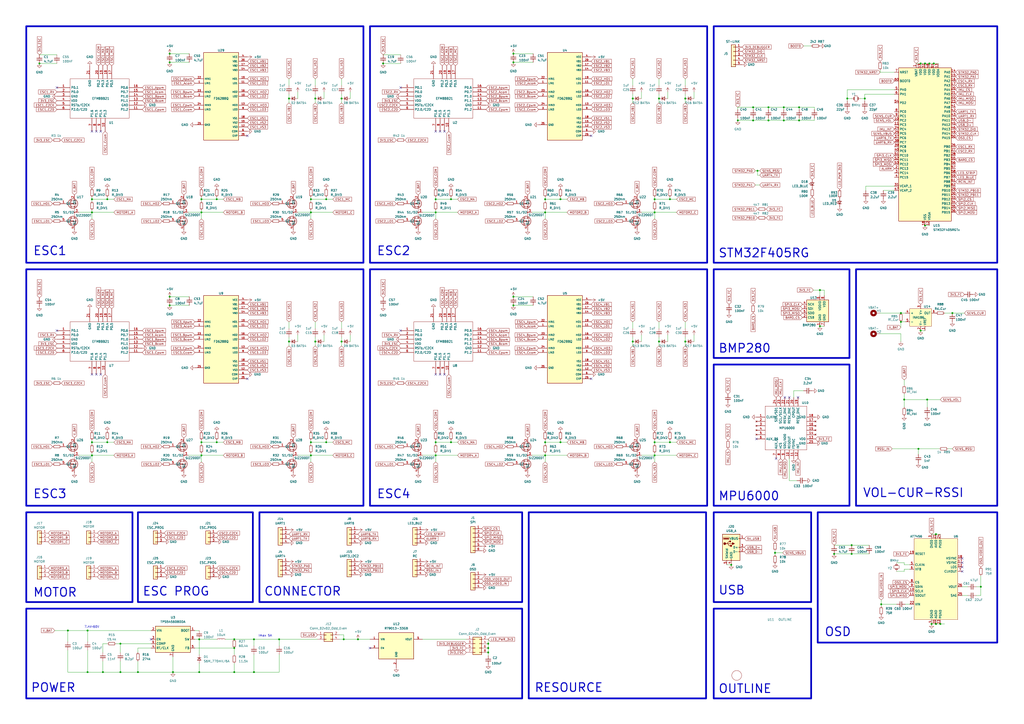
<source format=kicad_sch>
(kicad_sch (version 20231120) (generator "eeschema") (generator_version "8.0")
  (paper "A2")
  (junction (at 167.64 57.15))
  (junction (at 436.88 62.23))
  (junction (at 463.55 62.23))
  (junction (at 445.77 62.23))
  (junction (at 494.03 316.23))
  (junction (at 534.035 191.77))
  (junction (at 537.845 231.775))
  (junction (at 501.65 57.15))
  (junction (at 116.84 115.57))
  (junction (at 59.69 389.89))
  (junction (at 475.615 189.23))
  (junction (at 536.575 130.81))
  (junction (at 463.55 69.85))
  (junction (at 568.96 340.36))
  (junction (at 316.23 256.54))
  (junction (at 297.815 31.115))
  (junction (at 539.115 36.83))
  (junction (at 53.34 115.57))
  (junction (at 483.87 321.31))
  (junction (at 252.73 256.54))
  (junction (at 180.34 256.54))
  (junction (at 367.03 57.15))
  (junction (at 147.32 389.89))
  (junction (at 382.27 198.12))
  (junction (at 115.57 370.84))
  (junction (at 439.42 99.06))
  (junction (at 69.85 389.89))
  (junction (at 222.25 36.83))
  (junction (at 80.01 389.89))
  (junction (at 198.12 198.12))
  (junction (at 135.89 389.89))
  (junction (at 379.73 115.57))
  (junction (at 261.62 115.57))
  (junction (at 261.62 256.54))
  (junction (at 542.925 309.88))
  (junction (at 167.64 198.12))
  (junction (at 524.51 231.775))
  (junction (at 116.84 123.19))
  (junction (at 180.34 264.16))
  (junction (at 283.21 378.46))
  (junction (at 180.34 115.57))
  (junction (at 180.34 123.19))
  (junction (at 379.73 123.19))
  (junction (at 445.77 69.85))
  (junction (at 316.23 264.16))
  (junction (at 53.34 264.16))
  (junction (at 522.605 181.61))
  (junction (at 325.12 256.54))
  (junction (at 50.8 389.89))
  (junction (at 161.925 370.84))
  (junction (at 98.425 36.195))
  (junction (at 532.765 260.35))
  (junction (at 53.34 256.54))
  (junction (at 135.89 375.92))
  (junction (at 53.34 123.19))
  (junction (at 252.73 264.16))
  (junction (at 545.465 361.95))
  (junction (at 297.815 177.165))
  (junction (at 367.03 198.12))
  (junction (at 50.8 365.76))
  (junction (at 542.925 361.95))
  (junction (at 125.73 256.54))
  (junction (at 388.62 115.57))
  (junction (at 397.51 57.15))
  (junction (at 62.23 256.54))
  (junction (at 125.73 115.57))
  (junction (at 189.23 115.57))
  (junction (at 536.575 36.83))
  (junction (at 207.645 370.84))
  (junction (at 98.425 172.085))
  (junction (at 115.57 389.89))
  (junction (at 379.73 264.16))
  (junction (at 454.66 69.85))
  (junction (at 388.62 256.54))
  (junction (at 283.21 375.92))
  (junction (at 62.23 115.57))
  (junction (at 449.58 320.675))
  (junction (at 297.815 36.195))
  (junction (at 427.99 69.85))
  (junction (at 252.73 123.19))
  (junction (at 540.385 361.95))
  (junction (at 252.73 115.57))
  (junction (at 116.84 256.54))
  (junction (at 454.66 62.23))
  (junction (at 491.49 57.15))
  (junction (at 522.605 186.69))
  (junction (at 297.815 172.085))
  (junction (at 147.32 370.84))
  (junction (at 382.27 57.15))
  (junction (at 98.425 31.115))
  (junction (at 541.655 36.83))
  (junction (at 98.425 177.165))
  (junction (at 283.21 373.38))
  (junction (at 325.12 115.57))
  (junction (at 494.03 321.31))
  (junction (at 552.45 181.61))
  (junction (at 69.85 373.38))
  (junction (at 316.23 123.19))
  (junction (at 39.37 365.76))
  (junction (at 22.86 36.83))
  (junction (at 182.88 198.12))
  (junction (at 436.88 69.85))
  (junction (at 424.18 327.66))
  (junction (at 189.23 256.54))
  (junction (at 511.175 350.52))
  (junction (at 116.84 264.16))
  (junction (at 534.035 36.83))
  (junction (at 198.12 57.15))
  (junction (at 135.89 370.84))
  (junction (at 199.39 370.84))
  (junction (at 379.73 256.54))
  (junction (at 475.615 168.275))
  (junction (at 397.51 198.12))
  (junction (at 100.33 389.89))
  (junction (at 316.23 115.57))
  (junction (at 182.88 57.15))
  (no_connect (at 252.73 217.17))
  (no_connect (at 232.41 191.77))
  (no_connect (at 58.42 217.17))
  (no_connect (at 558.165 328.93))
  (no_connect (at 257.81 217.17))
  (no_connect (at 255.27 217.17))
  (no_connect (at 53.34 217.17))
  (no_connect (at 558.165 331.47))
  (no_connect (at 143.51 78.74))
  (no_connect (at 58.42 76.2))
  (no_connect (at 232.41 50.8))
  (no_connect (at 255.27 76.2))
  (no_connect (at 55.88 217.17))
  (no_connect (at 257.81 76.2))
  (no_connect (at 558.165 326.39))
  (no_connect (at 457.835 230.505))
  (no_connect (at 53.34 76.2))
  (no_connect (at 450.215 266.065))
  (no_connect (at 55.88 76.2))
  (no_connect (at 438.785 254.635))
  (no_connect (at 462.915 230.505))
  (no_connect (at 455.295 230.505))
  (no_connect (at 252.73 76.2))
  (no_connect (at 33.02 191.77))
  (no_connect (at 342.9 219.71))
  (no_connect (at 214.63 375.92))
  (no_connect (at 87.63 370.84))
  (no_connect (at 558.165 323.85))
  (no_connect (at 33.02 50.8))
  (no_connect (at 342.9 78.74))
  (no_connect (at 143.51 219.71))
  (wire (pts (xy 50.8 389.89) (xy 59.69 389.89)))
  (wire (pts (xy 387.35 53.34) (xy 387.35 57.15)))
  (wire (pts (xy 135.89 384.81) (xy 135.89 389.89)))
  (wire (pts (xy 172.72 53.34) (xy 172.72 57.15)))
  (wire (pts (xy 501.65 57.15) (xy 501.65 58.42)))
  (wire (pts (xy 542.925 309.88) (xy 545.465 309.88)))
  (wire (pts (xy 397.51 54.61) (xy 397.51 57.15)))
  (wire (pts (xy 316.23 264.16) (xy 316.23 267.97)))
  (wire (pts (xy 524.51 331.47) (xy 524.51 330.2)))
  (wire (pts (xy 116.84 116.84) (xy 116.84 115.57)))
  (wire (pts (xy 189.23 115.57) (xy 193.04 115.57)))
  (wire (pts (xy 552.45 181.61) (xy 559.435 181.61)))
  (wire (pts (xy 167.64 57.15) (xy 167.64 59.69)))
  (wire (pts (xy 53.34 115.57) (xy 62.23 115.57)))
  (wire (pts (xy 382.27 195.58) (xy 382.27 198.12)))
  (wire (pts (xy 115.57 384.81) (xy 115.57 389.89)))
  (wire (pts (xy 172.72 123.19) (xy 180.34 123.19)))
  (wire (pts (xy 316.23 264.16) (xy 328.93 264.16)))
  (wire (pts (xy 147.32 370.84) (xy 161.925 370.84)))
  (wire (pts (xy 62.23 114.3) (xy 62.23 115.57)))
  (wire (pts (xy 518.795 110.49) (xy 512.445 110.49)))
  (wire (pts (xy 182.88 186.69) (xy 182.88 190.5)))
  (wire (pts (xy 463.55 62.23) (xy 463.55 63.5)))
  (wire (pts (xy 167.64 195.58) (xy 167.64 198.12)))
  (wire (pts (xy 59.69 373.38) (xy 59.69 378.46)))
  (wire (pts (xy 466.09 226.695) (xy 460.375 226.695)))
  (wire (pts (xy 109.22 123.19) (xy 116.84 123.19)))
  (wire (pts (xy 445.77 62.23) (xy 454.66 62.23)))
  (wire (pts (xy 524.51 228.6) (xy 524.51 231.775)))
  (wire (pts (xy 532.765 260.35) (xy 544.83 260.35)))
  (wire (pts (xy 98.425 177.165) (xy 109.855 177.165)))
  (wire (pts (xy 180.34 115.57) (xy 189.23 115.57)))
  (wire (pts (xy 524.51 327.66) (xy 524.51 326.39)))
  (wire (pts (xy 316.23 121.92) (xy 316.23 123.19)))
  (wire (pts (xy 147.32 389.89) (xy 135.89 389.89)))
  (wire (pts (xy 69.85 389.89) (xy 80.01 389.89)))
  (wire (pts (xy 540.385 361.95) (xy 542.925 361.95)))
  (wire (pts (xy 182.88 57.15) (xy 182.88 59.69)))
  (wire (pts (xy 80.01 375.92) (xy 80.01 378.46)))
  (wire (pts (xy 522.605 193.675) (xy 522.605 198.12)))
  (wire (pts (xy 180.34 257.81) (xy 180.34 256.54)))
  (wire (pts (xy 53.34 121.92) (xy 53.34 123.19)))
  (wire (pts (xy 125.73 256.54) (xy 129.54 256.54)))
  (wire (pts (xy 438.15 107.315) (xy 440.69 107.315)))
  (wire (pts (xy 252.73 264.16) (xy 265.43 264.16)))
  (wire (pts (xy 147.32 374.65) (xy 147.32 370.84)))
  (wire (pts (xy 252.73 262.89) (xy 252.73 264.16)))
  (wire (pts (xy 445.77 69.85) (xy 436.88 69.85)))
  (wire (pts (xy 511.175 350.52) (xy 520.065 350.52)))
  (wire (pts (xy 524.51 231.775) (xy 537.845 231.775)))
  (wire (pts (xy 62.23 115.57) (xy 66.04 115.57)))
  (wire (pts (xy 297.815 31.115) (xy 309.245 31.115)))
  (wire (pts (xy 283.21 370.84) (xy 283.21 373.38)))
  (wire (pts (xy 388.62 114.3) (xy 388.62 115.57)))
  (wire (pts (xy 478.155 171.45) (xy 478.155 168.275)))
  (wire (pts (xy 457.835 278.765) (xy 457.835 266.065)))
  (wire (pts (xy 182.88 45.72) (xy 182.88 49.53)))
  (wire (pts (xy 261.62 114.3) (xy 261.62 115.57)))
  (wire (pts (xy 182.88 198.12) (xy 182.88 200.66)))
  (wire (pts (xy 499.11 57.15) (xy 501.65 57.15)))
  (wire (pts (xy 545.465 361.95) (xy 548.005 361.95)))
  (wire (pts (xy 454.66 62.23) (xy 463.55 62.23)))
  (wire (pts (xy 116.84 123.19) (xy 129.54 123.19)))
  (wire (pts (xy 113.03 375.92) (xy 135.89 375.92)))
  (wire (pts (xy 62.23 373.38) (xy 59.69 373.38)))
  (wire (pts (xy 252.73 114.3) (xy 252.73 115.57)))
  (wire (pts (xy 558.165 345.44) (xy 561.34 345.44)))
  (wire (pts (xy 449.58 320.675) (xy 449.58 321.945)))
  (wire (pts (xy 520.065 331.47) (xy 524.51 331.47)))
  (wire (pts (xy 510.54 181.61) (xy 522.605 181.61)))
  (wire (pts (xy 436.88 62.23) (xy 436.88 63.5)))
  (wire (pts (xy 180.34 123.19) (xy 180.34 127)))
  (wire (pts (xy 539.115 36.83) (xy 541.655 36.83)))
  (wire (pts (xy 80.01 375.92) (xy 87.63 375.92)))
  (wire (pts (xy 325.12 255.27) (xy 325.12 256.54)))
  (wire (pts (xy 45.72 264.16) (xy 53.34 264.16)))
  (wire (pts (xy 222.25 31.75) (xy 232.41 31.75)))
  (wire (pts (xy 387.35 194.31) (xy 387.35 198.12)))
  (wire (pts (xy 182.88 54.61) (xy 182.88 57.15)))
  (wire (pts (xy 491.49 57.15) (xy 491.49 58.42)))
  (wire (pts (xy 536.575 36.83) (xy 539.115 36.83)))
  (wire (pts (xy 109.22 264.16) (xy 116.84 264.16)))
  (wire (pts (xy 50.8 365.76) (xy 50.8 372.11)))
  (wire (pts (xy 161.925 370.84) (xy 161.925 374.65)))
  (wire (pts (xy 196.85 370.84) (xy 199.39 370.84)))
  (wire (pts (xy 379.73 256.54) (xy 388.62 256.54)))
  (wire (pts (xy 524.51 220.345) (xy 524.51 223.52)))
  (wire (pts (xy 472.44 63.5) (xy 472.44 62.23)))
  (wire (pts (xy 53.34 116.84) (xy 53.34 115.57)))
  (wire (pts (xy 98.425 31.115) (xy 109.855 31.115)))
  (wire (pts (xy 438.15 99.06) (xy 439.42 99.06)))
  (wire (pts (xy 39.37 377.19) (xy 39.37 389.89)))
  (wire (pts (xy 524.51 231.775) (xy 524.51 236.22)))
  (wire (pts (xy 189.23 256.54) (xy 193.04 256.54)))
  (wire (pts (xy 501.65 54.61) (xy 501.65 57.15)))
  (wire (pts (xy 252.73 123.19) (xy 265.43 123.19)))
  (wire (pts (xy 475.615 189.23) (xy 478.155 189.23)))
  (wire (pts (xy 199.39 368.3) (xy 199.39 370.84)))
  (wire (pts (xy 69.85 373.38) (xy 87.63 373.38)))
  (wire (pts (xy 308.61 264.16) (xy 316.23 264.16)))
  (wire (pts (xy 189.23 114.3) (xy 189.23 115.57)))
  (wire (pts (xy 53.34 114.3) (xy 53.34 115.57)))
  (wire (pts (xy 478.155 168.275) (xy 475.615 168.275)))
  (wire (pts (xy 283.21 375.92) (xy 283.21 378.46)))
  (wire (pts (xy 427.99 69.85) (xy 436.88 69.85)))
  (wire (pts (xy 463.55 69.85) (xy 454.66 69.85)))
  (wire (pts (xy 540.385 309.88) (xy 542.925 309.88)))
  (wire (pts (xy 53.34 262.89) (xy 53.34 264.16)))
  (wire (pts (xy 198.12 186.69) (xy 198.12 190.5)))
  (wire (pts (xy 379.73 123.19) (xy 379.73 127)))
  (wire (pts (xy 382.27 198.12) (xy 382.27 200.66)))
  (wire (pts (xy 316.23 262.89) (xy 316.23 264.16)))
  (wire (pts (xy 388.62 115.57) (xy 392.43 115.57)))
  (wire (pts (xy 367.03 45.72) (xy 367.03 49.53)))
  (wire (pts (xy 542.925 361.95) (xy 545.465 361.95)))
  (wire (pts (xy 161.925 379.73) (xy 161.925 389.89)))
  (wire (pts (xy 245.11 264.16) (xy 252.73 264.16)))
  (wire (pts (xy 283.21 378.46) (xy 283.21 380.365)))
  (wire (pts (xy 397.51 198.12) (xy 397.51 200.66)))
  (wire (pts (xy 491.49 52.07) (xy 491.49 57.15)))
  (wire (pts (xy 466.09 26.67) (xy 470.535 26.67)))
  (wire (pts (xy 388.62 256.54) (xy 392.43 256.54)))
  (wire (pts (xy 367.03 186.69) (xy 367.03 190.5)))
  (wire (pts (xy 135.89 389.89) (xy 115.57 389.89)))
  (wire (pts (xy 522.605 181.61) (xy 525.145 181.61)))
  (wire (pts (xy 316.23 256.54) (xy 325.12 256.54)))
  (wire (pts (xy 252.73 255.27) (xy 252.73 256.54)))
  (wire (pts (xy 113.03 370.84) (xy 115.57 370.84)))
  (wire (pts (xy 261.62 115.57) (xy 265.43 115.57)))
  (wire (pts (xy 518.795 107.95) (xy 502.285 107.95)))
  (wire (pts (xy 125.73 255.27) (xy 125.73 256.54)))
  (wire (pts (xy 297.815 36.195) (xy 309.245 36.195)))
  (wire (pts (xy 203.2 194.31) (xy 203.2 198.12)))
  (wire (pts (xy 367.03 57.15) (xy 367.03 59.69)))
  (wire (pts (xy 98.425 36.195) (xy 109.855 36.195)))
  (wire (pts (xy 501.65 54.61) (xy 518.795 54.61)))
  (wire (pts (xy 511.175 350.52) (xy 511.175 351.79)))
  (wire (pts (xy 261.62 256.54) (xy 265.43 256.54)))
  (wire (pts (xy 382.27 186.69) (xy 382.27 190.5)))
  (wire (pts (xy 167.64 198.12) (xy 167.64 200.66)))
  (wire (pts (xy 59.69 383.54) (xy 59.69 389.89)))
  (wire (pts (xy 80.01 383.54) (xy 80.01 389.89)))
  (wire (pts (xy 325.12 256.54) (xy 328.93 256.54)))
  (wire (pts (xy 115.57 370.84) (xy 125.73 370.84)))
  (wire (pts (xy 187.96 53.34) (xy 187.96 57.15)))
  (wire (pts (xy 436.88 69.85) (xy 436.88 68.58)))
  (wire (pts (xy 379.73 115.57) (xy 388.62 115.57)))
  (wire (pts (xy 198.12 198.12) (xy 198.12 200.66)))
  (wire (pts (xy 379.73 262.89) (xy 379.73 264.16)))
  (wire (pts (xy 62.23 256.54) (xy 66.04 256.54)))
  (wire (pts (xy 372.11 264.16) (xy 379.73 264.16)))
  (wire (pts (xy 198.12 45.72) (xy 198.12 49.53)))
  (wire (pts (xy 367.03 198.12) (xy 367.03 200.66)))
  (wire (pts (xy 147.32 379.73) (xy 147.32 389.89)))
  (wire (pts (xy 252.73 123.19) (xy 252.73 127)))
  (wire (pts (xy 471.805 168.275) (xy 475.615 168.275)))
  (wire (pts (xy 532.765 260.35) (xy 532.765 263.525)))
  (wire (pts (xy 522.605 186.69) (xy 525.145 186.69)))
  (wire (pts (xy 180.34 264.16) (xy 193.04 264.16)))
  (wire (pts (xy 449.58 319.405) (xy 449.58 320.675)))
  (wire (pts (xy 463.55 62.23) (xy 472.44 62.23)))
  (wire (pts (xy 245.11 123.19) (xy 252.73 123.19)))
  (wire (pts (xy 22.86 36.83) (xy 33.02 36.83)))
  (wire (pts (xy 252.73 256.54) (xy 261.62 256.54)))
  (wire (pts (xy 427.99 62.23) (xy 436.88 62.23)))
  (wire (pts (xy 537.845 231.775) (xy 545.465 231.775)))
  (wire (pts (xy 53.34 123.19) (xy 66.04 123.19)))
  (wire (pts (xy 297.815 172.085) (xy 309.245 172.085)))
  (wire (pts (xy 62.23 255.27) (xy 62.23 256.54)))
  (wire (pts (xy 261.62 255.27) (xy 261.62 256.54)))
  (wire (pts (xy 462.28 278.765) (xy 457.835 278.765)))
  (wire (pts (xy 510.54 41.91) (xy 518.795 41.91)))
  (wire (pts (xy 50.8 377.19) (xy 50.8 389.89)))
  (wire (pts (xy 180.34 264.16) (xy 180.34 267.97)))
  (wire (pts (xy 98.425 172.085) (xy 109.855 172.085)))
  (wire (pts (xy 510.54 40.64) (xy 510.54 41.91)))
  (wire (pts (xy 379.73 264.16) (xy 392.43 264.16)))
  (wire (pts (xy 316.23 257.81) (xy 316.23 256.54)))
  (wire (pts (xy 454.66 68.58) (xy 454.66 69.85)))
  (wire (pts (xy 116.84 264.16) (xy 129.54 264.16)))
  (wire (pts (xy 59.69 389.89) (xy 69.85 389.89)))
  (wire (pts (xy 537.845 236.22) (xy 537.845 231.775)))
  (wire (pts (xy 397.51 195.58) (xy 397.51 198.12)))
  (wire (pts (xy 182.88 195.58) (xy 182.88 198.12)))
  (wire (pts (xy 198.12 57.15) (xy 198.12 59.69)))
  (wire (pts (xy 252.73 264.16) (xy 252.73 267.97)))
  (wire (pts (xy 135.89 375.92) (xy 135.89 379.73)))
  (wire (pts (xy 31.75 365.76) (xy 39.37 365.76)))
  (wire (pts (xy 125.73 114.3) (xy 125.73 115.57)))
  (wire (pts (xy 445.77 62.23) (xy 445.77 63.5)))
  (wire (pts (xy 100.33 389.89) (xy 115.57 389.89)))
  (wire (pts (xy 198.12 195.58) (xy 198.12 198.12)))
  (wire (pts (xy 427.99 63.5) (xy 427.99 62.23)))
  (wire (pts (xy 80.01 389.89) (xy 100.33 389.89)))
  (wire (pts (xy 454.66 69.85) (xy 445.77 69.85)))
  (wire (pts (xy 379.73 116.84) (xy 379.73 115.57)))
  (wire (pts (xy 252.73 116.84) (xy 252.73 115.57)))
  (wire (pts (xy 372.11 194.31) (xy 372.11 198.12)))
  (wire (pts (xy 130.81 370.84) (xy 135.89 370.84)))
  (wire (pts (xy 252.73 257.81) (xy 252.73 256.54)))
  (wire (pts (xy 511.175 350.52) (xy 511.175 347.98)))
  (wire (pts (xy 180.34 262.89) (xy 180.34 264.16)))
  (wire (pts (xy 522.605 186.69) (xy 522.605 189.865)))
  (wire (pts (xy 372.11 53.34) (xy 372.11 57.15)))
  (wire (pts (xy 494.03 321.31) (xy 504.19 321.31)))
  (wire (pts (xy 116.84 115.57) (xy 125.73 115.57)))
  (wire (pts (xy 39.37 365.76) (xy 50.8 365.76)))
  (wire (pts (xy 180.34 114.3) (xy 180.34 115.57)))
  (wire (pts (xy 402.59 194.31) (xy 402.59 198.12)))
  (wire (pts (xy 180.34 121.92) (xy 180.34 123.19)))
  (wire (pts (xy 172.72 194.31) (xy 172.72 198.12)))
  (wire (pts (xy 510.54 193.675) (xy 522.605 193.675)))
  (wire (pts (xy 172.72 264.16) (xy 180.34 264.16)))
  (wire (pts (xy 316.23 255.27) (xy 316.23 256.54)))
  (wire (pts (xy 50.8 365.76) (xy 87.63 365.76)))
  (wire (pts (xy 316.23 116.84) (xy 316.23 115.57)))
  (wire (pts (xy 39.37 389.89) (xy 50.8 389.89)))
  (wire (pts (xy 196.85 368.3) (xy 199.39 368.3)))
  (wire (pts (xy 116.84 262.89) (xy 116.84 264.16)))
  (wire (pts (xy 167.64 54.61) (xy 167.64 57.15)))
  (wire (pts (xy 67.31 373.38) (xy 69.85 373.38)))
  (wire (pts (xy 116.84 114.3) (xy 116.84 115.57)))
  (wire (pts (xy 382.27 45.72) (xy 382.27 49.53)))
  (wire (pts (xy 180.34 255.27) (xy 180.34 256.54)))
  (wire (pts (xy 252.73 115.57) (xy 261.62 115.57)))
  (wire (pts (xy 494.03 316.23) (xy 504.19 316.23)))
  (wire (pts (xy 525.145 350.52) (xy 527.685 350.52)))
  (wire (pts (xy 116.84 257.81) (xy 116.84 256.54)))
  (wire (pts (xy 382.27 54.61) (xy 382.27 57.15)))
  (wire (pts (xy 491.49 57.15) (xy 494.03 57.15)))
  (wire (pts (xy 379.73 264.16) (xy 379.73 267.97)))
  (wire (pts (xy 397.51 186.69) (xy 397.51 190.5)))
  (wire (pts (xy 449.58 320.675) (xy 454.025 320.675)))
  (wire (pts (xy 436.88 62.23) (xy 445.77 62.23)))
  (wire (pts (xy 116.84 123.19) (xy 116.84 127)))
  (wire (pts (xy 116.84 255.27) (xy 116.84 256.54)))
  (wire (pts (xy 534.035 191.77) (xy 536.575 191.77)))
  (wire (pts (xy 147.32 389.89) (xy 161.925 389.89)))
  (wire (pts (xy 472.44 69.85) (xy 463.55 69.85)))
  (wire (pts (xy 379.73 121.92) (xy 379.73 123.19)))
  (wire (pts (xy 180.34 123.19) (xy 193.04 123.19)))
  (wire (pts (xy 454.66 62.23) (xy 454.66 63.5)))
  (wire (pts (xy 483.87 316.23) (xy 494.03 316.23)))
  (wire (pts (xy 439.42 99.06) (xy 440.69 99.06)))
  (wire (pts (xy 203.2 53.34) (xy 203.2 57.15)))
  (wire (pts (xy 568.96 340.36) (xy 566.42 340.36)))
  (wire (pts (xy 116.84 264.16) (xy 116.84 267.97)))
  (wire (pts (xy 367.03 195.58) (xy 367.03 198.12)))
  (wire (pts (xy 116.84 256.54) (xy 125.73 256.54)))
  (wire (pts (xy 475.615 171.45) (xy 475.615 168.275)))
  (wire (pts (xy 445.77 68.58) (xy 445.77 69.85)))
  (wire (pts (xy 53.34 257.81) (xy 53.34 256.54)))
  (wire (pts (xy 245.11 370.84) (xy 270.51 370.84)))
  (wire (pts (xy 397.51 57.15) (xy 397.51 59.69)))
  (wire (pts (xy 397.51 45.72) (xy 397.51 49.53)))
  (wire (pts (xy 316.23 123.19) (xy 328.93 123.19)))
  (wire (pts (xy 568.96 345.44) (xy 568.96 340.36)))
  (wire (pts (xy 541.655 36.83) (xy 544.195 36.83)))
  (wire (pts (xy 382.27 57.15) (xy 382.27 59.69)))
  (wire (pts (xy 308.61 123.19) (xy 316.23 123.19)))
  (wire (pts (xy 463.55 68.58) (xy 463.55 69.85)))
  (wire (pts (xy 135.89 370.84) (xy 147.32 370.84)))
  (wire (pts (xy 116.84 121.92) (xy 116.84 123.19)))
  (wire (pts (xy 517.525 260.35) (xy 532.765 260.35)))
  (wire (pts (xy 316.23 114.3) (xy 316.23 115.57)))
  (wire (pts (xy 53.34 123.19) (xy 53.34 127)))
  (wire (pts (xy 283.21 373.38) (xy 283.21 375.92)))
  (wire (pts (xy 460.375 226.695) (xy 460.375 230.505)))
  (wire (pts (xy 53.34 264.16) (xy 53.34 267.97)))
  (wire (pts (xy 536.575 130.81) (xy 539.115 130.81)))
  (wire (pts (xy 379.73 255.27) (xy 379.73 256.54)))
  (wire (pts (xy 325.12 114.3) (xy 325.12 115.57)))
  (wire (pts (xy 161.925 370.84) (xy 184.15 370.84)))
  (wire (pts (xy 167.64 186.69) (xy 167.64 190.5)))
  (wire (pts (xy 439.42 101.6) (xy 439.42 99.06)))
  (wire (pts (xy 125.73 115.57) (xy 129.54 115.57)))
  (wire (pts (xy 388.62 255.27) (xy 388.62 256.54)))
  (wire (pts (xy 527.685 327.66) (xy 524.51 327.66)))
  (wire (pts (xy 367.03 54.61) (xy 367.03 57.15)))
  (wire (pts (xy 566.42 345.44) (xy 568.96 345.44)))
  (wire (pts (xy 222.25 36.83) (xy 232.41 36.83)))
  (wire (pts (xy 534.035 36.83) (xy 536.575 36.83)))
  (wire (pts (xy 53.34 256.54) (xy 62.23 256.54)))
  (wire (pts (xy 297.815 177.165) (xy 309.245 177.165)))
  (wire (pts (xy 379.73 257.81) (xy 379.73 256.54)))
  (wire (pts (xy 427.99 68.58) (xy 427.99 69.85)))
  (wire (pts (xy 207.645 370.84) (xy 214.63 370.84)))
  (wire (pts (xy 558.165 340.36) (xy 561.34 340.36)))
  (wire (pts (xy 518.795 52.07) (xy 491.49 52.07)))
  (wire (pts (xy 252.73 121.92) (xy 252.73 123.19)))
  (wire (pts (xy 69.85 383.54) (xy 69.85 389.89)))
  (wire (pts (xy 199.39 370.84) (xy 207.645 370.84)))
  (wire (pts (xy 22.86 31.75) (xy 33.02 31.75)))
  (wire (pts (xy 39.37 365.76) (xy 39.37 372.11)))
  (wire (pts (xy 325.12 115.57) (xy 328.93 115.57)))
  (wire (pts (xy 440.69 101.6) (xy 439.42 101.6)))
  (wire (pts (xy 372.11 123.19) (xy 379.73 123.19)))
  (wire (pts (xy 524.51 330.2) (xy 527.685 330.2)))
  (wire (pts (xy 189.23 255.27) (xy 189.23 256.54)))
  (wire (pts (xy 402.59 53.34) (xy 402.59 57.15)))
  (wire (pts (xy 113.03 365.76) (xy 115.57 365.76)))
  (wire (pts (xy 531.495 36.83) (xy 534.035 36.83)))
  (wire (pts (xy 167.64 45.72) (xy 167.64 49.53)))
  (wire (pts (xy 552.45 260.35) (xy 549.91 260.35)))
  (wire (pts (xy 115.57 370.84) (xy 115.57 379.73)))
  (wire (pts (xy 472.44 68.58) (xy 472.44 69.85)))
  (wire (pts (xy 316.23 123.19) (xy 316.23 127)))
  (wire (pts (xy 379.73 114.3) (xy 379.73 115.57)))
  (wire (pts (xy 502.285 107.95) (xy 502.285 110.49)))
  (wire (pts (xy 53.34 255.27) (xy 53.34 256.54)))
  (wire (pts (xy 180.34 116.84) (xy 180.34 115.57)))
  (wire (pts (xy 483.87 321.31) (xy 494.03 321.31)))
  (wire (pts (xy 316.23 115.57) (xy 325.12 115.57)))
  (wire (pts (xy 568.96 334.01) (xy 568.96 340.36)))
  (wire (pts (xy 524.51 326.39) (xy 520.065 326.39)))
  (wire (pts (xy 53.34 264.16) (xy 66.04 264.16)))
  (wire (pts (xy 100.33 381) (xy 100.33 389.89)))
  (wire (pts (xy 379.73 123.19) (xy 392.43 123.19)))
  (wire (pts (xy 548.005 181.61) (xy 552.45 181.61)))
  (wire (pts (xy 180.34 256.54) (xy 189.23 256.54)))
  (wire (pts (xy 69.85 373.38) (xy 69.85 378.46)))
  (wire (pts (xy 421.64 327.66) (xy 424.18 327.66)))
  (wire (pts (xy 45.72 123.19) (xy 53.34 123.19)))
  (wire (pts (xy 187.96 194.31) (xy 187.96 198.12)))
  (wire (pts (xy 198.12 54.61) (xy 198.12 57.15)))
  (rectangle (start 414.02 156.21) (end 492.76 207.645) (stroke (width 1)))
  (rectangle (start 15.24 353.06) (end 302.895 405.13) (stroke (width 1)))
  (rectangle (start 80.01 297.18) (end 146.685 349.25) (stroke (width 1)))
  (rectangle (start 15.24 297.18) (end 76.835 349.25) (stroke (width 1)))
  (rectangle (start 15.24 156.21) (end 210.82 293.37) (stroke (width 1)))
  (rectangle (start 214.63 156.21) (end 410.21 293.37) (stroke (width 1)))
  (rectangle (start 306.705 297.18) (end 409.575 405.13) (stroke (width 1)))
  (rectangle (start 474.345 297.18) (end 578.485 372.745) (stroke (width 1)))
  (rectangle (start 414.02 15.24) (end 578.485 152.4) (stroke (width 1)))
  (rectangle (start 414.02 211.455) (end 492.76 293.37) (stroke (width 1)))
  (rectangle (start 214.63 15.24) (end 410.21 152.4) (stroke (width 1)))
  (rectangle (start 496.57 156.21) (end 578.485 293.37) (stroke (width 1)))
  (rectangle (start 414.02 353.06) (end 470.535 405.13) (stroke (width 1)))
  (rectangle (start 150.495 297.18) (end 302.895 349.25) (stroke (width 1)))
  (rectangle (start 414.02 297.18) (end 470.535 349.25) (stroke (width 1)))
  (rectangle (start 15.24 15.24) (end 210.82 152.4) (stroke (width 1)))
  (text "VOL-CUR-RSSI" (at 500.38 288.925 0) (effects (font (size 5 5) (thickness 0.6) (bold yes)) (justify left bottom)))
  (text "ESC1" (at 19.05 148.59 0) (effects (font (size 5 5) (thickness 0.6) (bold yes)) (justify left bottom)))
  (text "BMP280" (at 416.56 205.105 0) (effects (font (size 5 5) (thickness 0.6) (bold yes)) (justify left bottom)))
  (text "ESC4" (at 218.44 289.56 0) (effects (font (size 5 5) (thickness 0.6) (bold yes)) (justify left bottom)))
  (text "RESOURCE" (at 309.88 401.955 0) (effects (font (size 5 5) (thickness 0.6) (bold yes)) (justify left bottom)))
  (text "CONNECTOR" (at 153.035 346.075 0) (effects (font (size 5 5) (thickness 0.6) (bold yes)) (justify left bottom)))
  (text "7.4V~60V" (at 48.895 364.49 0) (effects (font (size 1.27 1.27)) (justify left bottom)))
  (text "ESC PROG" (at 82.55 346.075 0) (effects (font (size 5 5) (thickness 0.6) (bold yes)) (justify left bottom)))
  (text "MPU6000" (at 416.56 290.83 0) (effects (font (size 5 5) (thickness 0.6) (bold yes)) (justify left bottom)))
  (text "MOTOR" (at 19.05 346.71 0) (effects (font (size 5 5) (thickness 0.6) (bold yes)) (justify left bottom)))
  (text "ESC3" (at 19.05 289.56 0) (effects (font (size 5 5) (thickness 0.6) (bold yes)) (justify left bottom)))
  (text "Imax 5A" (at 149.86 369.57 0) (effects (font (size 1.27 1.27)) (justify left bottom)))
  (text "ESC2" (at 218.44 148.59 0) (effects (font (size 5 5) (thickness 0.6) (bold yes)) (justify left bottom)))
  (text "OUTLINE" (at 416.56 402.59 0) (effects (font (size 5 5) (thickness 0.6) (bold yes)) (justify left bottom)))
  (text "POWER" (at 17.78 401.955 0) (effects (font (size 5 5) (thickness 0.6) (bold yes)) (justify left bottom)))
  (text "OSD" (at 478.155 369.57 0) (effects (font (size 5 5) (thickness 0.6) (bold yes)) (justify left bottom)))
  (text "USB" (at 416.56 345.44 0) (effects (font (size 5 5) (thickness 0.6) (bold yes)) (justify left bottom)))
  (text "STM32F405RG" (at 416.56 149.86 0) (effects (font (size 5 5) (thickness 0.6) (bold yes)) (justify left bottom)))
  (global_label "ESC4_Ccom" (shape input) (at 312.42 204.47 180) (property "Intersheetrefs" "${INTERSHEET_REFS}" (effects (hide yes))))
  (global_label "ESC1_COM" (shape input) (at 116.84 109.22 90) (property "Intersheetrefs" "${INTERSHEET_REFS}" (effects (hide yes))))
  (global_label "ALARM" (shape input) (at 245.745 312.42 0) (property "Intersheetrefs" "${INTERSHEET_REFS}" (effects (hide yes))))
  (global_label "ESC3_VS3" (shape input) (at 143.51 214.63 0) (property "Intersheetrefs" "${INTERSHEET_REFS}" (effects (hide yes))))
  (global_label "ESC1_VB1" (shape input) (at 167.64 59.69 270) (property "Intersheetrefs" "${INTERSHEET_REFS}" (effects (hide yes))))
  (global_label "ESC4_LO2" (shape input) (at 342.9 196.85 0) (property "Intersheetrefs" "${INTERSHEET_REFS}" (effects (hide yes))))
  (global_label "ESC4_LO1" (shape input) (at 342.9 189.23 0) (property "Intersheetrefs" "${INTERSHEET_REFS}" (effects (hide yes))))
  (global_label "SPI2_CS" (shape input) (at 554.355 115.57 0) (property "Intersheetrefs" "${INTERSHEET_REFS}" (effects (hide yes))))
  (global_label "STM32_PB11" (shape input) (at 207.645 330.835 0) (property "Intersheetrefs" "${INTERSHEET_REFS}" (effects (hide yes))))
  (global_label "ESC2_Apwm" (shape input) (at 312.42 45.72 180) (property "Intersheetrefs" "${INTERSHEET_REFS}" (effects (hide yes))))
  (global_label "STM32_NRST" (shape input) (at 510.54 41.91 180) (property "Intersheetrefs" "${INTERSHEET_REFS}" (effects (hide yes))))
  (global_label "ESC3_C2D" (shape input) (at 95.25 332.105 0) (property "Intersheetrefs" "${INTERSHEET_REFS}" (effects (hide yes))))
  (global_label "5V_USB" (shape input) (at 449.58 314.325 90) (property "Intersheetrefs" "${INTERSHEET_REFS}" (effects (hide yes))))
  (global_label "ESC2_HO3" (shape input) (at 342.9 60.96 0) (property "Intersheetrefs" "${INTERSHEET_REFS}" (effects (hide yes))))
  (global_label "3V3_FC" (shape input) (at 471.805 168.275 180) (property "Intersheetrefs" "${INTERSHEET_REFS}" (effects (hide yes))))
  (global_label "STM32_PA1" (shape input) (at 554.355 44.45 0) (property "Intersheetrefs" "${INTERSHEET_REFS}" (effects (hide yes))))
  (global_label "ESC4_Acom" (shape input) (at 281.94 194.31 0) (property "Intersheetrefs" "${INTERSHEET_REFS}" (effects (hide yes))))
  (global_label "ESC4_Bcom" (shape input) (at 312.42 196.85 180) (property "Intersheetrefs" "${INTERSHEET_REFS}" (effects (hide yes))))
  (global_label "ESC2_MA" (shape input) (at 265.43 115.57 0) (property "Intersheetrefs" "${INTERSHEET_REFS}" (effects (hide yes))))
  (global_label "SPI2_CLK" (shape input) (at 279.4 309.245 0) (property "Intersheetrefs" "${INTERSHEET_REFS}" (effects (hide yes))))
  (global_label "BOOT0" (shape input) (at 466.09 26.67 180) (property "Intersheetrefs" "${INTERSHEET_REFS}" (effects (hide yes))))
  (global_label "ESC1_Bpwm" (shape input) (at 113.03 53.34 180) (property "Intersheetrefs" "${INTERSHEET_REFS}" (effects (hide yes))))
  (global_label "MOTOR4_B" (shape input) (at 328.93 264.16 0) (property "Intersheetrefs" "${INTERSHEET_REFS}" (effects (hide yes))))
  (global_label "ESC2_COM" (shape input) (at 316.23 109.22 90) (property "Intersheetrefs" "${INTERSHEET_REFS}" (effects (hide yes))))
  (global_label "ESC3_VS2" (shape input) (at 116.84 267.97 270) (property "Intersheetrefs" "${INTERSHEET_REFS}" (effects (hide yes))))
  (global_label "MOTOR3_A" (shape input) (at 27.94 329.565 0) (property "Intersheetrefs" "${INTERSHEET_REFS}" (effects (hide yes))))
  (global_label "ESC1_HO1" (shape input) (at 143.51 45.72 0) (property "Intersheetrefs" "${INTERSHEET_REFS}" (effects (hide yes))))
  (global_label "MOTOR1_B" (shape input) (at 27.94 311.785 0) (property "Intersheetrefs" "${INTERSHEET_REFS}" (effects (hide yes))))
  (global_label "ESC1_LO1" (shape input) (at 143.51 48.26 0) (property "Intersheetrefs" "${INTERSHEET_REFS}" (effects (hide yes))))
  (global_label "SENS_VOL" (shape input) (at 518.795 69.85 180) (property "Intersheetrefs" "${INTERSHEET_REFS}" (effects (hide yes))))
  (global_label "3V3_FC" (shape input) (at 436.88 176.53 90) (property "Intersheetrefs" "${INTERSHEET_REFS}" (effects (hide yes))))
  (global_label "STM32_PB10" (shape input) (at 207.645 328.295 0) (property "Intersheetrefs" "${INTERSHEET_REFS}" (effects (hide yes))))
  (global_label "3V3_ESC" (shape input) (at 222.25 31.75 90) (property "Intersheetrefs" "${INTERSHEET_REFS}" (effects (hide yes))))
  (global_label "IMU_MOSI" (shape input) (at 450.215 230.505 90) (property "Intersheetrefs" "${INTERSHEET_REFS}" (effects (hide yes))))
  (global_label "LED_BLUE" (shape input) (at 554.355 102.87 0) (property "Intersheetrefs" "${INTERSHEET_REFS}" (effects (hide yes))))
  (global_label "ESC4_Bcom" (shape input) (at 281.94 199.39 0) (property "Intersheetrefs" "${INTERSHEET_REFS}" (effects (hide yes))))
  (global_label "STM32_PA0" (shape input) (at 167.64 328.295 0) (property "Intersheetrefs" "${INTERSHEET_REFS}" (effects (hide yes))))
  (global_label "ESC4_Cpwm" (shape input) (at 281.94 204.47 0) (property "Intersheetrefs" "${INTERSHEET_REFS}" (effects (hide yes))))
  (global_label "ESC2_VS2" (shape input) (at 342.9 71.12 0) (property "Intersheetrefs" "${INTERSHEET_REFS}" (effects (hide yes))))
  (global_label "3V3_ESC" (shape input) (at 270.51 378.46 180) (property "Intersheetrefs" "${INTERSHEET_REFS}" (effects (hide yes))))
  (global_label "MOTOR2_B" (shape input) (at 56.515 311.785 0) (property "Intersheetrefs" "${INTERSHEET_REFS}" (effects (hide yes))))
  (global_label "3V3_FC" (shape input) (at 559.435 170.815 180) (property "Intersheetrefs" "${INTERSHEET_REFS}" (effects (hide yes))))
  (global_label "MOTOR4_C" (shape input) (at 392.43 264.16 0) (property "Intersheetrefs" "${INTERSHEET_REFS}" (effects (hide yes))))
  (global_label "3V3_ESC" (shape input) (at 229.87 222.25 180) (property "Intersheetrefs" "${INTERSHEET_REFS}" (effects (hide yes))))
  (global_label "USB_D+" (shape input) (at 431.8 317.5 0) (property "Intersheetrefs" "${INTERSHEET_REFS}" (effects (hide yes))))
  (global_label "3V3_FC" (shape input) (at 527.685 321.31 180) (property "Intersheetrefs" "${INTERSHEET_REFS}" (effects (hide yes))))
  (global_label "ESC2_LO1" (shape input) (at 342.9 48.26 0) (property "Intersheetrefs" "${INTERSHEET_REFS}" (effects (hide yes))))
  (global_label "ESC1_VS3" (shape input) (at 198.12 45.72 90) (property "Intersheetrefs" "${INTERSHEET_REFS}" (effects (hide yes))))
  (global_label "ESC4_VS1" (shape input) (at 252.73 267.97 270) (property "Intersheetrefs" "${INTERSHEET_REFS}" (effects (hide yes))))
  (global_label "ESC4_LO3" (shape input) (at 342.9 204.47 0) (property "Intersheetrefs" "${INTERSHEET_REFS}" (effects (hide yes))))
  (global_label "ESC2_Bcom" (shape input) (at 312.42 55.88 180) (property "Intersheetrefs" "${INTERSHEET_REFS}" (effects (hide yes))))
  (global_label "ESC1_VB1" (shape input) (at 143.51 35.56 0) (property "Intersheetrefs" "${INTERSHEET_REFS}" (effects (hide yes))))
  (global_label "UART4_RX" (shape input) (at 440.69 107.315 0) (property "Intersheetrefs" "${INTERSHEET_REFS}" (effects (hide yes))))
  (global_label "IMU_MOSI" (shape input) (at 554.355 59.69 0) (property "Intersheetrefs" "${INTERSHEET_REFS}" (effects (hide yes))))
  (global_label "3V3_ESC" (shape input) (at 232.41 199.39 180) (property "Intersheetrefs" "${INTERSHEET_REFS}" (effects (hide yes))))
  (global_label "ESC2_Ccom" (shape input) (at 260.35 76.2 270) (property "Intersheetrefs" "${INTERSHEET_REFS}" (effects (hide yes))))
  (global_label "ESC4_C2CK" (shape input) (at 232.41 201.93 180) (property "Intersheetrefs" "${INTERSHEET_REFS}" (effects (hide yes))))
  (global_label "UART6_RX" (shape input) (at 518.795 82.55 180) (property "Intersheetrefs" "${INTERSHEET_REFS}" (effects (hide yes))))
  (global_label "ESC4_VS2" (shape input) (at 342.9 212.09 0) (property "Intersheetrefs" "${INTERSHEET_REFS}" (effects (hide yes))))
  (global_label "3V3_FC" (shape input) (at 270.51 375.92 180) (property "Intersheetrefs" "${INTERSHEET_REFS}" (effects (hide yes))))
  (global_label "ESC2_VS2" (shape input) (at 316.23 127 270) (property "Intersheetrefs" "${INTERSHEET_REFS}" (effects (hide yes))))
  (global_label "ESC3_VS1" (shape input) (at 167.64 186.69 90) (property "Intersheetrefs" "${INTERSHEET_REFS}" (effects (hide yes))))
  (global_label "ESC3_Apwm" (shape input) (at 113.03 186.69 180) (property "Intersheetrefs" "${INTERSHEET_REFS}" (effects (hide yes))))
  (global_label "ESC4_COM" (shape input) (at 316.23 250.19 90) (property "Intersheetrefs" "${INTERSHEET_REFS}" (effects (hide yes))))
  (global_label "ESC1_HO1" (shape input) (at 30.48 118.11 180) (property "Intersheetrefs" "${INTERSHEET_REFS}" (effects (hide yes))))
  (global_label "ESC1_MB" (shape input) (at 62.23 38.1 90) (property "Intersheetrefs" "${INTERSHEET_REFS}" (effects (hide yes))))
  (global_label "3V3_ESC" (shape input) (at 33.02 58.42 180) (property "Intersheetrefs" "${INTERSHEET_REFS}" (effects (hide yes))))
  (global_label "STM32_PB11" (shape input) (at 554.355 113.03 0) (property "Intersheetrefs" "${INTERSHEET_REFS}" (effects (hide yes))))
  (global_label "OSD_VIDEO_IN" (shape input) (at 279.4 338.455 0) (property "Intersheetrefs" "${INTERSHEET_REFS}" (effects (hide yes))))
  (global_label "IMU_MISO" (shape input) (at 554.355 57.15 0) (property "Intersheetrefs" "${INTERSHEET_REFS}" (effects (hide yes))))
  (global_label "ESC2_LO3" (shape input) (at 356.87 128.27 180) (property "Intersheetrefs" "${INTERSHEET_REFS}" (effects (hide yes))))
  (global_label "IMU_MISO" (shape input) (at 455.295 266.065 270) (property "Intersheetrefs" "${INTERSHEET_REFS}" (effects (hide yes))))
  (global_label "ESC3_Bpwm" (shape input) (at 113.03 194.31 180) (property "Intersheetrefs" "${INTERSHEET_REFS}" (effects (hide yes))))
  (global_label "BARO_CS" (shape input) (at 465.455 184.15 180) (property "Intersheetrefs" "${INTERSHEET_REFS}" (effects (hide yes))))
  (global_label "ESC2_Apwm" (shape input) (at 281.94 50.8 0) (property "Intersheetrefs" "${INTERSHEET_REFS}" (effects (hide yes))))
  (global_label "RSSI_IN" (shape input) (at 245.745 330.835 0) (property "Intersheetrefs" "${INTERSHEET_REFS}" (effects (hide yes))))
  (global_label "SPI3_MISO" (shape input) (at 518.795 92.71 180) (property "Intersheetrefs" "${INTERSHEET_REFS}" (effects (hide yes))))
  (global_label "ESC1_Bcom" (shape input) (at 82.55 58.42 0) (property "Intersheetrefs" "${INTERSHEET_REFS}" (effects (hide yes))))
  (global_label "ESC1_Cpwm" (shape input) (at 113.03 60.96 180) (property "Intersheetrefs" "${INTERSHEET_REFS}" (effects (hide yes))))
  (global_label "ESC4_MA" (shape input) (at 265.43 256.54 0) (property "Intersheetrefs" "${INTERSHEET_REFS}" (effects (hide yes))))
  (global_label "ESC3_C2D" (shape input) (at 33.02 204.47 180) (property "Intersheetrefs" "${INTERSHEET_REFS}" (effects (hide yes))))
  (global_label "ESC3_C2CK" (shape input) (at 95.25 329.565 0) (property "Intersheetrefs" "${INTERSHEET_REFS}" (effects (hide yes))))
  (global_label "ESC2_MB" (shape input) (at 261.62 38.1 90) (property "Intersheetrefs" "${INTERSHEET_REFS}" (effects (hide yes))))
  (global_label "V_BAT" (shape input) (at 31.75 365.76 180) (property "Intersheetrefs" "${INTERSHEET_REFS}" (effects (hide yes))))
  (global_label "ESC3_COM" (shape input) (at 180.34 250.19 90) (property "Intersheetrefs" "${INTERSHEET_REFS}" (effects (hide yes))))
  (global_label "MOTOR2_C" (shape input) (at 56.515 314.325 0) (property "Intersheetrefs" "${INTERSHEET_REFS}" (effects (hide yes))))
  (global_label "SENS_RSSI" (shape input) (at 440.69 99.06 0) (property "Intersheetrefs" "${INTERSHEET_REFS}" (effects (hide yes))))
  (global_label "ESC2_LO2" (shape input) (at 342.9 55.88 0) (property "Intersheetrefs" "${INTERSHEET_REFS}" (effects (hide yes))))
  (global_label "ESC2_Ccom" (shape input) (at 312.42 63.5 180) (property "Intersheetrefs" "${INTERSHEET_REFS}" (effects (hide yes))))
  (global_label "ESC2_VB2" (shape input) (at 382.27 59.69 270) (property "Intersheetrefs" "${INTERSHEET_REFS}" (effects (hide yes))))
  (global_label "STM32_DIO" (shape input) (at 430.53 29.845 0) (property "Intersheetrefs" "${INTERSHEET_REFS}" (effects (hide yes))))
  (global_label "ESC3_MA" (shape input) (at 66.04 256.54 0) (property "Intersheetrefs" "${INTERSHEET_REFS}" (effects (hide yes))))
  (global_label "SPI2_CLK" (shape input) (at 554.355 118.11 0) (property "Intersheetrefs" "${INTERSHEET_REFS}" (effects (hide yes))))
  (global_label "ESC3_VB2" (shape input) (at 143.51 179.07 0) (property "Intersheetrefs" "${INTERSHEET_REFS}" (effects (hide yes))))
  (global_label "MOTOR1_A" (shape input) (at 27.94 309.245 0) (property "Intersheetrefs" "${INTERSHEET_REFS}" (effects (hide yes))))
  (global_label "V_BAT" (shape input) (at 170.18 254 90) (property "Intersheetrefs" "${INTERSHEET_REFS}" (effects (hide yes))))
  (global_label "ESC3_Bcom" (shape input) (at 113.03 196.85 180) (property "Intersheetrefs" "${INTERSHEET_REFS}" (effects (hide yes))))
  (global_label "ESC4_HO1" (shape input) (at 342.9 186.69 0) (property "Intersheetrefs" "${INTERSHEET_REFS}" (effects (hide yes))))
  (global_label "SPI3_CLK" (shape input) (at 465.455 176.53 180) (property "Intersheetrefs" "${INTERSHEET_REFS}" (effects (hide yes))))
  (global_label "LED_BLUE" (shape input) (at 471.17 114.3 270) (property "Intersheetrefs" "${INTERSHEET_REFS}" (effects (hide yes))))
  (global_label "MOTOR4_A" (shape input) (at 265.43 264.16 0) (property "Intersheetrefs" "${INTERSHEET_REFS}" (effects (hide yes))))
  (global_label "ESC2_C2D" (shape input) (at 232.41 63.5 180) (property "Intersheetrefs" "${INTERSHEET_REFS}" (effects (hide yes))))
  (global_label "ESC4_VS1" (shape input) (at 367.03 186.69 90) (property "Intersheetrefs" "${INTERSHEET_REFS}" (effects (hide yes))))
  (global_label "MOTOR3_B" (shape input) (at 129.54 264.16 0) (property "Intersheetrefs" "${INTERSHEET_REFS}" (effects (hide yes))))
  (global_label "MOTOR3_A" (shape input) (at 66.04 264.16 0) (property "Intersheetrefs" "${INTERSHEET_REFS}" (effects (hide yes))))
  (global_label "UART6_TX" (shape input) (at 518.795 80.01 180) (property "Intersheetrefs" "${INTERSHEET_REFS}" (effects (hide yes))))
  (global_label "ESC3_LO2" (shape input) (at 93.98 269.24 180) (property "Intersheetrefs" "${INTERSHEET_REFS}" (effects (hide yes))))
  (global_label "3V3_FC" (shape input) (at 534.035 176.53 90) (property "Intersheetrefs" "${INTERSHEET_REFS}" (effects (hide yes))))
  (global_label "ESC3_LO2" (shape input) (at 143.51 196.85 0) (property "Intersheetrefs" "${INTERSHEET_REFS}" (effects (hide yes))))
  (global_label "ESC2_HO2" (shape input) (at 293.37 118.11 180) (property "Intersheetrefs" "${INTERSHEET_REFS}" (effects (hide yes))))
  (global_label "ESC2_C2D" (shape input) (at 125.73 311.785 0) (property "Intersheetrefs" "${INTERSHEET_REFS}" (effects (hide yes))))
  (global_label "ESC4_HO2" (shape input) (at 293.37 259.08 180) (property "Intersheetrefs" "${INTERSHEET_REFS}" (effects (hide yes))))
  (global_label "ESC3_VS2" (shape input) (at 143.51 212.09 0) (property "Intersheetrefs" "${INTERSHEET_REFS}" (effects (hide yes))))
  (global_label "IMU_CS" (shape input) (at 422.275 260.35 270) (property "Intersheetrefs" "${INTERSHEET_REFS}" (effects (hide yes))))
  (global_label "ESC4_C2D" (shape input) (at 232.41 204.47 180) (property "Intersheetrefs" "${INTERSHEET_REFS}" (effects (hide yes))))
  (global_label "MOTOR1_B" (shape input) (at 129.54 123.19 0) (property "Intersheetrefs" "${INTERSHEET_REFS}" (effects (hide yes))))
  (global_label "ESC1_RX" (shape input) (at 554.355 85.09 0) (property "Intersheetrefs" "${INTERSHEET_REFS}" (effects (hide yes))))
  (global_label "IMU_CS" (shape input) (at 554.355 52.07 0) (property "Intersheetrefs" "${INTERSHEET_REFS}" (effects (hide yes))))
  (global_label "STM32_PA0" (shape input) (at 554.355 41.91 0) (property "Intersheetrefs" "${INTERSHEET_REFS}" (effects (hide yes))))
  (global_label "RCIN_INT" (shape input) (at 554.355 105.41 0) (property "Intersheetrefs" "${INTERSHEET_REFS}" (effects (hide yes))))
  (global_label "ESC1_Acom" (shape input) (at 113.03 48.26 180) (property "Intersheetrefs" "${INTERSHEET_REFS}" (effects (hide yes))))
  (global_label "ESC2_VS1" (shape input) (at 367.03 45.72 90) (property "Intersheetrefs" "${INTERSHEET_REFS}" (effects (hide yes))))
  (global_label "ESC2_RX" (shape input) (at 232.41 53.34 180) (property "Intersheetrefs" "${INTERSHEET_REFS}" (effects (hide yes))))
  (global_label "V_BAT" (shape input) (at 369.57 254 90) (property "Intersheetrefs" "${INTERSHEET_REFS}" (effects (hide yes))))
  (global_label "SENS_VBUS" (shape input) (at 518.795 77.47 180) (property "Intersheetrefs" "${INTERSHEET_REFS}" (effects (hide yes))))
  (global_label "V_BAT" (shape input) (at 106.68 113.03 90) (property "Intersheetrefs" "${INTERSHEET_REFS}" (effects (hide yes))))
  (global_label "ESC2_HO2" (shape input) (at 342.9 53.34 0) (property "Intersheetrefs" "${INTERSHEET_REFS}" (effects (hide yes))))
  (global_label "ESC2_Bpwm" (shape input) (at 281.94 55.88 0) (property "Intersheetrefs" "${INTERSHEET_REFS}" (effects (hide yes))))
  (global_label "OSD_CS" (shape input) (at 527.685 337.82 180) (property "Intersheetrefs" "${INTERSHEET_REFS}" (effects (hide yes))))
  (global_label "ESC1_MB" (shape input) (at 129.54 115.57 0) (property "Intersheetrefs" "${INTERSHEET_REFS}" (effects (hide yes))))
  (global_label "3V3_ESC" (shape input) (at 22.86 172.72 90) (property "Intersheetrefs" "${INTERSHEET_REFS}" (effects (hide yes))))
  (global_label "ESC2_Acom" (shape input) (at 312.42 48.26 180) (property "Intersheetrefs" "${INTERSHEET_REFS}" (effects (hide yes))))
  (global_label "SENS_RSSI" (shape input) (at 552.45 260.35 0) (property "Intersheetrefs" "${INTERSHEET_REFS}" (effects (hide yes))))
  (global_label "ESC1_COM" (shape input) (at 180.34 109.22 90) (property "Intersheetrefs" "${INTERSHEET_REFS}" (effects (hide yes))))
  (global_label "ESC2_MC" (shape input) (at 392.43 115.57 0) (property "Intersheetrefs" "${INTERSHEET_REFS}" (effects (hide yes))))
  (global_label "ESC3_COM" (shape input) (at 57.15 179.07 90) (property "Intersheetrefs" "${INTERSHEET_REFS}" (effects (hide yes))))
  (global_label "ESC3_VB2" (shape input) (at 182.88 200.66 270) (property "Intersheetrefs" "${INTERSHEET_REFS}" (effects (hide yes))))
  (global_label "MOTOR4_B" (shape input) (at 56.515 332.105 0) (property "Intersheetrefs" "${INTERSHEET_REFS}" (effects (hide yes))))
  (global_label "SPI2_MISO" (shape input) (at 554.355 120.65 0) (property "Intersheetrefs" "${INTERSHEET_REFS}" (effects (hide yes))))
  (global_label "ESC1_LO2" (shape input) (at 93.98 128.27 180) (property "Intersheetrefs" "${INTERSHEET_REFS}" (effects (hide yes))))
  (global_label "ESC3_Apwm" (shape input) (at 82.55 191.77 0) (property "Intersheetrefs" "${INTERSHEET_REFS}" (effects (hide yes))))
  (global_label "ESC4_HO3" (shape input) (at 342.9 201.93 0) (property "Intersheetrefs" "${INTERSHEET_REFS}" (effects (hide yes))))
  (global_label "ESC1_VB3" (shape input) (at 143.51 40.64 0) (property "Intersheetrefs" "${INTERSHEET_REFS}" (effects (hide yes))))
  (global_label "ESC1_Ccom" (shape input) (at 113.03 63.5 180) (property "Intersheetrefs" "${INTERSHEET_REFS}" (effects (hide yes))))
  (global_label "ESC4_COM" (shape input) (at 379.73 250.19 90) (property "Intersheetrefs" "${INTERSHEET_REFS}" (effects (hide yes))))
  (global_label "ESC1_VB3" (shape input) (at 198.12 59.69 270) (property "Intersheetrefs" "${INTERSHEET_REFS}" (effects (hide yes))))
  (global_label "ESC2_VS1" (shape input) (at 342.9 68.58 0) (property "Intersheetrefs" "${INTERSHEET_REFS}" (effects (hide yes))))
  (global_label "ESC3_HO2" (shape input) (at 143.51 194.31 0) (property "Intersheetrefs" "${INTERSHEET_REFS}" (effects (hide yes))))
  (global_label "STM32_CLK" (shape input) (at 554.355 77.47 0) (property "Intersheetrefs" "${INTERSHEET_REFS}" (effects (hide yes))))
  (global_label "STM32_PA0" (shape input) (at 438.15 99.06 180) (property "Intersheetrefs" "${INTERSHEET_REFS}" (effects (hide yes))))
  (global_label "ESC3_RX" (shape input) (at 554.355 49.53 0) (property "Intersheetrefs" "${INTERSHEET_REFS}" (effects (hide yes))))
  (global_label "USB_D-" (shape input) (at 431.8 320.04 0) (property "Intersheetrefs" "${INTERSHEET_REFS}" (effects (hide yes))))
  (global_label "IMU_INT" (shape input) (at 462.915 266.065 270) (property "Intersheetrefs" "${INTERSHEET_REFS}" (effects (hide yes))))
  (global_label "ESC2_LO1" (shape input) (at 229.87 128.27 180) (property "Intersheetrefs" "${INTERSHEET_REFS}" (effects (hide yes))))
  (global_label "SPI3_MOSI" (shape input) (at 465.455 179.07 180) (property "Intersheetrefs" "${INTERSHEET_REFS}" (effects (hide yes))))
  (global_label "STM32_PB10" (shape input) (at 554.355 110.49 0) (property "Intersheetrefs" "${INTERSHEET_REFS}" (effects (hide yes))))
  (global_label "SPI3_MISO" (shape input) (at 465.455 181.61 180) (property "Intersheetrefs" "${INTERSHEET_REFS}" (effects (hide yes))))
  (global_label "V_BAT" (shape input) (at 522.605 189.865 180) (property "Intersheetrefs" "${INTERSHEET_REFS}" (effects (hide yes))))
  (global_label "ESC2_COM" (shape input) (at 379.73 109.22 90) (property "Intersheetrefs" "${INTERSHEET_REFS}" (effects (hide yes))))
  (global_label "V_BAT" (shape input) (at 369.57 113.03 90) (property "Intersheetrefs" "${INTERSHEET_REFS}" (effects (hide yes))))
  (global_label "MOTOR4_A" (shape input) (at 56.515 329.565 0) (property "Intersheetrefs" "${INTERSHEET_REFS}" (effects (hide yes))))
  (global_label "ESC2_C2CK" (shape input) (at 232.41 60.96 180) (property "Intersheetrefs" "${INTERSHEET_REFS}" (effects (hide yes))))
  (global_label "ESC2_VS3" (shape input) (at 379.73 127 270) (property "Intersheetrefs" "${INTERSHEET_REFS}" (effects (hide yes))))
  (global_label "ESC3_VS3" (shape input) (at 180.34 267.97 270) (property "Intersheetrefs" "${INTERSHEET_REFS}" (effects (hide yes))))
  (global_label "SPI2_CS" (shape input) (at 279.4 306.705 0) (property "Intersheetrefs" "${INTERSHEET_REFS}" (effects (hide yes))))
  (global_label "ESC3_VS1" (shape input) (at 53.34 267.97 270) (property "Intersheetrefs" "${INTERSHEET_REFS}" (effects (hide yes))))
  (global_label "ESC2_MA" (shape input) (at 259.08 38.1 90) (property "Intersheetrefs" "${INTERSHEET_REFS}" (effects (hide yes))))
  (global_label "3V3_FC" (shape input) (at 510.54 35.56 90) (property "Intersheetrefs" "${INTERSHEET_REFS}" (effects (hide yes))))
  (global_label "ESC1_MC" (shape input) (at 64.77 38.1 90) (property "Intersheetrefs" "${INTERSHEET_REFS}" (effects (hide yes))))
  (global_label "ESC4_Cpwm" (shape input) (at 312.42 201.93 180) (property "Intersheetrefs" "${INTERSHEET_REFS}" (effects (hide yes))))
  (global_label "ESC4_MC" (shape input) (at 264.16 179.07 90) (property "Intersheetrefs" "${INTERSHEET_REFS}" (effects (hide yes))))
  (global_label "ESC2_VS2" (shape input) (at 382.27 45.72 90) (property "Intersheetrefs" "${INTERSHEET_REFS}" (effects (hide yes))))
  (global_label "3V3_FC" (shape input) (at 422.275 255.27 90) (property "Intersheetrefs" "${INTERSHEET_REFS}" (effects (hide yes))))
  (global_label "ESC3_COM" (shape input) (at 53.34 250.19 90) (property "Intersheetrefs" "${INTERSHEET_REFS}" (effects (hide yes))))
  (global_label "ESC1_HO2" (shape input) (at 143.51 53.34 0) (property "Intersheetrefs" "${INTERSHEET_REFS}" (effects (hide yes))))
  (global_label "ESC2_VB2" (shape input) (at 342.9 38.1 0) (property "Intersheetrefs" "${INTERSHEET_REFS}" (effects (hide yes))))
  (global_label "ESC3_Acom" (shape input) (at 82.55 194.31 0) (property "Intersheetrefs" "${INTERSHEET_REFS}" (effects (hide yes))))
  (global_label "ESC2_COM" (shape input) (at 256.54 38.1 90) (property "Intersheetrefs" "${INTERSHEET_REFS}" (effects (hide yes))))
  (global_label "MOTOR2_C" (shape input) (at 392.43 123.19 0) (property "Intersheetrefs" "${INTERSHEET_REFS}" (effects (hide yes))))
  (global_label "ESC1_VS3" (shape input) (at 143.51 73.66 0) (property "Intersheetrefs" "${INTERSHEET_REFS}" (effects (hide yes))))
  (global_label "BOOT0" (shape input) (at 518.795 46.99 180) (property "Intersheetrefs" "${INTERSHEET_REFS}" (effects (hide yes))))
  (global_label "MOTOR3_C" (shape input) (at 193.04 264.16 0) (property "Intersheetrefs" "${INTERSHEET_REFS}" (effects (hide yes))))
  (global_label "SENS_CUR" (shape input) (at 559.435 181.61 0) (property "Intersheetrefs" "${INTERSHEET_REFS}" (effects (hide yes))))
  (global_label "ESC2_HO1" (shape input) (at 229.87 118.11 180) (property "Intersheetrefs" "${INTERSHEET_REFS}" (effects (hide yes))))
  (global_label "ESC3_VB1" (shape input) (at 143.51 176.53 0) (property "Intersheetrefs" "${INTERSHEET_REFS}" (effects (hide yes))))
  (global_label "ESC3_VS1" (shape input) (at 143.51 209.55 0) (property "Intersheetrefs" "${INTERSHEET_REFS}" (effects (hide yes))))
  (global_label "SPI3_MOSI" (shape input) (at 527.685 340.36 180) (property "Intersheetrefs" "${INTERSHEET_REFS}" (effects (hide yes))))
  (global_label "ESC3_COM" (shape input) (at 116.84 250.19 90) (property "Intersheetrefs" "${INTERSHEET_REFS}" (effects (hide yes))))
  (global_label "ESC3_MA" (shape input) (at 59.69 179.07 90) (property "Intersheetrefs" "${INTERSHEET_REFS}" (effects (hide yes))))
  (global_label "ESC2_VS3" (shape input) (at 342.9 73.66 0) (property "Intersheetrefs" "${INTERSHEET_REFS}" (effects (hide yes))))
  (global_label "IMU_CLK" (shape input) (at 452.755 230.505 90) (property "Intersheetrefs" "${INTERSHEET_REFS}" (effects (hide yes))))
  (global_label "ESC4_VB2" (shape input) (at 342.9 179.07 0) (property "Intersheetrefs" "${INTERSHEET_REFS}" (effects (hide yes))))
  (global_label "ESC3_LO3" (shape input) (at 143.51 204.47 0) (property "Intersheetrefs" "${INTERSHEET_REFS}" (effects (hide yes))))
  (global_label "ESC1_VS1" (shape input) (at 167.64 45.72 90) (property "Intersheetrefs" "${INTERSHEET_REFS}" (effects (hide yes))))
  (global_label "STM32_PA1" (shape input) (at 438.15 107.315 180) (property "Intersheetrefs" "${INTERSHEET_REFS}" (effects (hide yes))))
  (global_label "ESC2_MB" (shape input) (at 328.93 115.57 0) (property "Intersheetrefs" "${INTERSHEET_REFS}" (effects (hide yes))))
  (global_label "ESC4_COM" (shape input) (at 256.54 179.07 90) (property "Intersheetrefs" "${INTERSHEET_REFS}" (effects (hide yes))))
  (global_label "ESC4_LO3" (shape input) (at 356.87 269.24 180) (property "Intersheetrefs" "${INTERSHEET_REFS}" (effects (hide yes))))
  (global_label "SPI2_MOSI" (shape input) (at 554.355 123.19 0) (property "Intersheetrefs" "${INTERSHEET_REFS}" (effects (hide yes))))
  (global_label "ESC1_MA" (shape input) (at 59.69 38.1 90) (property "Intersheetrefs" "${INTERSHEET_REFS}" (effects (hide yes))))
  (global_label "ESC1_C2D" (shape input) (at 33.02 63.5 180) (property "Intersheetrefs" "${INTERSHEET_REFS}" (effects (hide yes))))
  (global_label "ESC1_Apwm" (shape input) (at 113.03 45.72 180) (property "Intersheetrefs" "${INTERSHEET_REFS}" (effects (hide yes))))
  (global_label "ESC1_Acom" (shape input) (at 82.55 53.34 0) (property "Intersheetrefs" "${INTERSHEET_REFS}" (effects (hide yes))))
  (global_label "ESC3_VB3" (shape input) (at 143.51 181.61 0) (property "Intersheetrefs" "${INTERSHEET_REFS}" (effects (hide yes))))
  (global_label "V_BAT" (shape input) (at 170.18 113.03 90) (property "Intersheetrefs" "${INTERSHEET_REFS}" (effects (hide yes))))
  (global_label "ESC1_MA" (shape input) (at 66.04 115.57 0) (property "Intersheetrefs" "${INTERSHEET_REFS}" (effects (hide yes))))
  (global_label "ESC4_C2D" (shape input) (at 125.73 332.105 0) (property "Intersheetrefs" "${INTERSHEET_REFS}" (effects (hide yes))))
  (global_label "ESC4_VS2" (shape input) (at 316.23 267.97 270) (property "Intersheetrefs" "${INTERSHEET_REFS}" (effects (hide yes))))
  (global_label "3V3_FC" (shape input) (at 531.495 36.83 90) (property "Intersheetrefs" "${INTERSHEET_REFS}" (effects (hide yes))))
  (global_label "ESC3_Ccom" (shape input) (at 60.96 217.17 270) (property "Intersheetrefs" "${INTERSHEET_REFS}" (effects (hide yes))))
  (global_label "ESC1_HO3" (shape input) (at 143.51 60.96 0) (property "Intersheetrefs" "${INTERSHEET_REFS}" (effects (hide yes))))
  (global_label "OSD_CS" (shape input) (at 554.355 80.01 0) (property "Intersheetrefs" "${INTERSHEET_REFS}" (effects (hide yes))))
  (global_label "ESC4_VB1" (shape input) (at 367.03 200.66 270) (property "Intersheetrefs" "${INTERSHEET_REFS}" (effects (hide yes))))
  (global_label "3V3_FC" (shape input) (at 483.87 316.23 90) (property "Intersheetrefs" "${INTERSHEET_REFS}" (effects (hide yes))))
  (global_label "ESC1_LO3" (shape input) (at 143.51 63.5 0) (property "Intersheetrefs" "${INTERSHEET_REFS}" (effects (hide yes))))
  (global_label "ESC1_LO1" (shape input) (at 30.48 128.27 180) (property "Intersheetrefs" "${INTERSHEET_REFS}" (effects (hide yes))))
  (global_label "LED_STRIP" (shape input) (at 554.355 100.33 0) (property "Intersheetrefs" "${INTERSHEET_REFS}" (effects (hide yes))))
  (global_label "MOTOR2_A" (shape input) (at 56.515 309.245 0) (property "Intersheetrefs" "${INTERSHEET_REFS}" (effects (hide yes))))
  (global_label "ESC1_Bpwm" (shape input) (at 82.55 55.88 0) (property "Intersheetrefs" "${INTERSHEET_REFS}" (effects (hide yes))))
  (global_label "ESC4_VB1" (shape input) (at 342.9 176.53 0) (property "Intersheetrefs" "${INTERSHEET_REFS}" (effects (hide yes))))
  (global_label "ESC3_RX" (shape input) (at 33.02 194.31 180) (property "Intersheetrefs" "${INTERSHEET_REFS}" (effects (hide yes))))
  (global_label "IMU_CS" (shape input) (at 452.755 266.065 270) (property "Intersheetrefs" "${INTERSHEET_REFS}" (effects (hide yes))))
  (global_label "ESC1_VB2" (shape input) (at 182.88 59.69 270) (property "Intersheetrefs" "${INTERSHEET_REFS}" (effects (hide yes))))
  (global_label "ESC1_VS2" (shape input) (at 116.84 127 270) (property "Intersheetrefs" "${INTERSHEET_REFS}" (effects (hide yes))))
  (global_label "ESC3_Cpwm" (shape input) (at 113.03 201.93 180) (property "Intersheetrefs" "${INTERSHEET_REFS}" (effects (hide yes))))
  (global_label "ESC2_VB1" (shape input) (at 342.9 35.56 0) (property "Intersheetrefs" "${INTERSHEET_REFS}" (effects (hide yes))))
  (global_label "3V3_ESC" (shape input) (at 229.87 81.28 180) (property "Intersheetrefs" "${INTERSHEET_REFS}" (effects (hide yes))))
  (global_label "ESC3_C2CK" (shape input) (at 35.56 222.25 0) (property "Intersheetrefs" "${INTERSHEET_REFS}" (effects (hide yes))))
  (global_label "ALARM" (shape input) (at 518.795 97.79 180) (property "Intersheetrefs" "${INTERSHEET_REFS}" (effects (hide yes))))
  (global_label "3V3_ESC" (shape input) (at 22.86 31.75 90) (property "Intersheetrefs" "${INTERSHEET_REFS}" (effects (hide yes))))
  (global_label "ESC3_Bcom" (shape input) (at 82.55 199.39 0) (property "Intersheetrefs" "${INTERSHEET_REFS}" (effects (hide yes))))
  (global_label "ESC2_VB3" (shape input) (at 397.51 59.69 270) (property "Intersheetrefs" "${INTERSHEET_REFS}" (effects (hide yes))))
  (global_label "ESC2_Bpwm" (shape input) (at 312.42 53.34 180) (property "Intersheetrefs" "${INTERSHEET_REFS}" (effects (hide yes))))
  (global_label "SENS_VBUS" (shape input) (at 454.025 320.675 0) (property "Intersheetrefs" "${INTERSHEET_REFS}" (effects (hide yes))))
  (global_label "ESC4_HO1" (shape input) (at 229.87 259.08 180) (property "Intersheetrefs" "${INTERSHEET_REFS}" (effects (hide yes))))
  (global_label "ESC4_C2CK" (shape input) (at 234.95 222.25 0) (property "Intersheetrefs" "${INTERSHEET_REFS}" (effects (hide yes))))
  (global_label "ESC1_Bcom" (shape input) (at 113.03 55.88 180) (property "Intersheetrefs" "${INTERSHEET_REFS}" (effects (hide yes))))
  (global_label "RSSI_IN" (shape input) (at 517.525 260.35 180) (property "Intersheetrefs" "${INTERSHEET_REFS}" (effects (hide yes))))
  (global_label "ESC3_MC" (shape input) (at 64.77 179.07 90) (property "Intersheetrefs" "${INTERSHEET_REFS}" (effects (hide yes))))
  (global_label "BARO_CS" (shape input) (at 554.355 92.71 0) (property "Intersheetrefs" "${INTERSHEET_REFS}" (effects (hide yes))))
  (global_label "IMU_INT" (shape input) (at 518.795 74.93 180) (property "Intersheetrefs" "${INTERSHEET_REFS}" (effects (hide yes))))
  (global_label "MOTOR3_B" (shape input) (at 27.94 332.105 0) (property "Intersheetrefs" "${INTERSHEET_REFS}" (effects (hide yes))))
  (global_label "SENS_CUR" (shape input) (at 518.795 67.31 180) (property "Intersheetrefs" "${INTERSHEET_REFS}" (effects (hide yes))))
  (global_label "ESC2_C2CK" (shape input) (at 234.95 81.28 0) (property "Intersheetrefs" "${INTERSHEET_REFS}" (effects (hide yes))))
  (global_label "ESC3_Acom" (shape input) (at 113.03 189.23 180) (property "Intersheetrefs" "${INTERSHEET_REFS}" (effects (hide yes))))
  (global_label "ESC1_VS2" (shape input) (at 182.88 45.72 90) (property "Intersheetrefs" "${INTERSHEET_REFS}" (effects (hide yes))))
  (global_label "BARO_CS" (shape input) (at 436.88 181.61 270) (property "Intersheetrefs" "${INTERSHEET_REFS}" (effects (hide yes))))
  (global_label "UART4_TX" (shape input) (at 440.69 101.6 0) (property "Intersheetrefs" "${INTERSHEET_REFS}" (effects (hide yes))))
  (global_label "ESC1_VS1" (shape input) (at 53.34 127 270) (property "Intersheetrefs" "${INTERSHEET_REFS}" (effects (hide yes))))
  (global_label "5V_USB" (shape input) (at 431.8 312.42 0) (property "Intersheetrefs" "${INTERSHEET_REFS}" (effects (hide yes))))
  (global_label "ESC4_MB" (shape input) (at 328.93 256.54 0) (property "Intersheetrefs" "${INTERSHEET_REFS}" (effects (hide yes))))
  (global_label "ESC3_LO1" (shape input) (at 30.48 269.24 180) (property "Intersheetrefs" "${INTERSHEET_REFS}" (effects (hide yes))))
  (global_label "LED_STRIP" (shape input) (at 245.745 309.88 0) (property "Intersheetrefs" "${INTERSHEET_REFS}" (effects (hide yes))))
  (global_label "3V3_ESC" (shape input) (at 232.41 58.42 180) (property "Intersheetrefs" "${INTERSHEET_REFS}" (effects (hide yes))))
  (global_label "UART1_TX" (shape input) (at 554.355 64.77 0) (property "Intersheetrefs" "${INTERSHEET_REFS}" (effects (hide yes))))
  (global_label "V_BAT" (shape input) (at 43.18 254 90) (property "Intersheetrefs" "${INTERSHEET_REFS}" (effects (hide yes))))
  (global_label "ESC1_VB2" (shape input) (at 143.51 38.1 0) (property "Intersheetrefs" "${INTERSHEET_REFS}" (effects (hide yes))))
  (global_label "ESC3_Cpwm" (shape input) (at 82.55 204.47 0) (property "Intersheetrefs" "${INTERSHEET_REFS}" (effects (hide yes))))
  (global_label "3V3_ESC" (shape input) (at 33.02 199.39 180) (property "Intersheetrefs" "${INTERSHEET_REFS}" (effects (hide yes))))
  (global_label "ESC4_Apwm" (shape input) (at 281.94 191.77 0) (property "Intersheetrefs" "${INTERSHEET_REFS}" (effects (hide yes))))
  (global_label "ESC1_HO2" (shape input) (at 93.98 118.11 180) (property "Intersheetrefs" "${INTERSHEET_REFS}" (effects (hide yes))))
  (global_label "LED_PWR_3V3" (shape input) (at 487.045 109.855 90) (property "Intersheetrefs" "${INTERSHEET_REFS}" (effects (hide yes))))
  (global_label "LED_PWR_3V3" (shape input) (at 283.21 370.84 0) (property "Intersheetrefs" "${INTERSHEET_REFS}" (effects (hide yes))))
  (global_label "ESC4_RX" (shape input) (at 554.355 46.99 0) (property "Intersheetrefs" "${INTERSHEET_REFS}" (effects (hide yes))))
  (global_label "ESC1_C2D" (shape input) (at 95.25 311.785 0) (property "Intersheetrefs" "${INTERSHEET_REFS}" (effects (hide yes))))
  (global_label "ESC3_MB" (shape input) (at 62.23 179.07 90) (property "Intersheetrefs" "${INTERSHEET_REFS}" (effects (hide yes))))
  (global_label "ESC2_VS1" (shape input) (at 252.73 127 270) (property "Intersheetrefs" "${INTERSHEET_REFS}" (effects (hide yes))))
  (global_label "ESC4_COM" (shape input) (at 252.73 250.19 90) (property "Intersheetrefs" "${INTERSHEET_REFS}" (effects (hide yes))))
  (global_label "STM32_DIO" (shape input) (at 554.355 74.93 0) (property "Intersheetrefs" "${INTERSHEET_REFS}" (effects (hide yes))))
  (global_label "3V3_FC" (shape input) (at 471.17 104.14 90) (property "Intersheetrefs" "${INTERSHEET_REFS}" (effects (hide yes))))
  (global_label "ESC4_VB2" (shape input) (at 382.27 200.66 270) (property "Intersheetrefs" "${INTERSHEET_REFS}" (effects (hide yes))))
  (global_label "ESC2_Cpwm" (shape input) (at 312.42 60.96 180) (property "Intersheetrefs" "${INTERSHEET_REFS}" (effects (hide yes))))
  (global_label "3V3_FC" (shape input) (at 422.275 228.6 90) (property "Intersheetrefs" "${INTERSHEET_REFS}" (effects (hide yes))))
  (global_label "3V3_FC" (shape input) (at 444.5 126.365 0) (property "Intersheetrefs" "${INTERSHEET_REFS}" (effects (hide yes))))
  (global_label "ESC3_VB1" (shape input) (at 167.64 200.66 270) (property "Intersheetrefs" "${INTERSHEET_REFS}" (effects (hide yes))))
  (global_label "MOTOR1_A" (shape input) (at 66.04 123.19 0) (property "Intersheetrefs" "${INTERSHEET_REFS}" (effects (hide yes))))
  (global_label "ESC1_HO3" (shape input) (at 157.48 118.11 180) (property "Intersheetrefs" "${INTERSHEET_REFS}" (effects (hide yes))))
  (global_label "STM32_PB11" (shape input) (at 439.42 121.285 180) (property "Intersheetrefs" "${INTERSHEET_REFS}" (effects (hide yes))))
  (global_label "ESC1_COM" (shape input) (at 53.34 109.22 90) (property "Intersheetrefs" "${INTERSHEET_REFS}" (effects (hide yes))))
  (global_label "SPI3_CLK" (shape input) (at 527.685 342.9 180) (property "Intersheetrefs" "${INTERSHEET_REFS}" (effects (hide yes))))
  (global_label "ESC2_VB1" (shape input) (at 367.03 59.69 270) (property "Intersheetrefs" "${INTERSHEET_REFS}" (effects (hide yes))))
  (global_label "ESC3_HO1" (shape input) (at 30.48 259.08 180) (property "Intersheetrefs" "${INTERSHEET_REFS}" (effects (hide yes))))
  (global_label "ESC1_C2CK" (shape input) (at 35.56 81.28 0) (property "Intersheetrefs" "${INTERSHEET_REFS}" (effects (hide yes))))
  (global_label "ESC2_COM" (shape input) (at 252.73 109.22 90) (property "Intersheetrefs" "${INTERSHEET_REFS}" (effects (hide yes))))
  (global_label "V_BAT" (shape input) (at 306.07 113.03 90) (property "Intersheetrefs" "${INTERSHEET_REFS}" (effects (hide yes))))
  (global_label "ESC3_VS2" (shape input) (at 182.88 186.69 90) (property "Intersheetrefs" "${INTERSHEET_REFS}" (effects (hide yes))))
  (global_label "ESC4_LO2" (shape input) (at 293.37 269.24 180) (property "Intersheetrefs" "${INTERSHEET_REFS}" (effects (hide yes))))
  (global_label "MOTOR4_C" (shape input) (at 56.515 334.645 0) (property "Intersheetrefs" "${INTERSHEET_REFS}" (effects (hide yes))))
  (global_label "3V3_FC" (shape input) (at 473.075 254.635 0) (property "Intersheetrefs" "${INTERSHEET_REFS}" (effects (hide yes))))
  (global_label "UART6_RX" (shape input) (at 207.645 312.42 0) (property "Intersheetrefs" "${INTERSHEET_REFS}" (effects (hide yes))))
  (global_label "ESC2_Acom" (shape input) (at 281.94 53.34 0) (property "Intersheetrefs" "${INTERSHEET_REFS}" (effects (hide yes))))
  (global_label "ESC1_Apwm" (shape input) (at 82.55 50.8 0) (property "Intersheetrefs" "${INTERSHEET_REFS}" (effects (hide yes))))
  (global_label "ESC2_LO3" (shape input) (at 342.9 63.5 0) (property "Intersheetrefs" "${INTERSHEET_REFS}" (effects (hide yes))))
  (global_label "UART1_TX" (shape input) (at 167.64 312.42 0) (property "Intersheetrefs" "${INTERSHEET_REFS}" (effects (hide yes))))
  (global_label "ESC1_MC" (shape input) (at 193.04 115.57 0) (property "Intersheetrefs" "${INTERSHEET_REFS}" (effects (hide yes))))
  (global_label "ESC1_LO3" (shape input) (at 157.48 128.27 180) (property "Intersheetrefs" "${INTERSHEET_REFS}" (effects (hide yes))))
  (global_label "SPI2_MISO" (shape input) (at 279.4 311.785 0) (property "Intersheetrefs" "${INTERSHEET_REFS}" (effects (hide yes))))
  (global_label "ESC4_VS3" (shape input) (at 379.73 267.97 270) (property "Intersheetrefs" "${INTERSHEET_REFS}" (effects (hide yes))))
  (global_label "ESC4_VS1" (shape input) (at 342.9 209.55 0) (property "Intersheetrefs" "${INTERSHEET_REFS}" (effects (hide yes))))
  (global_label "V_BAT" (shape input) (at 43.18 113.03 90) (property "Intersheetrefs" "${INTERSHEET_REFS}" (effects (hide yes))))
  (global_label "ESC2_HO3" (shape input) (at 356.87 118.11 180) (property "Intersheetrefs" "${INTERSHEET_REFS}" (effects (hide yes))))
  (global_label "ESC1_LO2" (shape input) (at 143.51 55.88 0) (property "Intersheetrefs" "${INTERSHEET_REFS}" (effects (hide yes))))
  (global_label "ESC1_RX" (shape input) (at 33.02 53.34 180) (property "Intersheetrefs" "${INTERSHEET_REFS}" (effects (hide yes))))
  (global_label "STM32_PA1" (shape input) (at 167.64 330.835 0) (property "Intersheetrefs" "${INTERSHEET_REFS}" (effects (hide yes))))
  (global_label "3V3_ESC" (shape input) (at 222.25 172.72 90) (property "Intersheetrefs" "${INTERSHEET_REFS}" (effects (hide yes))))
  (global_label "V_BAT" (shape input) (at 524.51 220.345 90) (property "Intersheetrefs" "${INTERSHEET_REFS}" (effects (hide yes))))
  (global_label "USB_D+" (shape input) (at 554.355 72.39 0) (property "Intersheetrefs" "${INTERSHEET_REFS}" (effects (hide yes))))
  (global_label "ESC4_HO2" (shape input) (at 342.9 194.31 0) (property "Intersheetrefs" "${INTERSHEET_REFS}" (effects (hide yes))))
  (global_label "STM32_CLK" (shape input) (at 430.53 32.385 0) (property "Intersheetrefs" "${INTERSHEET_REFS}" (effects (hide yes))))
  (global_label "ESC4_Acom" (shape input) (at 312.42 189.23 180) (property "Intersheetrefs" "${INTERSHEET_REFS}" (effects (hide yes))))
  (global_label "ESC1_VS3" (shape input) (at 180.34 127 270) (property "Intersheetrefs" "${INTERSHEET_REFS}" (effects (hide yes))))
  (global_label "ESC4_VS3" (shape input) (at 397.51 186.69 90) (property "Intersheetrefs" "${INTERSHEET_REFS}" (effects (hide yes))))
  (global_label "ESC2_RX" (shape input) (at 554.355 87.63 0) (property "Intersheetrefs" "${INTERSHEET_REFS}" (effects (hide yes))))
  (global_label "ESC4_VS3" (shape input) (at 342.9 214.63 0) (property "Intersheetrefs" "${INTERSHEET_REFS}" (effects (hide yes))))
  (global_label "ESC4_VB3" (shape input) (at 342.9 181.61 0) (property "Intersheetrefs" "${INTERSHEET_REFS}" (effects (hide yes))))
  (global_label "MOTOR2_A" (shape input) (at 265.43 123.19 0) (property "Intersheetrefs" "${INTERSHEET_REFS}" (effects (hide yes))))
  (global_label "UART6_TX" (shape input) (at 207.645 309.88 0) (property "Intersheetrefs" "${INTERSHEET_REFS}" (effects (hide yes))))
  (global_label "ESC4_RX" (shape input) (at 232.41 194.31 180) (property "Intersheetrefs" "${INTERSHEET_REFS}" (effects (hide yes))))
  (global_label "USB_D-" (shape input) (at 554.355 69.85 0) (property "Intersheetrefs" "${INTERSHEET_REFS}" (effects (hide yes))))
  (global_label "3V3_FC" (shape input) (at 540.385 309.88 90) (property "Intersheetrefs" "${INTERSHEET_REFS}" (effects (hide yes))))
  (global_label "ESC3_VS3" (shape input) (at 198.12 186.69 90) (property "Intersheetrefs" "${INTERSHEET_REFS}" (effects (hide yes))))
  (global_label "STM32_PB10" (shape input) (at 439.42 126.365 180) (property "Intersheetrefs" "${INTERSHEET_REFS}" (effects (hide yes))))
  (global_label "SPI2_MOSI" (shape input) (at 279.4 314.325 0) (property "Intersheetrefs" "${INTERSHEET_REFS}" (effects (hide yes))))
  (global_label "STM32_NRST" (shape input) (at 430.53 34.925 0) (property "Intersheetrefs" "${INTERSHEET_REFS}" (effects (hide yes))))
  (global_label "3V3_DEBUGGER" (shape input) (at 430.53 27.305 0) (property "Intersheetrefs" "${INTERSHEET_REFS}" (effects (hide yes))))
  (global_label "ESC2_Bcom" (shape input) (at 281.94 58.42 0) (property "Intersheetrefs" "${INTERSHEET_REFS}" (effects (hide yes))))
  (global_label "ESC4_MB" (shape input) (at 261.62 179.07 90) (property "Intersheetrefs" "${INTERSHEET_REFS}" (effects (hide yes))))
  (global_label "ESC1_Cpwm" (shape input) (at 82.55 63.5 0) (property "Intersheetrefs" "${INTERSHEET_REFS}" (effects (hide yes))))
  (global_label "ESC3_MC" (shape input) (at 193.04 256.54 0) (property "Intersheetrefs" "${INTERSHEET_REFS}" (effects (hide yes))))
  (global_label "ESC3_HO3" (shape input) (at 157.48 259.08 180) (property "Intersheetrefs" "${INTERSHEET_REFS}" (effects (hide yes))))
  (global_label "ESC2_HO1" (shape input) (at 342.9 45.72 0) (property "Intersheetrefs" "${INTERSHEET_REFS}" (effects (hide yes))))
  (global_label "ESC4_HO3" (shape input) (at 356.87 259.08 180) (property "Intersheetrefs" "${INTERSHEET_REFS}" (effects (hide yes))))
  (global_label "ESC2_C2CK" (shape input) (at 125.73 309.245 0) (property "Intersheetrefs" "${INTERSHEET_REFS}" (effects (hide yes))))
  (global_label "MOTOR1_C" (shape input) (at 27.94 314.325 0) (property "Intersheetrefs" "${INTERSHEET_REFS}" (effects (hide yes))))
  (global_label "5V_USB" (shape input) (at 184.15 368.3 180) (property "Intersheetrefs" "${INTERSHEET_REFS}" (effects (hide yes))))
  (global_label "SPI3_CLK" (shape input) (at 518.795 90.17 180) (property "Intersheetrefs" "${INTERSHEET_REFS}" (effects (hide yes))))
  (global_label "ESC4_Apwm" (shape input) (at 312.42 186.69 180) (property "Intersheetrefs" "${INTERSHEET_REFS}" (effects (hide yes))))
  (global_label "ESC1_C2CK" (shape input) (at 95.25 309.245 0) (property "Intersheetrefs" "${INTERSHEET_REFS}" (effects (hide yes))))
  (global_label "ESC3_MB" (shape input) (at 129.54 256.54 0) (property "Intersheetrefs" "${INTERSHEET_REFS}" (effects (hide yes))))
  (global_label "3V3_FC" (shape input) (at 444.5 121.285 0) (property "Intersheetrefs" "${INTERSHEET_REFS}" (effects (hide yes))))
  (global_label "SENS_VOL" (shape input) (at 545.465 231.775 0) (property "Intersheetrefs" "${INTERSHEET_REFS}" (effects (hide yes))))
  (global_label "V_BAT" (shape input) (at 242.57 113.03 90) (property "Intersheetrefs" "${INTERSHEET_REFS}" (effects (hide yes))))
  (global_label "V_BAT" (shape input) (at 306.07 254 90) (property "Intersheetrefs" "${INTERSHEET_REFS}" (effects (hide yes))))
  (global_label "ESC1_Ccom" (shape input) (at 60.96 76.2 270) (property "Intersheetrefs" "${INTERSHEET_REFS}" (effects (hide yes))))
  (global_label "OSD_VIDEO_IN" (shape input) (at 511.175 347.98 90) (property "Intersheetrefs" "${INTERSHEET_REFS}" (effects (hide yes))))
  (global_label "ESC1_COM" (shape input) (at 57.15 38.1 90) (property "Intersheetrefs" "${INTERSHEET_REFS}" (effects (hide yes))))
  (global_label "3V3_DEBUGGER" (shape input) (at 270.51 373.38 180) (property "Intersheetrefs" "${INTERSHEET_REFS}" (effects (hide yes))))
  (global_label "ESC4_Bpwm" (shape input) (at 281.94 196.85 0) (property "Intersheetrefs" "${INTERSHEET_REFS}" (effects (hide yes))))
  (global_label "ESC4_VB3" (shape input) (at 397.51 200.66 270) (property "Intersheetrefs" "${INTERSHEET_REFS}" (effects (hide yes))))
  (global_label "ESC2_VB3" (shape input) (at 342.9 40.64 0) (property "Intersheetrefs" "${INTERSHEET_REFS}" (effects (hide yes))))
  (global_label "ESC4_Ccom" (shape input) (at 260.35 217.17 270) (property "Intersheetrefs" "${INTERSHEET_REFS}" (effects (hide yes))))
  (global_label "OSD_VIDEO_OUT" (shape input) (at 279.4 335.915 0) (property "Intersheetrefs" "${INTERSHEET_REFS}" (effects (hide yes))))
  (global_label "ESC3_HO3" (shape input) (at 143.51 201.93 0) (property "Intersheetrefs" "${INTERSHEET_REFS}" (effects (hide yes))))
  (global_label "UART1_RX" (shape input) (at 167.64 309.88 0) (property "Intersheetrefs" "${INTERSHEET_REFS}" (effects (hide yes))))
  (global_label "RCIN_INT" (shape input) (at 245.745 328.295 0) (property "Intersheetrefs" "${INTERSHEET_REFS}" (effects (hide yes))))
  (global_label "3V3_ESC" (shape input) (at 30.48 222.25 180) (property "Intersheetrefs" "${INTERSHEET_REFS}" (effects (hide yes))))
  (global_label "SPI3_MISO" (shape input) (at 527.685 345.44 180) (property "Intersheetrefs" "${INTERSHEET_REFS}" (effects (hide yes))))
  (global_label "IMU_CLK" (shape input) (at 554.355 54.61 0) (property "Intersheetrefs" "${INTERSHEET_REFS}" (effects (hide yes))))
  (global_label "3V3_FC" (shape input) (at 422.91 176.53 90) (property "Intersheetrefs" "${INTERSHEET_REFS}" (effects (hide yes))))
  (global_label "UART1_RX" (shape input) (at 554.355 67.31 0) (property "Intersheetrefs" "${INTERSHEET_REFS}" (effects (hide yes))))
  (global_label "ESC3_C2CK" (shape input) (at 33.02 201.93 180) (property "Intersheetrefs" "${INTERSHEET_REFS}" (effects (hide yes))))
  (global_label "MOTOR3_C" (shape input) (at 27.94 334.645 0) (property "Intersheetrefs" "${INTERSHEET_REFS}" (effects (hide yes))))
  (global_label "ESC1_VS2" (shape input) (at 143.51 71.12 0) (property "Intersheetrefs" "${INTERSHEET_REFS}" (effects (hide yes))))
  (global_label "ESC4_C2CK" (shape input) (at 125.73 329.565 0) (property "Intersheetrefs" "${INTERSHEET_REFS}" (effects (hide yes))))
  (global_label "ESC3_HO1" (shape input) (at 143.51 186.69 0) (property "Intersheetrefs" "${INTERSHEET_REFS}" (effects (hide yes))))
  (global_label "ESC1_C2CK" (shape input) (at 33.02 60.96 180) (property "Intersheetrefs" "${INTERSHEET_REFS}" (effects (hide yes))))
  (global_label "ESC4_LO1" (shape input) (at 229.87 269.24 180) (property "Intersheetrefs" "${INTERSHEET_REFS}" (effects (hide yes))))
  (global_label "ESC4_VS2" (shape input) (at 382.27 186.69 90) (property "Intersheetrefs" "${INTERSHEET_REFS}" (effects (hide yes))))
  (global_label "ESC2_Cpwm" (shape input) (at 281.94 63.5 0) (property "Intersheetrefs" "${INTERSHEET_REFS}" (effects (hide yes))))
  (global_label "ESC4_Bpwm" (shape input) (at 312.42 194.31 180) (property "Intersheetrefs" "${INTERSHEET_REFS}" (effects (hide yes))))
  (global_label "ESC3_VB3" (shape input) (at 198.12 200.66 270) (property "Intersheetrefs" "${INTERSHEET_REFS}" (effects (hide yes))))
  (global_label "ESC2_LO2" (shape input) (at 293.37 128.27 180) (property "Intersheetrefs" "${INTERSHEET_REFS}" (effects (hide yes))))
  (global_label "ESC1_VS1" (shape input) (at 143.51 68.58 0) (property "Intersheetrefs" "${INTERSHEET_REFS}" (effects (hide yes))))
  (global_label "ESC2_MC" (shape input) (at 264.16 38.1 90) (property "Intersheetrefs" "${INTERSHEET_REFS}" (effects (hide yes))))
  (global_label "V_BAT" (shape input) (at 242.57 254 90) (property "Intersheetrefs" "${INTERSHEET_REFS}" (effects (hide yes))))
  (global_label "ESC3_LO3" (shape input) (at 157.48 269.24 180) (property "Intersheetrefs" "${INTERSHEET_REFS}" (effects (hide yes))))
  (global_label "ESC3_Bpwm" (shape input) (at 82.55 196.85 0) (property "Intersheetrefs" "${INTERSHEET_REFS}" (effects (hide yes))))
  (global_label "ESC4_MC" (shape input) (at 392.43 256.54 0) (property "Intersheetrefs" "${INTERSHEET_REFS}" (effects (hide yes))))
  (global_label "3V3_FC" (shape input) (at 427.99 62.23 90) (property "Intersheetrefs" "${INTERSHEET_REFS}" (effects (hide yes))))
  (global_label "ESC4_MA" (shape input) (at 259.08 179.07 90) (property "Intersheetrefs" "${INTERSHEET_REFS}" (effects (hide yes))))
  (global_label "ESC3_Ccom" (shape input) (at 113.03 204.47 180) (property "Intersheetrefs" "${INTERSHEET_REFS}" (effects (hide yes))))
  (global_label "MOTOR2_B" (shape input) (at 328.93 123.19 0) (property "Intersheetrefs" "${INTERSHEET_REFS}" (effects (hide yes))))
  (global_label "ESC2_VS3" (shape input) (at 397.51 45.72 90) (property "Intersheetrefs" "${INTERSHEET_REFS}" (effects (hide yes))))
  (global_label "3V3_ESC" (shape input) (at 30.48 81.28 180) (property "Intersheetrefs" "${INTERSHEET_REFS}" (effects (hide yes))))
  (global_label "MOTOR1_C" (shape input) (at 193.04 123.19 0) (property "Intersheetrefs" "${INTERSHEET_REFS}" (effects (hide yes))))
  (global_label "ESC3_HO2" (shape input) (at 93.98 259.08 180) (property "Intersheetrefs" "${INTERSHEET_REFS}" (effects (hide yes))))
  (global_label "OSD_VIDEO_OUT" (shape input) (at 568.96 328.93 90) (property "Intersheetrefs" "${INTERSHEET_REFS}" (effects (hide yes))))
  (global_label "ESC3_LO1" (shape input) (at 143.51 189.23 0) (property "Intersheetrefs" "${INTERSHEET_REFS}" (effects (hide yes))))
  (global_label "V_BAT" (shape input) (at 106.68 254 90) (property "Intersheetrefs" "${INTERSHEET_REFS}" (effects (hide yes))))
  (global_label "SPI3_MOSI" (shape input) (at 518.795 95.25 180) (property "Intersheetrefs" "${INTERSHEET_REFS}" (effects (hide yes))))
  (symbol (lib_id "Device:R_Small") (at 325.12 252.73 0) (unit 1)
    (property "Reference" "R65" (at 327.66 251.46 0) (effects (justify left)))
    (property "Value" "R_DIV3" (at 327.66 254 0) (effects (justify left)))
    (property "Footprint" "Resistor_SMD:R_0402_1005Metric_Pad0.72x0.64mm_HandSolder" (effects (hide yes)))
  )
  (symbol (lib_id "power:+5V") (at 98.425 31.115 0) (unit 1)
    (property "Reference" "#PWR017" (effects (hide yes)))
    (property "Value" "+5V" (at 98.425 26.67 0))
  )
  (symbol (lib_id "power:GND") (at 501.65 63.5 0) (unit 1)
    (property "Reference" "#PWR0105" (effects (hide yes)))
    (property "Value" "GND" (at 501.65 68.58 0))
  )
  (symbol (lib_id "power:+5V") (at 187.96 53.34 0) (unit 1)
    (property "Reference" "#PWR041" (effects (hide yes)))
    (property "Value" "+5V" (at 187.96 48.26 0))
  )
  (symbol (lib_id "power:GND") (at 95.25 334.645 90) (unit 1)
    (property "Reference" "#PWR0110" (effects (hide yes)))
    (property "Value" "GND" (at 98.425 334.645 90) (effects (justify right)))
  )
  (symbol (lib_id "Device:R_Small") (at 232.41 259.08 90) (unit 1)
    (property "Reference" "R46" (at 232.41 254 90))
    (property "Value" "25Ohm" (at 232.41 256.54 90))
    (property "Footprint" "Resistor_SMD:R_0402_1005Metric_Pad0.72x0.64mm_HandSolder" (effects (hide yes)))
  )
  (symbol (lib_id "power:+5V") (at 245.745 307.34 270) (unit 1)
    (property "Reference" "#PWR0124" (effects (hide yes)))
    (property "Value" "+5V" (at 249.555 307.34 90) (effects (justify left)))
  )
  (symbol (lib_id "power:GND") (at 342.9 76.2 90) (unit 1)
    (property "Reference" "#PWR078" (effects (hide yes)))
    (property "Value" "GND" (at 346.71 76.2 90) (effects (justify right)))
  )
  (symbol (lib_id "Device:C_Small") (at 422.275 231.14 0) (unit 1)
    (property "Reference" "C31" (at 425.45 229.8763 0) (effects (justify left)))
    (property "Value" "100nF" (at 425.45 232.4163 0) (effects (justify left)))
    (property "Footprint" "Capacitor_SMD:C_0402_1005Metric_Pad0.74x0.62mm_HandSolder" (effects (hide yes)))
  )
  (symbol (lib_id "Device:R_Small") (at 359.41 128.27 90) (unit 1)
    (property "Reference" "R67" (at 359.41 123.19 90))
    (property "Value" "25Ohm" (at 359.41 125.73 90))
    (property "Footprint" "Resistor_SMD:R_0402_1005Metric_Pad0.72x0.64mm_HandSolder" (effects (hide yes)))
  )
  (symbol (lib_id "Device:C_Small") (at 472.44 66.04 0) (unit 1)
    (property "Reference" "C49" (at 473.71 63.5 0) (effects (justify left)))
    (property "Value" "100nF" (at 473.71 68.58 0) (effects (justify left)))
    (property "Footprint" "Capacitor_SMD:C_0402_1005Metric_Pad0.74x0.62mm_HandSolder" (effects (hide yes)))
  )
  (symbol (lib_id "power:+5V") (at 402.59 194.31 0) (unit 1)
    (property "Reference" "#PWR090" (effects (hide yes)))
    (property "Value" "+5V" (at 402.59 189.23 0))
  )
  (symbol (lib_id "Device:R_Small") (at 232.41 81.28 90) (unit 1)
    (property "Reference" "R42" (at 231.775 78.74 90) (effects (justify left)))
    (property "Value" "1k" (at 234.95 78.74 90) (effects (justify left)))
    (property "Footprint" "Resistor_SMD:R_0402_1005Metric_Pad0.72x0.64mm_HandSolder" (effects (hide yes)))
  )
  (symbol (lib_id "Device:LED_Small") (at 471.17 106.68 90) (unit 1)
    (property "Reference" "D18" (at 466.725 105.41 90))
    (property "Value" "LED_BLUE" (at 464.185 107.95 90))
    (property "Footprint" "LED_SMD:LED_0402_1005Metric_Pad0.77x0.64mm_HandSolder" (effects (hide yes)))
  )
  (symbol (lib_id "power:GND") (at 424.18 327.66 0) (unit 1)
    (property "Reference" "#PWR054" (effects (hide yes)))
    (property "Value" "GND" (at 426.72 328.93 0) (effects (justify left)))
  )
  (symbol (lib_id "power:GND") (at 512.445 115.57 0) (unit 1)
    (property "Reference" "#PWR0109" (effects (hide yes)))
    (property "Value" "GND" (at 512.445 120.65 0))
  )
  (symbol (lib_id "power:GND") (at 82.55 60.96 90) (unit 1)
    (property "Reference" "#PWR012" (effects (hide yes)))
    (property "Value" "GND" (at 86.36 60.96 90) (effects (justify right)))
  )
  (symbol (lib_id "Device:C_Small") (at 522.605 350.52 90) (unit 1)
    (property "Reference" "C60" (at 520.7 353.06 90))
    (property "Value" "100nF" (at 526.415 353.06 90))
    (property "Footprint" "Capacitor_SMD:C_0402_1005Metric_Pad0.74x0.62mm_HandSolder" (effects (hide yes)))
  )
  (symbol (lib_id "power:+5V") (at 172.72 194.31 0) (unit 1)
    (property "Reference" "#PWR040" (effects (hide yes)))
    (property "Value" "+5V" (at 172.72 189.23 0))
  )
  (symbol (lib_id "Device:C_Small") (at 454.66 66.04 0) (unit 1)
    (property "Reference" "C44" (at 455.93 63.5 0) (effects (justify left)))
    (property "Value" "100nF" (at 455.93 68.58 0) (effects (justify left)))
    (property "Footprint" "Capacitor_SMD:C_0402_1005Metric_Pad0.74x0.62mm_HandSolder" (effects (hide yes)))
  )
  (symbol (lib_id "Device:C_Small") (at 445.77 66.04 0) (unit 1)
    (property "Reference" "C42" (at 447.04 63.5 0) (effects (justify left)))
    (property "Value" "100nF" (at 447.04 68.58 0) (effects (justify left)))
    (property "Footprint" "Capacitor_SMD:C_0402_1005Metric_Pad0.74x0.62mm_HandSolder" (effects (hide yes)))
  )
  (symbol (lib_id "Device:C_Small") (at 367.03 193.04 0) (unit 1)
    (property "Reference" "C26" (at 363.22 193.04 0))
    (property "Value" "1uF" (at 363.22 190.5 0))
    (property "Footprint" "Capacitor_SMD:C_0402_1005Metric_Pad0.74x0.62mm_HandSolder" (effects (hide yes)))
  )
  (symbol (lib_name "EFM8BB21F16_3") (lib_id "EFM8BB21F16:EFM8BB21F16") (at 58.42 198.12 0) (unit 1)
    (property "Reference" "U7" (at 63.1541 212.09 0) (effects (justify left)))
    (property "Value" "EFM8BB21" (at 58.42 198.12 0))
    (property "Footprint" "Proj_footprint:QFN-20-1EP_3x3mm_P0.5mm_EP1.8x1.8mm" (effects (hide yes)))
  )
  (symbol (lib_id "Device:R_Small") (at 252.73 260.35 0) (unit 1)
    (property "Reference" "R51" (at 255.27 259.08 0) (effects (justify left)))
    (property "Value" "R_DIV1" (at 255.27 261.62 0) (effects (justify left)))
    (property "Footprint" "Resistor_SMD:R_0402_1005Metric_Pad0.72x0.64mm_HandSolder" (effects (hide yes)))
  )
  (symbol (lib_id "Device:Crystal_Small") (at 520.065 328.93 90) (unit 1)
    (property "Reference" "Y2" (at 514.985 329.565 90) (effects (justify right)))
    (property "Value" "8Mhz" (at 516.255 325.12 90) (effects (justify right)))
    (property "Footprint" "Proj_footprint:Crystal_SMD_2016-4Pin_2.0x1.6mm" (effects (hide yes)))
  )
  (symbol (lib_id "Device:R_Small") (at 449.58 316.865 0) (unit 1)
    (property "Reference" "R77" (at 452.12 315.595 0) (effects (justify left)))
    (property "Value" "10k" (at 452.12 318.135 0) (effects (justify left)))
    (property "Footprint" "Resistor_SMD:R_0402_1005Metric_Pad0.72x0.64mm_HandSolder" (effects (hide yes)))
  )
  (symbol (lib_id "Device:C_Small") (at 468.63 226.695 90) (unit 1)
    (property "Reference" "C34" (at 468.6363 219.71 90))
    (property "Value" "2.2nF" (at 468.6363 222.25 90))
    (property "Footprint" "Capacitor_SMD:C_0402_1005Metric_Pad0.74x0.62mm_HandSolder" (effects (hide yes)))
  )
  (symbol (lib_id "FD6288Q:FD6288Q") (at 128.27 198.12 0) (unit 1)
    (property "Reference" "U9" (at 128.27 170.18 0))
    (property "Value" "FD6288Q" (at 128.27 198.12 0))
    (property "Footprint" "Proj_footprint:QFN-24-1EP_4x4mm_P0.5mm_EP2.15x2.15mm" (effects (hide yes)))
  )
  (symbol (lib_id "power:+5V") (at 172.72 53.34 0) (unit 1)
    (property "Reference" "#PWR039" (effects (hide yes)))
    (property "Value" "+5V" (at 172.72 48.26 0))
  )
  (symbol (lib_id "Device:D_Small") (at 185.42 198.12 0) (unit 1)
    (property "Reference" "D7" (at 186.69 200.66 0) (effects (justify right)))
    (property "Value" "BAT54" (at 193.04 200.66 0) (effects (justify right)))
    (property "Footprint" "Diode_SMD:D_SOD-323" (effects (hide yes)))
    (property "Sim.Device" "D" (effects (hide yes)))
    (property "Sim.Pins" "1=K 2=A" (effects (hide yes)))
  )
  (symbol (lib_id "power:GND") (at 245.745 333.375 90) (unit 1)
    (property "Reference" "#PWR059" (effects (hide yes)))
    (property "Value" "GND" (at 248.92 333.375 90) (effects (justify right)))
  )
  (symbol (lib_id "power:GND") (at 43.18 133.35 0) (unit 1)
    (property "Reference" "#PWR06" (effects (hide yes)))
    (property "Value" "GND" (at 43.18 138.43 0))
  )
  (symbol (lib_id "Device:D_Small") (at 369.57 198.12 0) (unit 1)
    (property "Reference" "D13" (at 370.84 200.66 0) (effects (justify right)))
    (property "Value" "BAT54" (at 377.19 200.66 0) (effects (justify right)))
    (property "Footprint" "Diode_SMD:D_SOD-323" (effects (hide yes)))
    (property "Sim.Device" "D" (effects (hide yes)))
    (property "Sim.Pins" "1=K 2=A" (effects (hide yes)))
  )
  (symbol (lib_id "Device:R_Small") (at 232.41 222.25 90) (unit 1)
    (property "Reference" "R45" (at 231.775 219.71 90) (effects (justify left)))
    (property "Value" "1k" (at 234.95 219.71 90) (effects (justify left)))
    (property "Footprint" "Resistor_SMD:R_0402_1005Metric_Pad0.72x0.64mm_HandSolder" (effects (hide yes)))
  )
  (symbol (lib_id "Device:C_Small") (at 39.37 374.65 0) (unit 1)
    (property "Reference" "C3" (at 41.91 373.3863 0) (effects (justify left)))
    (property "Value" "100uF" (at 41.91 375.9263 0) (effects (justify left)))
    (property "Footprint" "Capacitor_SMD:C_1210_3225Metric_Pad1.33x2.70mm_HandSolder" (effects (hide yes)))
  )
  (symbol (lib_id "Device:R_Small") (at 116.84 119.38 0) (unit 1)
    (property "Reference" "R22" (at 119.38 118.11 0) (effects (justify left)))
    (property "Value" "R_DIV1" (at 119.38 120.65 0) (effects (justify left)))
    (property "Footprint" "Resistor_SMD:R_0402_1005Metric_Pad0.72x0.64mm_HandSolder" (effects (hide yes)))
  )
  (symbol (lib_id "SIZ200DT:SIZ200") (at 242.57 123.19 0) (unit 1)
    (property "Reference" "U20" (at 243.84 114.3 0) (effects (justify left)))
    (property "Value" "SIZ200DT" (at 247.65 124.968 0))
    (property "Footprint" "Proj_footprint:SIZ200DT" (effects (hide yes)))
  )
  (symbol (lib_id "Device:R_Small") (at 252.73 111.76 180) (unit 1)
    (property "Reference" "R48" (at 257.81 110.49 0) (effects (justify left)))
    (property "Value" "R_DIV2" (at 260.35 113.03 0) (effects (justify left)))
    (property "Footprint" "Resistor_SMD:R_0402_1005Metric_Pad0.72x0.64mm_HandSolder" (effects (hide yes)))
  )
  (symbol (lib_id "Device:C_Small") (at 491.49 60.96 0) (unit 1)
    (property "Reference" "C36" (at 485.14 60.96 0) (effects (justify left)))
    (property "Value" "22pF" (at 485.14 63.5 0) (effects (justify left)))
    (property "Footprint" "Capacitor_SMD:C_0402_1005Metric_Pad0.74x0.62mm_HandSolder" (effects (hide yes)))
  )
  (symbol (lib_id "Connector_Generic:Conn_02x04_Odd_Even") (at 275.59 373.38 0) (unit 1)
    (property "Reference" "J2" (at 276.86 365.125 0))
    (property "Value" "Conn_02x04_Odd_Even" (at 276.86 367.665 0))
    (property "Footprint" "Proj_footprint:PinHeader_2x04_P1.27mm_Vertical_SMD" (effects (hide yes)))
  )
  (symbol (lib_id "power:GND") (at 475.615 26.67 90) (unit 1)
    (property "Reference" "#PWR097" (effects (hide yes)))
    (property "Value" "GND" (at 480.06 26.67 90))
  )
  (symbol (lib_id "Device:C_Small") (at 397.51 52.07 0) (unit 1)
    (property "Reference" "C29" (at 393.7 52.07 0))
    (property "Value" "1uF" (at 393.7 49.53 0))
    (property "Footprint" "Capacitor_SMD:C_0402_1005Metric_Pad0.74x0.62mm_HandSolder" (effects (hide yes)))
  )
  (symbol (lib_name "FD6288Q_3") (lib_id "FD6288Q:FD6288Q") (at 327.66 198.12 0) (unit 1)
    (property "Reference" "U5" (at 327.66 170.18 0))
    (property "Value" "FD6288Q" (at 327.66 198.12 0))
    (property "Footprint" "Proj_footprint:QFN-24-1EP_4x4mm_P0.5mm_EP2.15x2.15mm" (effects (hide yes)))
  )
  (symbol (lib_id "Device:R_Small") (at 471.17 111.76 0) (unit 1)
    (property "Reference" "R80" (at 466.725 111.125 0))
    (property "Value" "100R" (at 466.09 113.665 0))
    (property "Footprint" "Resistor_SMD:R_0402_1005Metric_Pad0.72x0.64mm_HandSolder" (effects (hide yes)))
  )
  (symbol (lib_id "Device:C_Small") (at 198.12 193.04 0) (unit 1)
    (property "Reference" "C18" (at 194.31 193.04 0))
    (property "Value" "1uF" (at 194.31 190.5 0))
    (property "Footprint" "Capacitor_SMD:C_0402_1005Metric_Pad0.74x0.62mm_HandSolder" (effects (hide yes)))
  )
  (symbol (lib_id "power:GND") (at 483.87 321.31 0) (unit 1)
    (property "Reference" "#PWR0119" (effects (hide yes)))
    (property "Value" "GND" (at 483.87 326.39 0))
  )
  (symbol (lib_id "Device:R_Small") (at 180.34 252.73 180) (unit 1)
    (property "Reference" "R35" (at 185.42 251.46 0) (effects (justify left)))
    (property "Value" "R_DIV2" (at 187.96 254 0) (effects (justify left)))
    (property "Footprint" "Resistor_SMD:R_0402_1005Metric_Pad0.72x0.64mm_HandSolder" (effects (hide yes)))
  )
  (symbol (lib_id "Device:C_Small") (at 161.925 377.19 0) (unit 1)
    (property "Reference" "C16" (at 164.465 375.9263 0) (effects (justify left)))
    (property "Value" "100uF" (at 164.465 378.4663 0) (effects (justify left)))
    (property "Footprint" "Capacitor_SMD:C_1206_3216Metric_Pad1.33x1.80mm_HandSolder" (effects (hide yes)))
  )
  (symbol (lib_id "Device:C_Small") (at 283.21 382.905 0) (unit 1)
    (property "Reference" "C2" (at 285.75 381.635 0) (effects (justify left)))
    (property "Value" "100uF" (at 285.115 384.81 0) (effects (justify left)))
    (property "Footprint" "Capacitor_SMD:C_1210_3225Metric_Pad1.33x2.70mm_HandSolder" (effects (hide yes)))
  )
  (symbol (lib_id "Device:R_Small") (at 316.23 119.38 0) (unit 1)
    (property "Reference" "R61" (at 318.77 118.11 0) (effects (justify left)))
    (property "Value" "R_DIV1" (at 318.77 120.65 0) (effects (justify left)))
    (property "Footprint" "Resistor_SMD:R_0402_1005Metric_Pad0.72x0.64mm_HandSolder" (effects (hide yes)))
  )
  (symbol (lib_id "power:GND") (at 170.18 133.35 0) (unit 1)
    (property "Reference" "#PWR037" (effects (hide yes)))
    (property "Value" "GND" (at 170.18 138.43 0))
  )
  (symbol (lib_id "power:GND") (at 487.045 120.015 0) (unit 1)
    (property "Reference" "#PWR0126" (effects (hide yes)))
    (property "Value" "GND" (at 487.045 124.46 0))
  )
  (symbol (lib_id "Device:C_Small") (at 501.65 60.96 0) (unit 1)
    (property "Reference" "C37" (at 504.19 60.96 0) (effects (justify left)))
    (property "Value" "22pF" (at 504.19 63.5 0) (effects (justify left)))
    (property "Footprint" "Capacitor_SMD:C_0402_1005Metric_Pad0.74x0.62mm_HandSolder" (effects (hide yes)))
  )
  (symbol (lib_id "Device:R_Small") (at 316.23 260.35 0) (unit 1)
    (property "Reference" "R63" (at 318.77 259.08 0) (effects (justify left)))
    (property "Value" "R_DIV1" (at 318.77 261.62 0) (effects (justify left)))
    (property "Footprint" "Resistor_SMD:R_0402_1005Metric_Pad0.72x0.64mm_HandSolder" (effects (hide yes)))
  )
  (symbol (lib_id "power:GND") (at 279.4 319.405 90) (unit 1)
    (property "Reference" "#PWR025" (effects (hide yes)))
    (property "Value" "GND" (at 283.21 319.405 90) (effects (justify right)))
  )
  (symbol (lib_id "Connector_Generic:Conn_01x04") (at 240.665 328.295 0) (mirror y) (unit 1)
    (property "Reference" "J7" (at 240.665 320.04 0))
    (property "Value" "RC" (at 240.665 322.58 0))
    (property "Footprint" "Proj_footprint:MountingPad_1x4" (effects (hide yes)))
  )
  (symbol (lib_id "Device:R_Small") (at 160.02 269.24 90) (unit 1)
    (property "Reference" "R32" (at 160.02 264.16 90))
    (property "Value" "25Ohm" (at 160.02 266.7 90))
    (property "Footprint" "Resistor_SMD:R_0402_1005Metric_Pad0.72x0.64mm_HandSolder" (effects (hide yes)))
  )
  (symbol (lib_id "Device:R_Small") (at 379.73 111.76 180) (unit 1)
    (property "Reference" "R70" (at 384.81 110.49 0) (effects (justify left)))
    (property "Value" "R_DIV2" (at 387.35 113.03 0) (effects (justify left)))
    (property "Footprint" "Resistor_SMD:R_0402_1005Metric_Pad0.72x0.64mm_HandSolder" (effects (hide yes)))
  )
  (symbol (lib_id "power:GND") (at 245.745 314.96 90) (unit 1)
    (property "Reference" "#PWR0127" (effects (hide yes)))
    (property "Value" "GND" (at 249.555 314.96 90) (effects (justify right)))
  )
  (symbol (lib_id "power:GND") (at 491.49 63.5 0) (unit 1)
    (property "Reference" "#PWR0104" (effects (hide yes)))
    (property "Value" "GND" (at 491.49 68.58 0))
  )
  (symbol (lib_id "power:GND") (at 22.86 36.83 0) (unit 1)
    (property "Reference" "#PWR01" (effects (hide yes)))
    (property "Value" "GND" (at 22.86 41.91 0))
  )
  (symbol (lib_id "Device:R_Small") (at 547.37 260.35 90) (unit 1)
    (property "Reference" "R89" (at 549.275 262.255 90))
    (property "Value" "1k" (at 544.83 262.255 90))
    (property "Footprint" "Resistor_SMD:R_0402_1005Metric_Pad0.72x0.64mm_HandSolder" (effects (hide yes)))
  )
  (symbol (lib_id "power:+5V") (at 387.35 194.31 0) (unit 1)
    (property "Reference" "#PWR086" (effects (hide yes)))
    (property "Value" "+5V" (at 387.35 189.23 0))
  )
  (symbol (lib_id "Device:R_Small") (at 379.73 252.73 180) (unit 1)
    (property "Reference" "R72" (at 384.81 251.46 0) (effects (justify left)))
    (property "Value" "R_DIV2" (at 387.35 254 0) (effects (justify left)))
    (property "Footprint" "Resistor_SMD:R_0402_1005Metric_Pad0.72x0.64mm_HandSolder" (effects (hide yes)))
  )
  (symbol (lib_id "power:GND") (at 33.02 196.85 270) (unit 1)
    (property "Reference" "#PWR05" (effects (hide yes)))
    (property "Value" "GND" (at 29.21 196.85 90) (effects (justify right)))
  )
  (symbol (lib_id "power:+5V") (at 297.815 31.115 0) (unit 1)
    (property "Reference" "#PWR069" (effects (hide yes)))
    (property "Value" "+5V" (at 297.815 26.67 0))
  )
  (symbol (lib_id "Device:C_Small") (at 59.69 381 0) (unit 1)
    (property "Reference" "C5" (at 62.23 379.7363 0) (effects (justify left)))
    (property "Value" "11nF" (at 62.23 382.2763 0) (effects (justify left)))
    (property "Footprint" "Capacitor_SMD:C_0402_1005Metric_Pad0.74x0.62mm_HandSolder" (effects (hide yes)))
  )
  (symbol (lib_id "Regulator_Switching:TPS54560BDDA") (at 100.33 370.84 0) (unit 1)
    (property "Reference" "U3" (at 100.33 358.14 0))
    (property "Value" "TPS54560BDDA" (at 100.33 360.68 0))
    (property "Footprint" "Proj_footprint:SOIC-8-1EP_3.9x4.9mm_P1.27mm_EP2.29x3mm" (effects (hide yes)))
    (property "Datasheet" "https://www.ti.com/lit/ds/symlink/tps54560b.pdf" (effects (hide yes)))
  )
  (symbol (lib_id "Device:R_Small") (at 33.02 222.25 90) (unit 1)
    (property "Reference" "R6" (at 32.385 219.71 90) (effects (justify left)))
    (property "Value" "1k" (at 35.56 219.71 90) (effects (justify left)))
    (property "Footprint" "Resistor_SMD:R_0402_1005Metric_Pad0.72x0.64mm_HandSolder" (effects (hide yes)))
  )
  (symbol (lib_id "power:GND") (at 62.23 109.22 180) (unit 1)
    (property "Reference" "#PWR010" (effects (hide yes)))
    (property "Value" "GND" (at 62.23 104.14 0))
  )
  (symbol (lib_id "power:GND") (at 62.23 250.19 180) (unit 1)
    (property "Reference" "#PWR011" (effects (hide yes)))
    (property "Value" "GND" (at 62.23 245.11 0))
  )
  (symbol (lib_id "Device:R_Small") (at 80.01 381 0) (unit 1)
    (property "Reference" "R16" (at 82.55 379.73 0) (effects (justify left)))
    (property "Value" "274k" (at 82.55 382.27 0) (effects (justify left)))
    (property "Footprint" "Resistor_SMD:R_0402_1005Metric_Pad0.72x0.64mm_HandSolder" (effects (hide yes)))
  )
  (symbol (lib_id "Device:R_Small") (at 96.52 118.11 90) (unit 1)
    (property "Reference" "R17" (at 96.52 113.03 90))
    (property "Value" "25Ohm" (at 96.52 115.57 90))
    (property "Footprint" "Resistor_SMD:R_0402_1005Metric_Pad0.72x0.64mm_HandSolder" (effects (hide yes)))
  )
  (symbol (lib_id "Device:C_Small") (at 222.25 34.29 0) (unit 1)
    (property "Reference" "C19" (at 224.79 33.0263 0) (effects (justify left)))
    (property "Value" "4.7uF" (at 224.79 35.5663 0) (effects (justify left)))
    (property "Footprint" "Capacitor_SMD:C_1206_3216Metric_Pad1.33x1.80mm_HandSolder" (effects (hide yes)))
  )
  (symbol (lib_id "power:GND") (at 325.12 109.22 180) (unit 1)
    (property "Reference" "#PWR075" (effects (hide yes)))
    (property "Value" "GND" (at 325.12 104.14 0))
  )
  (symbol (lib_id "Device:R_Small") (at 62.23 111.76 0) (unit 1)
    (property "Reference" "R13" (at 64.77 110.49 0) (effects (justify left)))
    (property "Value" "R_DIV3" (at 64.77 113.03 0) (effects (justify left)))
    (property "Footprint" "Resistor_SMD:R_0402_1005Metric_Pad0.72x0.64mm_HandSolder" (effects (hide yes)))
  )
  (symbol (lib_id "power:GND") (at 325.12 250.19 180) (unit 1)
    (property "Reference" "#PWR076" (effects (hide yes)))
    (property "Value" "GND" (at 325.12 245.11 0))
  )
  (symbol (lib_id "power:GND") (at 312.42 72.39 270) (unit 1)
    (property "Reference" "#PWR029" (effects (hide yes)))
    (property "Value" "GND" (at 308.61 72.39 90) (effects (justify right)))
  )
  (symbol (lib_id "Device:D_Small") (at 170.18 198.12 0) (unit 1)
    (property "Reference" "D3" (at 171.45 200.66 0) (effects (justify right)))
    (property "Value" "BAT54" (at 177.8 200.66 0) (effects (justify right)))
    (property "Footprint" "Diode_SMD:D_SOD-323" (effects (hide yes)))
    (property "Sim.Device" "D" (effects (hide yes)))
    (property "Sim.Pins" "1=K 2=A" (effects (hide yes)))
  )
  (symbol (lib_id "Device:C_Small") (at 232.41 34.29 0) (unit 1)
    (property "Reference" "C56" (at 235.585 33.0263 0) (effects (justify left)))
    (property "Value" "100nF" (at 235.585 35.5663 0) (effects (justify left)))
    (property "Footprint" "Capacitor_SMD:C_0402_1005Metric_Pad0.74x0.62mm_HandSolder" (effects (hide yes)))
  )
  (symbol (lib_id "power:GND") (at 98.425 36.195 0) (unit 1)
    (property "Reference" "#PWR018" (effects (hide yes)))
    (property "Value" "GND" (at 98.425 41.275 0))
  )
  (symbol (lib_id "Device:C_Small") (at 502.285 113.03 180) (unit 1)
    (property "Reference" "C38" (at 504.825 111.7536 0) (effects (justify right)))
    (property "Value" "2.2uF" (at 504.825 114.2936 0) (effects (justify right)))
    (property "Footprint" "Capacitor_SMD:C_0402_1005Metric_Pad0.74x0.62mm_HandSolder" (effects (hide yes)))
  )
  (symbol (lib_id "power:GND") (at 43.18 274.32 0) (unit 1)
    (property "Reference" "#PWR07" (effects (hide yes)))
    (property "Value" "GND" (at 43.18 279.4 0))
  )
  (symbol (lib_id "Device:R_Small") (at 180.34 260.35 0) (unit 1)
    (property "Reference" "R36" (at 182.88 259.08 0) (effects (justify left)))
    (property "Value" "R_DIV1" (at 182.88 261.62 0) (effects (justify left)))
    (property "Footprint" "Resistor_SMD:R_0402_1005Metric_Pad0.72x0.64mm_HandSolder" (effects (hide yes)))
  )
  (symbol (lib_id "Device:C_Small") (at 309.245 33.655 0) (unit 1)
    (property "Reference" "C51" (at 311.785 32.3913 0) (effects (justify left)))
    (property "Value" "4.7uF" (at 311.785 34.9313 0) (effects (justify left)))
    (property "Footprint" "Capacitor_SMD:C_0402_1005Metric_Pad0.74x0.62mm_HandSolder" (effects (hide yes)))
  )
  (symbol (lib_id "Device:C_Small") (at 98.425 174.625 0) (unit 1)
    (property "Reference" "C8" (at 101.6 173.3613 0) (effects (justify left)))
    (property "Value" "100nF" (at 101.6 175.9013 0) (effects (justify left)))
    (property "Footprint" "Capacitor_SMD:C_0402_1005Metric_Pad0.74x0.62mm_HandSolder" (effects (hide yes)))
  )
  (symbol (lib_id "power:GND") (at 82.55 201.93 90) (unit 1)
    (property "Reference" "#PWR013" (effects (hide yes)))
    (property "Value" "GND" (at 86.36 201.93 90) (effects (justify right)))
  )
  (symbol (lib_id "power:GND") (at 100.33 389.89 0) (unit 1)
    (property "Reference" "#PWR021" (effects (hide yes)))
    (property "Value" "GND" (at 100.33 394.97 0))
  )
  (symbol (lib_id "Device:C_Small") (at 382.27 193.04 0) (unit 1)
    (property "Reference" "C28" (at 378.46 193.04 0))
    (property "Value" "1uF" (at 378.46 190.5 0))
    (property "Footprint" "Capacitor_SMD:C_0402_1005Metric_Pad0.74x0.62mm_HandSolder" (effects (hide yes)))
  )
  (symbol (lib_id "SIZ200DT:SIZ200") (at 369.57 264.16 0) (unit 1)
    (property "Reference" "U25" (at 370.84 255.27 0) (effects (justify left)))
    (property "Value" "SIZ200DT" (at 374.904 265.684 0))
    (property "Footprint" "Proj_footprint:SIZ200DT" (effects (hide yes)))
  )
  (symbol (lib_id "power:GND") (at 279.4 340.995 90) (unit 1)
    (property "Reference" "#PWR035" (effects (hide yes)))
    (property "Value" "GND" (at 283.21 340.995 90) (effects (justify right)))
  )
  (symbol (lib_id "power:GND") (at 297.815 36.195 0) (unit 1)
    (property "Reference" "#PWR070" (effects (hide yes)))
    (property "Value" "GND" (at 297.815 41.275 0))
  )
  (symbol (lib_id "Device:R_Small") (at 53.34 119.38 0) (unit 1)
    (property "Reference" "R10" (at 55.88 118.11 0) (effects (justify left)))
    (property "Value" "R_DIV1" (at 55.88 120.65 0) (effects (justify left)))
    (property "Footprint" "Resistor_SMD:R_0402_1005Metric_Pad0.72x0.64mm_HandSolder" (effects (hide yes)))
  )
  (symbol (lib_id "Device:R_Small") (at 232.41 118.11 90) (unit 1)
    (property "Reference" "R43" (at 232.41 113.03 90))
    (property "Value" "25Ohm" (at 232.41 115.57 90))
    (property "Footprint" "Resistor_SMD:R_0402_1005Metric_Pad0.72x0.64mm_HandSolder" (effects (hide yes)))
  )
  (symbol (lib_id "Device:D_Small") (at 170.18 57.15 0) (unit 1)
    (property "Reference" "D2" (at 171.45 59.69 0) (effects (justify right)))
    (property "Value" "BAT54" (at 177.8 59.69 0) (effects (justify right)))
    (property "Footprint" "Diode_SMD:D_SOD-323" (effects (hide yes)))
    (property "Sim.Device" "D" (effects (hide yes)))
    (property "Sim.Pins" "1=K 2=A" (effects (hide yes)))
  )
  (symbol (lib_id "Device:R_Small") (at 125.73 252.73 0) (unit 1)
    (property "Reference" "R26" (at 128.27 251.46 0) (effects (justify left)))
    (property "Value" "R_DIV3" (at 128.27 254 0) (effects (justify left)))
    (property "Footprint" "Resistor_SMD:R_0402_1005Metric_Pad0.72x0.64mm_HandSolder" (effects (hide yes)))
  )
  (symbol (lib_id "Connector_Generic:Conn_01x03") (at 22.86 311.785 0) (mirror y) (unit 1)
    (property "Reference" "J17" (at 22.86 303.53 0))
    (property "Value" "MOTOR" (at 22.86 306.07 0))
    (property "Footprint" "Proj_footprint:Hirose_DF13-03P-1.25DS_1x03_P1.25mm_Horizontal" (effects (hide yes)))
  )
  (symbol (lib_id "power:GND") (at 52.07 179.07 180) (unit 1)
    (property "Reference" "#PWR09" (effects (hide yes)))
    (property "Value" "GND" (at 52.07 173.99 0))
  )
  (symbol (lib_id "Device:R_Small") (at 473.075 26.67 270) (unit 1)
    (property "Reference" "R87" (at 474.345 24.13 90) (effects (justify left)))
    (property "Value" "2k2" (at 469.9 24.13 90) (effects (justify left)))
    (property "Footprint" "Resistor_SMD:R_0402_1005Metric_Pad0.72x0.64mm_HandSolder" (effects (hide yes)))
  )
  (symbol (lib_id "power:GND") (at 167.64 314.96 90) (unit 1)
    (property "Reference" "#PWR0122" (effects (hide yes)))
    (property "Value" "GND" (at 171.45 314.96 90) (effects (justify right)))
  )
  (symbol (lib_id "Device:R_Small") (at 379.73 260.35 0) (unit 1)
    (property "Reference" "R73" (at 382.27 259.08 0) (effects (justify left)))
    (property "Value" "R_DIV1" (at 382.27 261.62 0) (effects (justify left)))
    (property "Footprint" "Resistor_SMD:R_0402_1005Metric_Pad0.72x0.64mm_HandSolder" (effects (hide yes)))
  )
  (symbol (lib_id "Device:R_Small") (at 96.52 269.24 90) (unit 1)
    (property "Reference" "R20" (at 96.52 264.16 90))
    (property "Value" "25Ohm" (at 96.52 266.7 90))
    (property "Footprint" "Resistor_SMD:R_0402_1005Metric_Pad0.72x0.64mm_HandSolder" (effects (hide yes)))
  )
  (symbol (lib_id "Device:R_Small") (at 261.62 252.73 0) (unit 1)
    (property "Reference" "R55" (at 264.16 251.46 0) (effects (justify left)))
    (property "Value" "R_DIV3" (at 264.16 254 0) (effects (justify left)))
    (property "Footprint" "Resistor_SMD:R_0402_1005Metric_Pad0.72x0.64mm_HandSolder" (effects (hide yes)))
  )
  (symbol (lib_id "power:+5V") (at 207.645 325.755 270) (unit 1)
    (property "Reference" "#PWR045" (effects (hide yes)))
    (property "Value" "+5V" (at 211.455 325.755 90) (effects (justify left)))
  )
  (symbol (lib_id "Device:C_Small") (at 463.55 66.04 0) (unit 1)
    (property "Reference" "C48" (at 464.82 63.5 0) (effects (justify left)))
    (property "Value" "100nF" (at 464.82 68.58 0) (effects (justify left)))
    (property "Footprint" "Capacitor_SMD:C_0402_1005Metric_Pad0.74x0.62mm_HandSolder" (effects (hide yes)))
  )
  (symbol (lib_id "power:+5V") (at 279.4 316.865 270) (unit 1)
    (property "Reference" "#PWR024" (effects (hide yes)))
    (property "Value" "+5V" (at 283.21 316.865 90) (effects (justify left)))
  )
  (symbol (lib_id "SIZ200DT:SIZ200") (at 242.57 264.16 0) (unit 1)
    (property "Reference" "U23" (at 243.84 255.27 0) (effects (justify left)))
    (property "Value" "SIZ200DT" (at 247.65 265.684 0))
    (property "Footprint" "Proj_footprint:SIZ200DT" (effects (hide yes)))
  )
  (symbol (lib_id "Device:R_Small") (at 510.54 38.1 0) (mirror y) (unit 1)
    (property "Reference" "R83" (at 515.62 36.83 0) (effects (justify left)))
    (property "Value" "10k" (at 515.62 39.37 0) (effects (justify left)))
    (property "Footprint" "Resistor_SMD:R_0402_1005Metric_Pad0.72x0.64mm_HandSolder" (effects (hide yes)))
  )
  (symbol (lib_id "Device:R_Small") (at 33.02 269.24 90) (unit 1)
    (property "Reference" "R8" (at 33.02 264.16 90))
    (property "Value" "25Ohm" (at 33.02 266.7 90))
    (property "Footprint" "Resistor_SMD:R_0402_1005Metric_Pad0.72x0.64mm_HandSolder" (effects (hide yes)))
  )
  (symbol (lib_id "Device:R_Small") (at 232.41 128.27 90) (unit 1)
    (property "Reference" "R44" (at 232.41 123.19 90))
    (property "Value" "25Ohm" (at 232.41 125.73 90))
    (property "Footprint" "Resistor_SMD:R_0402_1005Metric_Pad0.72x0.64mm_HandSolder" (effects (hide yes)))
  )
  (symbol (lib_id "Device:C_Small") (at 537.845 238.76 0) (unit 1)
    (property "Reference" "C46" (at 539.75 237.49 0) (effects (justify left)))
    (property "Value" "100nF" (at 539.75 240.03 0) (effects (justify left)))
    (property "Footprint" "Capacitor_SMD:C_0402_1005Metric_Pad0.74x0.62mm_HandSolder" (effects (hide yes)))
  )
  (symbol (lib_id "power:GND") (at 536.575 130.81 0) (unit 1)
    (property "Reference" "#PWR0112" (effects (hide yes)))
    (property "Value" "GND" (at 536.575 135.89 0))
  )
  (symbol (lib_name "FD6288Q_2") (lib_id "FD6288Q:FD6288Q") (at 327.66 57.15 0) (unit 1)
    (property "Reference" "U4" (at 327.66 29.21 0))
    (property "Value" "FD6288Q" (at 327.66 57.15 0))
    (property "Footprint" "Proj_footprint:QFN-24-1EP_4x4mm_P0.5mm_EP2.15x2.15mm" (effects (hide yes)))
  )
  (symbol (lib_id "Device:C_Small") (at 483.87 318.77 0) (unit 1)
    (property "Reference" "C63" (at 486.41 317.5063 0) (effects (justify left)))
    (property "Value" "4.7uF" (at 486.41 320.0463 0) (effects (justify left)))
    (property "Footprint" "Capacitor_SMD:C_0805_2012Metric_Pad1.18x1.45mm_HandSolder" (effects (hide yes)))
  )
  (symbol (lib_name "FD6288Q_1") (lib_id "FD6288Q:FD6288Q") (at 128.27 57.15 0) (unit 1)
    (property "Reference" "U29" (at 128.27 29.21 0))
    (property "Value" "FD6288Q" (at 128.27 57.15 0))
    (property "Footprint" "Proj_footprint:QFN-24-1EP_4x4mm_P0.5mm_EP2.15x2.15mm" (effects (hide yes)))
  )
  (symbol (lib_id "power:GND") (at 306.07 274.32 0) (unit 1)
    (property "Reference" "#PWR074" (effects (hide yes)))
    (property "Value" "GND" (at 306.07 279.4 0))
  )
  (symbol (lib_id "Device:R_Small") (at 160.02 128.27 90) (unit 1)
    (property "Reference" "R30" (at 160.02 123.19 90))
    (property "Value" "25Ohm" (at 160.02 125.73 90))
    (property "Footprint" "Resistor_SMD:R_0402_1005Metric_Pad0.72x0.64mm_HandSolder" (effects (hide yes)))
  )
  (symbol (lib_id "Device:C_Small") (at 115.57 368.3 0) (unit 1)
    (property "Reference" "C9" (at 118.11 367.0363 0) (effects (justify left)))
    (property "Value" "100nF" (at 118.11 369.5763 0) (effects (justify left)))
    (property "Footprint" "Capacitor_SMD:C_0402_1005Metric_Pad0.74x0.62mm_HandSolder" (effects (hide yes)))
  )
  (symbol (lib_id "Device:R_Small") (at 295.91 269.24 90) (unit 1)
    (property "Reference" "R59" (at 295.91 264.16 90))
    (property "Value" "25Ohm" (at 295.91 266.7 90))
    (property "Footprint" "Resistor_SMD:R_0402_1005Metric_Pad0.72x0.64mm_HandSolder" (effects (hide yes)))
  )
  (symbol (lib_id "Connector_Generic:Conn_01x03") (at 90.17 311.785 0) (mirror y) (unit 1)
    (property "Reference" "J24" (at 90.17 303.53 0))
    (property "Value" "ESC_PROG" (at 90.17 306.07 0))
    (property "Footprint" "Proj_footprint:ESC_Program" (effects (hide yes)))
  )
  (symbol (lib_id "Device:D_Small") (at 384.81 198.12 0) (unit 1)
    (property "Reference" "D15" (at 386.08 200.66 0) (effects (justify right)))
    (property "Value" "BAT54" (at 392.43 200.66 0) (effects (justify right)))
    (property "Footprint" "Diode_SMD:D_SOD-323" (effects (hide yes)))
    (property "Sim.Device" "D" (effects (hide yes)))
    (property "Sim.Pins" "1=K 2=A" (effects (hide yes)))
  )
  (symbol (lib_id "power:GND") (at 189.23 250.19 180) (unit 1)
    (property "Reference" "#PWR044" (effects (hide yes)))
    (property "Value" "GND" (at 189.23 245.11 0))
  )
  (symbol (lib_id "Device:D_Small") (at 200.66 57.15 0) (unit 1)
    (property "Reference" "D8" (at 201.93 59.69 0) (effects (justify right)))
    (property "Value" "BAT54" (at 208.28 59.69 0) (effects (justify right)))
    (property "Footprint" "Diode_SMD:D_SOD-323" (effects (hide yes)))
    (property "Sim.Device" "D" (effects (hide yes)))
    (property "Sim.Pins" "1=K 2=A" (effects (hide yes)))
  )
  (symbol (lib_id "Device:R_Small") (at 33.02 81.28 90) (unit 1)
    (property "Reference" "R3" (at 32.385 78.74 90) (effects (justify left)))
    (property "Value" "1k" (at 35.56 78.74 90) (effects (justify left)))
    (property "Footprint" "Resistor_SMD:R_0402_1005Metric_Pad0.72x0.64mm_HandSolder" (effects (hide yes)))
  )
  (symbol (lib_id "Device:C_Small") (at 512.445 113.03 180) (unit 1)
    (property "Reference" "C39" (at 514.985 111.7536 0) (effects (justify right)))
    (property "Value" "2.2uF" (at 514.985 114.2936 0) (effects (justify right)))
    (property "Footprint" "Capacitor_SMD:C_0402_1005Metric_Pad0.74x0.62mm_HandSolder" (effects (hide yes)))
  )
  (symbol (lib_id "power:GND") (at 537.845 241.3 0) (unit 1)
    (property "Reference" "#PWR0115" (effects (hide yes)))
    (property "Value" "GND" (at 537.845 246.38 0))
  )
  (symbol (lib_id "power:GND") (at 251.46 38.1 180) (unit 1)
    (property "Reference" "#PWR063" (effects (hide yes)))
    (property "Value" "GND" (at 251.46 33.02 0))
  )
  (symbol (lib_id "Device:R_Small") (at 511.175 354.33 0) (unit 1)
    (property "Reference" "R39" (at 513.715 353.06 0) (effects (justify left)))
    (property "Value" "75R" (at 513.715 355.6 0) (effects (justify left)))
    (property "Footprint" "Resistor_SMD:R_0402_1005Metric_Pad0.72x0.64mm_HandSolder" (effects (hide yes)))
  )
  (symbol (lib_id "power:GND") (at 125.73 334.645 90) (unit 1)
    (property "Reference" "#PWR095" (effects (hide yes)))
    (property "Value" "GND" (at 128.905 334.645 90) (effects (justify right)))
  )
  (symbol (lib_id "power:GND") (at 471.17 226.695 90) (unit 1)
    (property "Reference" "#PWR0100" (effects (hide yes)))
    (property "Value" "GND" (at 476.25 226.695 90))
  )
  (symbol (lib_id "power:+5V") (at 187.96 194.31 0) (unit 1)
    (property "Reference" "#PWR042" (effects (hide yes)))
    (property "Value" "+5V" (at 187.96 189.23 0))
  )
  (symbol (lib_id "Device:C_Small") (at 504.19 318.77 0) (unit 1)
    (property "Reference" "C59" (at 507.365 317.5063 0) (effects (justify left)))
    (property "Value" "100nF" (at 507.365 320.0463 0) (effects (justify left)))
    (property "Footprint" "Capacitor_SMD:C_0402_1005Metric_Pad0.74x0.62mm_HandSolder" (effects (hide yes)))
  )
  (symbol (lib_id "Device:C_Small") (at 532.765 266.065 0) (unit 1)
    (property "Reference" "C43" (at 535.94 264.8013 0) (effects (justify left)))
    (property "Value" "1nF" (at 535.94 267.3413 0) (effects (justify left)))
    (property "Footprint" "Capacitor_SMD:C_0402_1005Metric_Pad0.74x0.62mm_HandSolder" (effects (hide yes)))
  )
  (symbol (lib_id "MPU6000:MPU6000") (at 456.565 248.285 0) (unit 1)
    (property "Reference" "U10" (at 465.1091 233.68 0) (effects (justify left)))
    (property "Value" "MPU6000" (at 456.565 248.285 0))
    (property "Footprint" "Proj_footprint:QFN-24-1EP_4x4mm_P0.5mm_EP2.15x2.15mm" (effects (hide yes)))
  )
  (symbol (lib_id "Device:D_Small") (at 400.05 57.15 0) (unit 1)
    (property "Reference" "D16" (at 401.32 59.69 0) (effects (justify right)))
    (property "Value" "BAT54" (at 407.67 59.69 0) (effects (justify right)))
    (property "Footprint" "Diode_SMD:D_SOD-323" (effects (hide yes)))
    (property "Sim.Device" "D" (effects (hide yes)))
    (property "Sim.Pins" "1=K 2=A" (effects (hide yes)))
  )
  (symbol (lib_id "Device:R_Small") (at 125.73 111.76 0) (unit 1)
    (property "Reference" "R25" (at 128.27 110.49 0) (effects (justify left)))
    (property "Value" "R_DIV3" (at 128.27 113.03 0) (effects (justify left)))
    (property "Footprint" "Resistor_SMD:R_0402_1005Metric_Pad0.72x0.64mm_HandSolder" (effects (hide yes)))
  )
  (symbol (lib_id "Device:C_Small") (at 167.64 193.04 0) (unit 1)
    (property "Reference" "C13" (at 163.83 193.04 0))
    (property "Value" "1uF" (at 163.83 190.5 0))
    (property "Footprint" "Capacitor_SMD:C_0402_1005Metric_Pad0.74x0.62mm_HandSolder" (effects (hide yes)))
  )
  (symbol (lib_id "Device:R_Small") (at 325.12 111.76 0) (unit 1)
    (property "Reference" "R64" (at 327.66 110.49 0) (effects (justify left)))
    (property "Value" "R_DIV3" (at 327.66 113.03 0) (effects (justify left)))
    (property "Footprint" "Resistor_SMD:R_0402_1005Metric_Pad0.72x0.64mm_HandSolder" (effects (hide yes)))
  )
  (symbol (lib_id "SIZ200DT:SIZ200") (at 306.07 264.16 0) (unit 1)
    (property "Reference" "U24" (at 307.34 255.27 0) (effects (justify left)))
    (property "Value" "SIZ200DT" (at 311.15 265.684 0))
    (property "Footprint" "Proj_footprint:SIZ200DT" (effects (hide yes)))
  )
  (symbol (lib_id "Connector_Generic:Conn_01x03") (at 22.86 332.105 0) (mirror y) (unit 1)
    (property "Reference" "J16" (at 22.86 323.215 0))
    (property "Value" "MOTOR" (at 22.86 325.755 0))
    (property "Footprint" "Proj_footprint:Hirose_DF13-03P-1.25DS_1x03_P1.25mm_Horizontal" (effects (hide yes)))
  )
  (symbol (lib_id "Device:R_Small") (at 232.41 269.24 90) (unit 1)
    (property "Reference" "R47" (at 232.41 264.16 90))
    (property "Value" "25Ohm" (at 232.41 266.7 90))
    (property "Footprint" "Resistor_SMD:R_0402_1005Metric_Pad0.72x0.64mm_HandSolder" (effects (hide yes)))
  )
  (symbol (lib_id "Device:R_Small") (at 359.41 259.08 90) (unit 1)
    (property "Reference" "R68" (at 359.41 254 90))
    (property "Value" "25Ohm" (at 359.41 256.54 90))
    (property "Footprint" "Resistor_SMD:R_0402_1005Metric_Pad0.72x0.64mm_HandSolder" (effects (hide yes)))
  )
  (symbol (lib_id "power:+5V") (at 167.64 325.755 270) (unit 1)
    (property "Reference" "#PWR062" (effects (hide yes)))
    (property "Value" "+5V" (at 170.815 325.755 90) (effects (justify left)))
  )
  (symbol (lib_id "Device:R_Small") (at 316.23 111.76 180) (unit 1)
    (property "Reference" "R60" (at 321.31 110.49 0) (effects (justify left)))
    (property "Value" "R_DIV2" (at 323.85 113.03 0) (effects (justify left)))
    (property "Footprint" "Resistor_SMD:R_0402_1005Metric_Pad0.72x0.64mm_HandSolder" (effects (hide yes)))
  )
  (symbol (lib_name "EFM8BB21F16_2") (lib_id "EFM8BB21F16:EFM8BB21F16") (at 257.81 57.15 0) (unit 1)
    (property "Reference" "U2" (at 262.5441 71.12 0) (effects (justify left)))
    (property "Value" "EFM8BB21" (at 257.81 57.15 0))
    (property "Footprint" "Proj_footprint:QFN-20-1EP_3x3mm_P0.5mm_EP1.8x1.8mm" (effects (hide yes)))
  )
  (symbol (lib_id "power:GND") (at 113.03 72.39 270) (unit 1)
    (property "Reference" "#PWR026" (effects (hide yes)))
    (property "Value" "GND" (at 109.22 72.39 90) (effects (justify right)))
  )
  (symbol (lib_id "power:+5V") (at 402.59 53.34 0) (unit 1)
    (property "Reference" "#PWR089" (effects (hide yes)))
    (property "Value" "+5V" (at 402.59 48.26 0))
  )
  (symbol (lib_id "Mechanical:MountingHole_Pad") (at 508 193.675 90) (unit 1)
    (property "Reference" "H2" (at 509.905 192.405 90))
    (property "Value" "VBAT-" (at 506.73 190.5 90))
    (property "Footprint" "Proj_footprint:MoutingPad" (effects (hide yes)))
  )
  (symbol (lib_id "power:GND") (at 438.785 241.935 270) (unit 1)
    (property "Reference" "#PWR096" (effects (hide yes)))
    (property "Value" "GND" (at 434.975 241.935 90) (effects (justify right)))
  )
  (symbol (lib_id "Device:R_Small") (at 252.73 119.38 0) (unit 1)
    (property "Reference" "R49" (at 255.27 118.11 0) (effects (justify left)))
    (property "Value" "R_DIV1" (at 255.27 120.65 0) (effects (justify left)))
    (property "Footprint" "Resistor_SMD:R_0402_1005Metric_Pad0.72x0.64mm_HandSolder" (effects (hide yes)))
  )
  (symbol (lib_id "Device:R_Small") (at 436.88 179.07 0) (unit 1)
    (property "Reference" "R79" (at 439.42 177.8 0) (effects (justify left)))
    (property "Value" "10k" (at 439.42 180.34 0) (effects (justify left)))
    (property "Footprint" "Resistor_SMD:R_0402_1005Metric_Pad0.72x0.64mm_HandSolder" (effects (hide yes)))
  )
  (symbol (lib_id "SIZ200DT:SIZ200") (at 170.18 264.16 0) (unit 1)
    (property "Reference" "U28" (at 171.45 255.27 0) (effects (justify left)))
    (property "Value" "SIZ200DT" (at 175.26 265.684 0))
    (property "Footprint" "Proj_footprint:SIZ200DT" (effects (hide yes)))
  )
  (symbol (lib_id "power:GND") (at 449.58 327.025 0) (unit 1)
    (property "Reference" "#PWR094" (effects (hide yes)))
    (property "Value" "GND" (at 449.58 331.47 0))
  )
  (symbol (lib_id "power:GND") (at 281.94 60.96 90) (unit 1)
    (property "Reference" "#PWR067" (effects (hide yes)))
    (property "Value" "GND" (at 285.75 60.96 90) (effects (justify right)))
  )
  (symbol (lib_id "Device:C_Small") (at 182.88 193.04 0) (unit 1)
    (property "Reference" "C15" (at 179.07 193.04 0))
    (property "Value" "1uF" (at 179.07 190.5 0))
    (property "Footprint" "Capacitor_SMD:C_0402_1005Metric_Pad0.74x0.62mm_HandSolder" (effects (hide yes)))
  )
  (symbol (lib_id "Mechanical:MountingHole_Pad") (at 508 181.61 90) (unit 1)
    (property "Reference" "H1" (at 509.905 180.34 90))
    (property "Value" "VBAT+" (at 506.73 178.435 90))
    (property "Footprint" "Proj_footprint:MoutingPad" (effects (hide yes)))
  )
  (symbol (lib_id "Device:R_Small") (at 160.02 118.11 90) (unit 1)
    (property "Reference" "R29" (at 160.02 113.03 90))
    (property "Value" "25Ohm" (at 160.02 115.57 90))
    (property "Footprint" "Resistor_SMD:R_0402_1005Metric_Pad0.72x0.64mm_HandSolder" (effects (hide yes)))
  )
  (symbol (lib_name "RT9013-33GB_1") (lib_id "RT9013:RT9013-33GB") (at 229.87 374.65 0) (unit 1)
    (property "Reference" "U12" (at 229.87 361.95 0))
    (property "Value" "RT9013-33GB" (at 229.87 364.49 0))
    (property "Footprint" "Proj_footprint:SOT65P210X110-6N" (effects (hide yes)))
    (property "Description" "\nLinear Voltage Regulator IC Positive Fixed 1 Output 500mA TSOT-23-5\n" (effects (hide yes)))
    (property "MF" "Richtek USA" (effects (hide yes)))
    (property "MAXIMUM_PACKAGE_HEIGHT" "1.295 mm" (effects (hide yes)))
    (property "Package" "SOT-23-5 Richtek" (effects (hide yes)))
    (property "Price" "None" (effects (hide yes)))
    (property "Check_prices" "https://www.snapeda.com/parts/RT9013-33GB/Richtek+USA+Inc./view-part/?ref=eda" (effects (hide yes)))
    (property "STANDARD" "IPC 7351B" (effects (hide yes)))
    (property "PARTREV" "Aprill 2011" (effects (hide yes)))
    (property "SnapEDA_Link" "https://www.snapeda.com/parts/RT9013-33GB/Richtek+USA+Inc./view-part/?ref=snap" (effects (hide yes)))
    (property "MP" "RT9013-33GB" (effects (hide yes)))
    (property "Purchase-URL" "https://www.snapeda.com/api/url_track_click_mouser/?unipart_id=553199&manufacturer=Richtek USA&part_name=RT9013-33GB&search_term=None" (effects (hide yes)))
    (property "Availability" "In Stock" (effects (hide yes)))
    (property "MANUFACTURER" "Richtek Technology" (effects (hide yes)))
  )
  (symbol (lib_id "power:GND") (at 125.73 314.325 90) (unit 1)
    (property "Reference" "#PWR015" (effects (hide yes)))
    (property "Value" "GND" (at 128.905 314.325 90) (effects (justify right)))
  )
  (symbol (lib_id "Connector_Generic:Conn_01x03") (at 120.65 311.785 0) (mirror y) (unit 1)
    (property "Reference" "J21" (at 120.65 303.53 0))
    (property "Value" "ESC_PROG" (at 120.65 306.07 0))
    (property "Footprint" "Proj_footprint:ESC_Program" (effects (hide yes)))
  )
  (symbol (lib_id "power:GND") (at 52.07 38.1 180) (unit 1)
    (property "Reference" "#PWR08" (effects (hide yes)))
    (property "Value" "GND" (at 52.07 33.02 0))
  )
  (symbol (lib_id "Device:C_Small") (at 33.02 34.29 0) (unit 1)
    (property "Reference" "C55" (at 36.195 33.0263 0) (effects (justify left)))
    (property "Value" "100nF" (at 36.195 35.5663 0) (effects (justify left)))
    (property "Footprint" "Capacitor_SMD:C_0402_1005Metric_Pad0.74x0.62mm_HandSolder" (effects (hide yes)))
  )
  (symbol (lib_id "power:GND") (at 502.285 115.57 0) (unit 1)
    (property "Reference" "#PWR0106" (effects (hide yes)))
    (property "Value" "GND" (at 502.285 120.65 0))
  )
  (symbol (lib_id "power:GND") (at 427.99 69.85 0) (unit 1)
    (property "Reference" "#PWR0111" (effects (hide yes)))
    (property "Value" "GND" (at 427.99 74.93 0))
  )
  (symbol (lib_id "power:GND") (at 564.515 170.815 90) (unit 1)
    (property "Reference" "#PWR0114" (effects (hide yes)))
    (property "Value" "GND" (at 569.595 170.815 90))
  )
  (symbol (lib_id "SIZ200DT:SIZ200") (at 170.18 123.19 0) (unit 1)
    (property "Reference" "U19" (at 171.45 114.3 0) (effects (justify left)))
    (property "Value" "SIZ200DT" (at 175.514 124.714 0))
    (property "Footprint" "Proj_footprint:SIZ200DT" (effects (hide yes)))
  )
  (symbol (lib_id "power:+5V") (at 279.4 333.375 270) (unit 1)
    (property "Reference" "#PWR030" (effects (hide yes)))
    (property "Value" "+5V" (at 283.21 333.375 90) (effects (justify left)))
  )
  (symbol (lib_id "power:GND") (at 430.53 37.465 90) (unit 1)
    (property "Reference" "#PWR014" (effects (hide yes)))
    (property "Value" "GND" (at 433.705 37.465 90) (effects (justify right)))
  )
  (symbol (lib_id "power:GND") (at 167.64 333.375 90) (unit 1)
    (property "Reference" "#PWR0117" (effects (hide yes)))
    (property "Value" "GND" (at 170.815 333.375 90) (effects (justify right)))
  )
  (symbol (lib_id "Device:R_Small") (at 180.34 119.38 0) (unit 1)
    (property "Reference" "R34" (at 182.88 118.11 0) (effects (justify left)))
    (property "Value" "R_DIV1" (at 182.88 120.65 0) (effects (justify left)))
    (property "Footprint" "Resistor_SMD:R_0402_1005Metric_Pad0.72x0.64mm_HandSolder" (effects (hide yes)))
  )
  (symbol (lib_id "power:+5V") (at 203.2 194.31 0) (unit 1)
    (property "Reference" "#PWR047" (effects (hide yes)))
    (property "Value" "+5V" (at 203.2 189.23 0))
  )
  (symbol (lib_id "Device:R_Small") (at 53.34 260.35 0) (unit 1)
    (property "Reference" "R12" (at 55.88 259.08 0) (effects (justify left)))
    (property "Value" "R_DIV1" (at 55.88 261.62 0) (effects (justify left)))
    (property "Footprint" "Resistor_SMD:R_0402_1005Metric_Pad0.72x0.64mm_HandSolder" (effects (hide yes)))
  )
  (symbol (lib_id "power:GND") (at 207.645 314.96 90) (unit 1)
    (property "Reference" "#PWR0123" (effects (hide yes)))
    (property "Value" "GND" (at 211.455 314.96 90) (effects (justify right)))
  )
  (symbol (lib_id "power:GND") (at 388.62 109.22 180) (unit 1)
    (property "Reference" "#PWR087" (effects (hide yes)))
    (property "Value" "GND" (at 388.62 104.14 0))
  )
  (symbol (lib_id "Device:C_Small") (at 98.425 33.655 0) (unit 1)
    (property "Reference" "C7" (at 101.6 32.3913 0) (effects (justify left)))
    (property "Value" "100nF" (at 101.6 34.9313 0) (effects (justify left)))
    (property "Footprint" "Capacitor_SMD:C_0402_1005Metric_Pad0.74x0.62mm_HandSolder" (effects (hide yes)))
  )
  (symbol (lib_id "Device:R_Small") (at 295.91 118.11 90) (unit 1)
    (property "Reference" "R56" (at 295.91 113.03 90))
    (property "Value" "25Ohm" (at 295.91 115.57 90))
    (property "Footprint" "Resistor_SMD:R_0402_1005Metric_Pad0.72x0.64mm_HandSolder" (effects (hide yes)))
  )
  (symbol (lib_id "Device:R_Small") (at 359.41 269.24 90) (unit 1)
    (property "Reference" "R69" (at 359.41 264.16 90))
    (property "Value" "25Ohm" (at 359.41 266.7 90))
    (property "Footprint" "Resistor_SMD:R_0402_1005Metric_Pad0.72x0.64mm_HandSolder" (effects (hide yes)))
  )
  (symbol (lib_id "Device:C_Small") (at 50.8 374.65 0) (unit 1)
    (property "Reference" "C4" (at 53.34 373.3863 0) (effects (justify left)))
    (property "Value" "100uF" (at 53.34 375.9263 0) (effects (justify left)))
    (property "Footprint" "Capacitor_SMD:C_1210_3225Metric_Pad1.33x2.70mm_HandSolder" (effects (hide yes)))
  )
  (symbol (lib_id "Device:R_Small") (at 180.34 111.76 180) (unit 1)
    (property "Reference" "R33" (at 185.42 110.49 0) (effects (justify left)))
    (property "Value" "R_DIV2" (at 187.96 113.03 0) (effects (justify left)))
    (property "Footprint" "Resistor_SMD:R_0402_1005Metric_Pad0.72x0.64mm_HandSolder" (effects (hide yes)))
  )
  (symbol (lib_id "Device:R_Small") (at 388.62 252.73 0) (unit 1)
    (property "Reference" "R75" (at 391.16 251.46 0) (effects (justify left)))
    (property "Value" "R_DIV3" (at 391.16 254 0) (effects (justify left)))
    (property "Footprint" "Resistor_SMD:R_0402_1005Metric_Pad0.72x0.64mm_HandSolder" (effects (hide yes)))
  )
  (symbol (lib_id "Device:C_Small") (at 109.855 174.625 0) (unit 1)
    (property "Reference" "C53" (at 112.395 173.3613 0) (effects (justify left)))
    (property "Value" "4.7uF" (at 112.395 175.9013 0) (effects (justify left)))
    (property "Footprint" "Capacitor_SMD:C_0402_1005Metric_Pad0.74x0.62mm_HandSolder" (effects (hide yes)))
  )
  (symbol (lib_id "power:GND") (at 281.94 201.93 90) (unit 1)
    (property "Reference" "#PWR068" (effects (hide yes)))
    (property "Value" "GND" (at 285.75 201.93 90) (effects (justify right)))
  )
  (symbol (lib_id "Device:L_Small") (at 128.27 370.84 90) (unit 1)
    (property "Reference" "L1" (at 128.27 365.76 90))
    (property "Value" "10uH" (at 128.27 368.3 90))
    (property "Footprint" "Proj_footprint:Inductor" (effects (hide yes)))
  )
  (symbol (lib_id "SIZ200DT:SIZ200") (at 106.68 123.19 0) (unit 1)
    (property "Reference" "U18" (at 107.95 114.3 0) (effects (justify left)))
    (property "Value" "SIZ200DT" (at 111.76 124.714 0))
    (property "Footprint" "Proj_footprint:SIZ200DT" (effects (hide yes)))
  )
  (symbol (lib_id "SIZ200DT:SIZ200") (at 43.18 123.19 0) (unit 1)
    (property "Reference" "U17" (at 44.45 114.3 0) (effects (justify left)))
    (property "Value" "SIZ200DT" (at 48.514 124.968 0))
    (property "Footprint" "Proj_footprint:SIZ200DT" (effects (hide yes)))
  )
  (symbol (lib_id "Sensor_Pressure:BMP280") (at 475.615 181.61 0) (unit 1)
    (property "Reference" "U13" (at 469.9 172.72 0) (effects (justify left)))
    (property "Value" "BMP280" (at 465.455 188.595 0) (effects (justify left)))
    (property "Footprint" "Package_LGA:Bosch_LGA-8_2x2.5mm_P0.65mm_ClockwisePinNumbering" (effects (hide yes)))
    (property "Datasheet" "https://ae-bst.resource.bosch.com/media/_tech/media/datasheets/BST-BMP280-DS001.pdf" (effects (hide yes)))
  )
  (symbol (lib_id "Connector_Generic:Conn_01x04") (at 202.565 309.88 0) (mirror y) (unit 1)
    (property "Reference" "J8" (at 202.565 300.99 0))
    (property "Value" "UART6" (at 202.565 303.53 0))
    (property "Footprint" "Proj_footprint:MountingPad_1x4" (effects (hide yes)))
  )
  (symbol (lib_id "Device:C_Small") (at 297.815 174.625 0) (unit 1)
    (property "Reference" "C24" (at 300.355 173.3613 0) (effects (justify left)))
    (property "Value" "100nF" (at 300.355 175.9013 0) (effects (justify left)))
    (property "Footprint" "Capacitor_SMD:C_0402_1005Metric_Pad0.74x0.62mm_HandSolder" (effects (hide yes)))
  )
  (symbol (lib_id "Device:C_Small") (at 69.85 381 0) (unit 1)
    (property "Reference" "C6" (at 72.39 379.7363 0) (effects (justify left)))
    (property "Value" "8.2pF" (at 72.39 382.2763 0) (effects (justify left)))
    (property "Footprint" "Capacitor_SMD:C_0402_1005Metric_Pad0.74x0.62mm_HandSolder" (effects (hide yes)))
  )
  (symbol (lib_id "power:GND") (at 297.815 177.165 0) (unit 1)
    (property "Reference" "#PWR072" (effects (hide yes)))
    (property "Value" "GND" (at 297.815 182.245 0))
  )
  (symbol (lib_id "power:GND") (at 524.51 241.3 0) (unit 1)
    (property "Reference" "#PWR0107" (effects (hide yes)))
    (property "Value" "GND" (at 524.51 245.11 90) (effects (justify right)))
  )
  (symbol (lib_id "power:+5V") (at 372.11 53.34 0) (unit 1)
    (property "Reference" "#PWR083" (effects (hide yes)))
    (property "Value" "+5V" (at 372.11 48.26 0))
  )
  (symbol (lib_id "power:GND") (at 33.02 55.88 270) (unit 1)
    (property "Reference" "#PWR04" (effects (hide yes)))
    (property "Value" "GND" (at 29.21 55.88 90) (effects (justify right)))
  )
  (symbol (lib_id "Device:C_Small") (at 222.25 175.26 0) (unit 1)
    (property "Reference" "C57" (at 225.425 173.9963 0) (effects (justify left)))
    (property "Value" "100nF" (at 225.425 176.5363 0) (effects (justify left)))
    (property "Footprint" "Capacitor_SMD:C_0402_1005Metric_Pad0.74x0.62mm_HandSolder" (effects (hide yes)))
  )
  (symbol (lib_id "power:+5V") (at 98.425 172.085 0) (unit 1)
    (property "Reference" "#PWR019" (effects (hide yes)))
    (property "Value" "+5V" (at 98.425 167.64 0))
  )
  (symbol (lib_id "Connector_Generic:Conn_01x06") (at 274.32 311.785 0) (mirror y) (unit 1)
    (property "Reference" "J1" (at 274.32 300.355 0))
    (property "Value" "SPI" (at 274.32 302.895 0))
    (property "Footprint" "Proj_footprint:MountingPad_1x6" (effects (hide yes)))
  )
  (symbol (lib_id "Device:C_Small") (at 182.88 52.07 0) (unit 1)
    (property "Reference" "C14" (at 179.07 52.07 0))
    (property "Value" "1uF" (at 179.07 49.53 0))
    (property "Footprint" "Capacitor_SMD:C_0402_1005Metric_Pad0.74x0.62mm_HandSolder" (effects (hide yes)))
  )
  (symbol (lib_id "Device:C_Small") (at 147.32 377.19 0) (unit 1)
    (property "Reference" "C10" (at 149.86 375.9263 0) (effects (justify left)))
    (property "Value" "100uF" (at 149.86 378.4663 0) (effects (justify left)))
    (property "Footprint" "Capacitor_SMD:C_1210_3225Metric_Pad1.33x2.70mm_HandSolder" (effects (hide yes)))
  )
  (symbol (lib_id "Device:R_Small") (at 189.23 111.76 0) (unit 1)
    (property "Reference" "R37" (at 191.77 110.49 0) (effects (justify left)))
    (property "Value" "R_DIV3" (at 191.77 113.03 0) (effects (justify left)))
    (property "Footprint" "Resistor_SMD:R_0402_1005Metric_Pad0.72x0.64mm_HandSolder" (effects (hide yes)))
  )
  (symbol (lib_id "power:GND") (at 460.375 266.065 0) (unit 1)
    (property "Reference" "#PWR098" (effects (hide yes)))
    (property "Value" "GND" (at 460.375 271.145 90))
  )
  (symbol (lib_id "Device:C_Small") (at 198.12 52.07 0) (unit 1)
    (property "Reference" "C17" (at 194.31 52.07 0))
    (property "Value" "1uF" (at 194.31 49.53 0))
    (property "Footprint" "Capacitor_SMD:C_0402_1005Metric_Pad0.74x0.62mm_HandSolder" (effects (hide yes)))
  )
  (symbol (lib_id "Device:C_Small") (at 464.82 278.765 90) (unit 1)
    (property "Reference" "C33" (at 462.28 281.94 90))
    (property "Value" "100nF" (at 468.63 281.94 90))
    (property "Footprint" "Capacitor_SMD:C_0402_1005Metric_Pad0.74x0.62mm_HandSolder" (effects (hide yes)))
  )
  (symbol (lib_id "Connector:USB_A") (at 424.18 317.5 0) (unit 1)
    (property "Reference" "J20" (at 424.18 305.435 0))
    (property "Value" "USB_A" (at 424.18 307.975 0))
    (property "Footprint" "Proj_footprint:USB_Micro-B_SMD" (effects (hide yes)))
    (property "Datasheet" " ~" (effects (hide yes)))
  )
  (symbol (lib_id "power:GND") (at 189.23 109.22 180) (unit 1)
    (property "Reference" "#PWR043" (effects (hide yes)))
    (property "Value" "GND" (at 189.23 104.14 0))
  )
  (symbol (lib_id "Device:C_Small") (at 382.27 52.07 0) (unit 1)
    (property "Reference" "C27" (at 378.46 52.07 0))
    (property "Value" "1uF" (at 378.46 49.53 0))
    (property "Footprint" "Capacitor_SMD:C_0402_1005Metric_Pad0.74x0.62mm_HandSolder" (effects (hide yes)))
  )
  (symbol (lib_id "Device:C_Small") (at 167.64 52.07 0) (unit 1)
    (property "Reference" "C12" (at 163.83 52.07 0))
    (property "Value" "1uF" (at 163.83 49.53 0))
    (property "Footprint" "Capacitor_SMD:C_0402_1005Metric_Pad0.74x0.62mm_HandSolder" (effects (hide yes)))
  )
  (symbol (lib_id "power:GND") (at 312.42 213.36 270) (unit 1)
    (property "Reference" "#PWR050" (effects (hide yes)))
    (property "Value" "GND" (at 308.61 213.36 90) (effects (justify right)))
  )
  (symbol (lib_id "MCU_ST_STM32F4:STM32F405RGTx") (at 536.575 85.09 0) (unit 1)
    (property "Reference" "U15" (at 541.3091 130.81 0) (effects (justify left)))
    (property "Value" "STM32F405RGTx" (at 541.3091 133.35 0) (effects (justify left)))
    (property "Footprint" "Package_QFP:LQFP-64_10x10mm_P0.5mm" (effects (hide yes)))
    (property "Datasheet" "https://www.st.com/resource/en/datasheet/stm32f405rg.pdf" (effects (hide yes)))
  )
  (symbol (lib_id "Device:R_Small") (at 96.52 259.08 90) (unit 1)
    (property "Reference" "R19" (at 96.52 254 90))
    (property "Value" "25Ohm" (at 96.52 256.54 90))
    (property "Footprint" "Resistor_SMD:R_0402_1005Metric_Pad0.72x0.64mm_HandSolder" (effects (hide yes)))
  )
  (symbol (lib_id "power:+5V") (at 203.2 53.34 0) (unit 1)
    (property "Reference" "#PWR046" (effects (hide yes)))
    (property "Value" "+5V" (at 203.2 48.26 0))
  )
  (symbol (lib_id "Device:R_Small") (at 135.89 382.27 0) (unit 1)
    (property "Reference" "R28" (at 138.43 381 0) (effects (justify left)))
    (property "Value" "11.5k" (at 138.43 383.54 0) (effects (justify left)))
    (property "Footprint" "Resistor_SMD:R_0402_1005Metric_Pad0.72x0.64mm_HandSolder" (effects (hide yes)))
  )
  (symbol (lib_id "power:GND") (at 106.68 133.35 0) (unit 1)
    (property "Reference" "#PWR022" (effects (hide yes)))
    (property "Value" "GND" (at 106.68 138.43 0))
  )
  (symbol (lib_id "Device:R_Small") (at 33.02 118.11 90) (unit 1)
    (property "Reference" "R4" (at 33.02 113.03 90))
    (property "Value" "25Ohm" (at 33.02 115.57 90))
    (property "Footprint" "Resistor_SMD:R_0402_1005Metric_Pad0.72x0.64mm_HandSolder" (effects (hide yes)))
  )
  (symbol (lib_id "power:GND") (at 229.87 387.35 0) (unit 1)
    (property "Reference" "#PWR036" (effects (hide yes)))
    (property "Value" "GND" (at 229.87 391.795 0))
  )
  (symbol (lib_id "Device:D_Small") (at 369.57 57.15 0) (unit 1)
    (property "Reference" "D12" (at 370.84 59.69 0) (effects (justify right)))
    (property "Value" "BAT54" (at 377.19 59.69 0) (effects (justify right)))
    (property "Footprint" "Diode_SMD:D_SOD-323" (effects (hide yes)))
    (property "Sim.Device" "D" (effects (hide yes)))
    (property "Sim.Pins" "1=K 2=A" (effects (hide yes)))
  )
  (symbol (lib_id "Device:R_Small") (at 135.89 373.38 0) (unit 1)
    (property "Reference" "R27" (at 138.43 372.11 0) (effects (justify left)))
    (property "Value" "60.4k" (at 138.43 374.65 0) (effects (justify left)))
    (property "Footprint" "Resistor_SMD:R_0402_1005Metric_Pad0.72x0.64mm_HandSolder" (effects (hide yes)))
  )
  (symbol (lib_id "Device:R_Small") (at 160.02 259.08 90) (unit 1)
    (property "Reference" "R31" (at 160.02 254 90))
    (property "Value" "25Ohm" (at 160.02 256.54 90))
    (property "Footprint" "Resistor_SMD:R_0402_1005Metric_Pad0.72x0.64mm_HandSolder" (effects (hide yes)))
  )
  (symbol (lib_id "power:+5V") (at 297.815 172.085 0) (unit 1)
    (property "Reference" "#PWR071" (effects (hide yes)))
    (property "Value" "+5V" (at 297.815 167.64 0))
  )
  (symbol (lib_id "power:GND") (at 342.9 217.17 90) (unit 1)
    (property "Reference" "#PWR080" (effects (hide yes)))
    (property "Value" "GND" (at 346.71 217.17 90) (effects (justify right)))
  )
  (symbol (lib_id "power:GND") (at 106.68 274.32 0) (unit 1)
    (property "Reference" "#PWR023" (effects (hide yes)))
    (property "Value" "GND" (at 106.68 279.4 0))
  )
  (symbol (lib_id "power:+5V") (at 372.11 194.31 0) (unit 1)
    (property "Reference" "#PWR084" (effects (hide yes)))
    (property "Value" "+5V" (at 372.11 189.23 0))
  )
  (symbol (lib_id "power:GND") (at 540.385 361.95 0) (unit 1)
    (property "Reference" "#PWR092" (effects (hide yes)))
    (property "Value" "GND" (at 540.385 366.395 0))
  )
  (symbol (lib_id "Outline:outline") (at 427.355 391.795 0) (unit 1)
    (property "Reference" "U11" (at 445.135 359.41 0) (effects (justify left)))
    (property "Value" "OUTLINE" (at 451.485 359.41 0) (effects (justify left)))
    (property "Footprint" "Proj_footprint:Board_Outline" (effects (hide yes)))
  )
  (symbol (lib_id "Device:R_Small") (at 545.465 181.61 90) (unit 1)
    (property "Reference" "R88" (at 545.465 176.53 90))
    (property "Value" "Rd_Cur" (at 545.465 179.07 90))
    (property "Footprint" "Resistor_SMD:R_0402_1005Metric_Pad0.72x0.64mm_HandSolder" (effects (hide yes)))
  )
  (symbol (lib_id "power:GND") (at 125.73 250.19 180) (unit 1)
    (property "Reference" "#PWR028" (effects (hide yes)))
    (property "Value" "GND" (at 125.73 245.11 0))
  )
  (symbol (lib_id "Device:C_Small") (at 552.45 184.15 0) (unit 1)
    (property "Reference" "C47" (at 554.355 182.88 0) (effects (justify left)))
    (property "Value" "100nF" (at 554.355 185.42 0) (effects (justify left)))
    (property "Footprint" "Capacitor_SMD:C_0402_1005Metric_Pad0.74x0.62mm_HandSolder" (effects (hide yes)))
  )
  (symbol (lib_id "SIZ200DT:SIZ200") (at 43.18 264.16 0) (unit 1)
    (property "Reference" "U26" (at 44.45 255.27 0) (effects (justify left)))
    (property "Value" "SIZ200DT" (at 48.26 265.684 0))
    (property "Footprint" "Proj_footprint:SIZ200DT" (effects (hide yes)))
  )
  (symbol (lib_id "power:+5V") (at 342.9 33.02 270) (unit 1)
    (property "Reference" "#PWR077" (effects (hide yes)))
    (property "Value" "+5V" (at 346.71 33.02 90) (effects (justify left)))
  )
  (symbol (lib_id "power:+5V") (at 207.645 370.84 0) (unit 1)
    (property "Reference" "#PWR048" (effects (hide yes)))
    (property "Value" "+5V" (at 207.645 366.395 0))
  )
  (symbol (lib_id "Connector_Generic:Conn_01x05") (at 425.45 32.385 0) (mirror y) (unit 1)
    (property "Reference" "J5" (at 422.275 31.115 0) (effects (justify left)))
    (property "Value" "ST-LINK" (at 429.26 24.13 0) (effects (justify left)))
    (property "Footprint" "Proj_footprint:STLINK_Port" (effects (hide yes)))
  )
  (symbol (lib_id "Connector_Generic:Conn_01x04") (at 202.565 328.295 0) (mirror y) (unit 1)
    (property "Reference" "J15" (at 202.565 320.04 0))
    (property "Value" "UART3_I2C2" (at 202.565 322.58 0))
    (property "Footprint" "Proj_footprint:MountingPad_1x4" (effects (hide yes)))
  )
  (symbol (lib_id "Device:R_Small") (at 33.02 128.27 90) (unit 1)
    (property "Reference" "R5" (at 33.02 123.19 90))
    (property "Value" "25Ohm" (at 33.02 125.73 90))
    (property "Footprint" "Resistor_SMD:R_0402_1005Metric_Pad0.72x0.64mm_HandSolder" (effects (hide yes)))
  )
  (symbol (lib_id "Device:R_Small") (at 449.58 324.485 0) (unit 1)
    (property "Reference" "R78" (at 452.12 323.215 0) (effects (justify left)))
    (property "Value" "10k" (at 452.12 325.755 0) (effects (justify left)))
    (property "Footprint" "Resistor_SMD:R_0402_1005Metric_Pad0.72x0.64mm_HandSolder" (effects (hide yes)))
  )
  (symbol (lib_id "Device:C_Small") (at 563.88 345.44 90) (unit 1)
    (property "Reference" "C62" (at 561.975 347.98 90))
    (property "Value" "22uF" (at 567.69 347.98 90))
    (property "Footprint" "Capacitor_SMD:C_0402_1005Metric_Pad0.74x0.62mm_HandSolder" (effects (hide yes)))
  )
  (symbol (lib_id "Device:C_Small") (at 494.03 318.77 0) (unit 1)
    (property "Reference" "C64" (at 497.205 317.5063 0) (effects (justify left)))
    (property "Value" "100nF" (at 497.205 320.0463 0) (effects (justify left)))
    (property "Footprint" "Capacitor_SMD:C_0402_1005Metric_Pad0.74x0.62mm_HandSolder" (effects (hide yes)))
  )
  (symbol (lib_id "power:GND") (at 369.57 133.35 0) (unit 1)
    (property "Reference" "#PWR081" (effects (hide yes)))
    (property "Value" "GND" (at 369.57 138.43 0))
  )
  (symbol (lib_id "Device:R_Small") (at 522.605 184.15 180) (unit 1)
    (property "Reference" "R85" (at 518.795 183.515 0))
    (property "Value" "Ri_Cur" (at 518.16 185.42 0))
    (property "Footprint" "Resistor_SMD:R_2512_6332Metric" (effects (hide yes)))
  )
  (symbol (lib_id "Device:C_Small") (at 427.99 66.04 0) (unit 1)
    (property "Reference" "C40" (at 429.26 63.5 0) (effects (justify left)))
    (property "Value" "100nF" (at 429.26 68.58 0) (effects (justify left)))
    (property "Footprint" "Capacitor_SMD:C_0402_1005Metric_Pad0.74x0.62mm_HandSolder" (effects (hide yes)))
  )
  (symbol (lib_id "Device:R_Small") (at 295.91 128.27 90) (unit 1)
    (property "Reference" "R57" (at 295.91 123.19 90))
    (property "Value" "25Ohm" (at 295.91 125.73 90))
    (property "Footprint" "Resistor_SMD:R_0402_1005Metric_Pad0.72x0.64mm_HandSolder" (effects (hide yes)))
  )
  (symbol (lib_id "Connector_Generic:Conn_01x04") (at 162.56 309.88 0) (mirror y) (unit 1)
    (property "Reference" "J14" (at 162.56 300.99 0))
    (property "Value" "UART1" (at 162.56 303.53 0))
    (property "Footprint" "Proj_footprint:MountingPad_1x4" (effects (hide yes)))
  )
  (symbol (lib_id "Device:D_Small") (at 200.66 198.12 0) (unit 1)
    (property "Reference" "D9" (at 201.93 200.66 0) (effects (justify right)))
    (property "Value" "BAT54" (at 208.28 200.66 0) (effects (justify right)))
    (property "Footprint" "Diode_SMD:D_SOD-323" (effects (hide yes)))
    (property "Sim.Device" "D" (effects (hide yes)))
    (property "Sim.Pins" "1=K 2=A" (effects (hide yes)))
  )
  (symbol (lib_id "power:GND") (at 522.605 198.12 0) (unit 1)
    (property "Reference" "#PWR0103" (effects (hide yes)))
    (property "Value" "GND" (at 522.605 202.565 0))
  )
  (symbol (lib_id "Device:D_Small") (at 400.05 198.12 0) (unit 1)
    (property "Reference" "D17" (at 401.32 200.66 0) (effects (justify right)))
    (property "Value" "BAT54" (at 407.67 200.66 0) (effects (justify right)))
    (property "Footprint" "Diode_SMD:D_SOD-323" (effects (hide yes)))
    (property "Sim.Device" "D" (effects (hide yes)))
    (property "Sim.Pins" "1=K 2=A" (effects (hide yes)))
  )
  (symbol (lib_id "Device:Crystal_Small") (at 496.57 57.15 0) (mirror y) (unit 1)
    (property "Reference" "Y1" (at 495.3 54.61 0))
    (property "Value" "8MHz" (at 496.57 60.96 0))
    (property "Footprint" "Proj_footprint:Crystal_SMD_2016-4Pin_2.0x1.6mm" (effects (hide yes)))
  )
  (symbol (lib_id "EFM8BB21F16:EFM8BB21F16") (at 257.81 198.12 0) (unit 1)
    (property "Reference" "U8" (at 262.5441 212.09 0) (effects (justify left)))
    (property "Value" "EFM8BB21" (at 257.81 198.12 0))
    (property "Footprint" "Proj_footprint:QFN-20-1EP_3x3mm_P0.5mm_EP1.8x1.8mm" (effects (hide yes)))
  )
  (symbol (lib_id "power:GND") (at 306.07 133.35 0) (unit 1)
    (property "Reference" "#PWR073" (effects (hide yes)))
    (property "Value" "GND" (at 306.07 138.43 0))
  )
  (symbol (lib_id "Device:R_Small") (at 295.91 259.08 90) (unit 1)
    (property "Reference" "R58" (at 295.91 254 90))
    (property "Value" "25Ohm" (at 295.91 256.54 90))
    (property "Footprint" "Resistor_SMD:R_0402_1005Metric_Pad0.72x0.64mm_HandSolder" (effects (hide yes)))
  )
  (symbol (lib_id "Device:R_Small") (at 524.51 238.76 180) (unit 1)
    (property "Reference" "R84" (at 527.685 238.125 0))
    (property "Value" "Ri_Vol" (at 528.955 240.03 0))
    (property "Footprint" "Resistor_SMD:R_0402_1005Metric_Pad0.72x0.64mm_HandSolder" (effects (hide yes)))
  )
  (symbol (lib_id "power:GND") (at 251.46 179.07 180) (unit 1)
    (property "Reference" "#PWR064" (effects (hide yes)))
    (property "Value" "GND" (at 251.46 173.99 0))
  )
  (symbol (lib_id "Device:C_Small") (at 561.975 170.815 90) (unit 1)
    (property "Reference" "C45" (at 561.34 173.99 90) (effects (justify left)))
    (property "Value" "100nF" (at 568.325 173.99 90) (effects (justify left)))
    (property "Footprint" "Capacitor_SMD:C_0402_1005Metric_Pad0.74x0.62mm_HandSolder" (effects (hide yes)))
  )
  (symbol (lib_id "power:+5V") (at 245.745 325.755 270) (unit 1)
    (property "Reference" "#PWR051" (effects (hide yes)))
    (property "Value" "+5V" (at 248.92 325.755 90) (effects (justify left)))
  )
  (symbol (lib_id "power:GND") (at 98.425 177.165 0) (unit 1)
    (property "Reference" "#PWR020" (effects (hide yes)))
    (property "Value" "GND" (at 98.425 182.245 0))
  )
  (symbol (lib_id "Connector_Generic:Conn_01x04") (at 240.665 309.88 0) (mirror y) (unit 1)
    (property "Reference" "J26" (at 240.665 300.99 0))
    (property "Value" "LED_BUZ" (at 240.665 303.53 0))
    (property "Footprint" "Proj_footprint:MountingPad_1x4" (effects (hide yes)))
  )
  (symbol (lib_id "Device:C_Small") (at 309.245 174.625 0) (unit 1)
    (property "Reference" "C52" (at 311.785 173.3613 0) (effects (justify left)))
    (property "Value" "4.7uF" (at 311.785 175.9013 0) (effects (justify left)))
    (property "Footprint" "Capacitor_SMD:C_0402_1005Metric_Pad0.74x0.62mm_HandSolder" (effects (hide yes)))
  )
  (symbol (lib_id "Device:LED_Small") (at 487.045 117.475 90) (unit 1)
    (property "Reference" "D5" (at 483.87 116.205 90))
    (property "Value" "LED_RED" (at 481.33 118.11 90))
    (property "Footprint" "LED_SMD:LED_0402_1005Metric_Pad0.77x0.64mm_HandSolder" (effects (hide yes)))
  )
  (symbol (lib_id "Device:R_Small") (at 64.77 373.38 90) (unit 1)
    (property "Reference" "R15" (at 64.77 368.3 90))
    (property "Value" "15.4k" (at 64.77 370.84 90))
    (property "Footprint" "Resistor_SMD:R_0402_1005Metric_Pad0.72x0.64mm_HandSolder" (effects (hide yes)))
  )
  (symbol (lib_id "SIZ200DT:SIZ200") (at 306.07 123.19 0) (unit 1)
    (property "Reference" "U21" (at 307.34 114.3 0) (effects (justify left)))
    (property "Value" "SIZ200DT" (at 311.15 124.714 0))
    (property "Footprint" "Proj_footprint:SIZ200DT" (effects (hide yes)))
  )
  (symbol (lib_id "Device:D_Small") (at 115.57 382.27 270) (unit 1)
    (property "Reference" "D1" (at 118.11 381 90) (effects (justify left)))
    (property "Value" "S6M_770mV/6A" (at 118.11 383.54 90) (effects (justify left)))
    (property "Footprint" "Diode_SMD:D_SMA" (effects (hide yes)))
    (property "Sim.Device" "D" (effects (hide yes)))
    (property "Sim.Pins" "1=K 2=A" (effects (hide yes)))
  )
  (symbol (lib_id "power:GND") (at 261.62 250.19 180) (unit 1)
    (property "Reference" "#PWR066" (effects (hide yes)))
    (property "Value" "GND" (at 261.62 245.11 0))
  )
  (symbol (lib_id "power:GND") (at 283.21 385.445 0) (unit 1)
    (property "Reference" "#PWR03" (effects (hide yes)))
    (property "Value" "GND" (at 283.21 389.89 0))
  )
  (symbol (lib_id "power:+5V") (at 167.64 307.34 270) (unit 1)
    (property "Reference" "#PWR0120" (effects (hide yes)))
    (property "Value" "+5V" (at 171.45 307.34 90) (effects (justify left)))
  )
  (symbol (lib_id "Device:R_Small") (at 568.96 331.47 180) (unit 1)
    (property "Reference" "R91" (at 571.5 330.2 0) (effects (justify right)))
    (property "Value" "75R" (at 571.5 332.74 0) (effects (justify right)))
    (property "Footprint" "Resistor_SMD:R_0402_1005Metric_Pad0.72x0.64mm_HandSolder" (effects (hide yes)))
  )
  (symbol (lib_id "power:GND") (at 475.615 189.23 0) (unit 1)
    (property "Reference" "#PWR0102" (effects (hide yes)))
    (property "Value" "GND" (at 475.615 193.675 0))
  )
  (symbol (lib_id "Device:C_Small") (at 563.88 340.36 90) (unit 1)
    (property "Reference" "C61" (at 560.705 338.455 90))
    (property "Value" "47uF" (at 565.15 336.55 90))
    (property "Footprint" "Capacitor_SMD:C_0402_1005Metric_Pad0.74x0.62mm_HandSolder" (effects (hide yes)))
  )
  (symbol (lib_id "power:GND") (at 113.03 213.36 270) (unit 1)
    (property "Reference" "#PWR016" (effects (hide yes)))
    (property "Value" "GND" (at 109.22 213.36 90) (effects (justify right)))
  )
  (symbol (lib_id "Connector_Generic:Conn_01x04") (at 274.32 335.915 0) (mirror y) (unit 1)
    (property "Reference" "J9" (at 274.32 327.66 0))
    (property "Value" "OSD" (at 274.32 330.2 0))
    (property "Footprint" "Proj_footprint:MountingPad_1x4" (effects (hide yes)))
  )
  (symbol (lib_id "power:GND") (at 534.035 191.77 0) (unit 1)
    (property "Reference" "#PWR049" (effects (hide yes)))
    (property "Value" "GND" (at 534.035 196.215 0))
  )
  (symbol (lib_id "Connector_Generic:Conn_02x02_Odd_Even") (at 189.23 368.3 0) (unit 1)
    (property "Reference" "J12" (at 190.5 361.95 0))
    (property "Value" "Conn_02x02_Odd_Even" (at 190.5 364.49 0))
    (property "Footprint" "Proj_footprint:PinHeader_2x02_P1.27mm_Vertical_SMD" (effects (hide yes)))
  )
  (symbol (lib_id "power:GND") (at 261.62 109.22 180) (unit 1)
    (property "Reference" "#PWR065" (effects (hide yes)))
    (property "Value" "GND" (at 261.62 104.14 0))
  )
  (symbol (lib_id "power:GND") (at 143.51 76.2 90) (unit 1)
    (property "Reference" "#PWR032" (effects (hide yes)))
    (property "Value" "GND" (at 147.32 76.2 90) (effects (justify right)))
  )
  (symbol (lib_id "Connector_Generic:Conn_01x03") (at 51.435 332.105 0) (mirror y) (unit 1)
    (property "Reference" "J19" (at 51.435 323.85 0))
    (property "Value" "MOTOR" (at 51.435 326.39 0))
    (property "Footprint" "Proj_footprint:Hirose_DF13-03P-1.25DS_1x03_P1.25mm_Horizontal" (effects (hide yes)))
  )
  (symbol (lib_id "Device:R_Small") (at 53.34 111.76 180) (unit 1)
    (property "Reference" "R9" (at 58.42 110.49 0) (effects (justify left)))
    (property "Value" "R_DIV2" (at 60.96 113.03 0) (effects (justify left)))
    (property "Footprint" "Resistor_SMD:R_0402_1005Metric_Pad0.72x0.64mm_HandSolder" (effects (hide yes)))
  )
  (symbol (lib_id "Device:R_Small") (at 33.02 259.08 90) (unit 1)
    (property "Reference" "R7" (at 33.02 254 90))
    (property "Value" "25Ohm" (at 33.02 256.54 90))
    (property "Footprint" "Resistor_SMD:R_0402_1005Metric_Pad0.72x0.64mm_HandSolder" (effects (hide yes)))
  )
  (symbol (lib_id "power:GND") (at 125.73 109.22 180) (unit 1)
    (property "Reference" "#PWR027" (effects (hide yes)))
    (property "Value" "GND" (at 125.73 104.14 0))
  )
  (symbol (lib_id "EFM8BB21F16:EFM8BB21F16") (at 58.42 57.15 0) (unit 1)
    (property "Reference" "U1" (at 63.1541 71.12 0) (effects (justify left)))
    (property "Value" "EFM8BB21" (at 58.42 57.15 0))
    (property "Footprint" "Proj_footprint:QFN-20-1EP_3x3mm_P0.5mm_EP1.8x1.8mm" (effects (hide yes)))
  )
  (symbol (lib_id "Device:C_Small") (at 436.88 66.04 0) (unit 1)
    (property "Reference" "C41" (at 438.15 63.5 0) (effects (justify left)))
    (property "Value" "100nF" (at 438.15 68.58 0) (effects (justify left)))
    (property "Footprint" "Capacitor_SMD:C_0402_1005Metric_Pad0.74x0.62mm_HandSolder" (effects (hide yes)))
  )
  (symbol (lib_id "power:GND") (at 207.645 333.375 90) (unit 1)
    (property "Reference" "#PWR061" (effects (hide yes)))
    (property "Value" "GND" (at 211.455 333.375 90) (effects (justify right)))
  )
  (symbol (lib_id "Device:R_Small") (at 422.275 257.81 0) (unit 1)
    (property "Reference" "R76" (at 424.815 256.54 0) (effects (justify left)))
    (property "Value" "10k" (at 424.815 259.08 0) (effects (justify left)))
    (property "Footprint" "Resistor_SMD:R_0402_1005Metric_Pad0.72x0.64mm_HandSolder" (effects (hide yes)))
  )
  (symbol (lib_id "Device:C_Small") (at 367.03 52.07 0) (unit 1)
    (property "Reference" "C25" (at 363.22 52.07 0))
    (property "Value" "1uF" (at 363.22 49.53 0))
    (property "Footprint" "Capacitor_SMD:C_0402_1005Metric_Pad0.74x0.62mm_HandSolder" (effects (hide yes)))
  )
  (symbol (lib_id "Device:R_Small") (at 441.96 121.285 270) (unit 1)
    (property "Reference" "R81" (at 441.96 118.745 90) (effects (justify left)))
    (property "Value" "4k7" (at 436.88 118.745 90) (effects (justify left)))
    (property "Footprint" "Resistor_SMD:R_0402_1005Metric_Pad0.72x0.64mm_HandSolder" (effects (hide yes)))
  )
  (symbol (lib_id "Connector_Generic:Conn_01x03") (at 51.435 311.785 0) (mirror y) (unit 1)
    (property "Reference" "J18" (at 51.435 302.895 0))
    (property "Value" "MOTOR" (at 51.435 305.435 0))
    (property "Footprint" "Proj_footprint:Hirose_DF13-03P-1.25DS_1x03_P1.25mm_Horizontal" (effects (hide yes)))
  )
  (symbol (lib_id "Device:D_Small") (at 384.81 57.15 0) (unit 1)
    (property "Reference" "D14" (at 386.08 59.69 0) (effects (justify right)))
    (property "Value" "BAT54" (at 392.43 59.69 0) (effects (justify right)))
    (property "Footprint" "Diode_SMD:D_SOD-323" (effects (hide yes)))
    (property "Sim.Device" "D" (effects (hide yes)))
    (property "Sim.Pins" "1=K 2=A" (effects (hide yes)))
  )
  (symbol (lib_id "power:GND") (at 473.075 257.175 90) (unit 1)
    (property "Reference" "#PWR060" (effects (hide yes)))
    (property "Value" "GND" (at 476.25 257.175 90) (effects (justify right)))
  )
  (symbol (lib_id "Device:R_Small") (at 96.52 128.27 90) (unit 1)
    (property "Reference" "R18" (at 96.52 123.19 90))
    (property "Value" "25Ohm" (at 96.52 125.73 90))
    (property "Footprint" "Resistor_SMD:R_0402_1005Metric_Pad0.72x0.64mm_HandSolder" (effects (hide yes)))
  )
  (symbol (lib_id "Device:R_Small") (at 189.23 252.73 0) (unit 1)
    (property "Reference" "R38" (at 191.77 251.46 0) (effects (justify left)))
    (property "Value" "R_DIV3" (at 191.77 254 0) (effects (justify left)))
    (property "Footprint" "Resistor_SMD:R_0402_1005Metric_Pad0.72x0.64mm_HandSolder" (effects (hide yes)))
  )
  (symbol (lib_id "power:GND") (at 222.25 36.83 0) (unit 1)
    (property "Reference" "#PWR052" (effects (hide yes)))
    (property "Value" "GND" (at 222.25 41.91 0))
  )
  (symbol (lib_id "power:GND") (at 170.18 274.32 0) (unit 1)
    (property "Reference" "#PWR038" (effects (hide yes)))
    (property "Value" "GND" (at 170.18 279.4 0))
  )
  (symbol (lib_id "power:GND") (at 242.57 274.32 0) (unit 1)
    (property "Reference" "#PWR058" (effects (hide yes)))
    (property "Value" "GND" (at 242.57 279.4 0))
  )
  (symbol (lib_id "Device:C_Small") (at 397.51 193.04 0) (unit 1)
    (property "Reference" "C30" (at 393.7 193.04 0))
    (property "Value" "1uF" (at 393.7 190.5 0))
    (property "Footprint" "Capacitor_SMD:C_0402_1005Metric_Pad0.74x0.62mm_HandSolder" (effects (hide yes)))
  )
  (symbol (lib_id "Device:R_Small") (at 359.41 118.11 90) (unit 1)
    (property "Reference" "R66" (at 359.41 113.03 90))
    (property "Value" "25Ohm" (at 359.41 115.57 90))
    (property "Footprint" "Resistor_SMD:R_0402_1005Metric_Pad0.72x0.64mm_HandSolder" (effects (hide yes)))
  )
  (symbol (lib_id "INA186:INA186") (at 534.035 184.15 0) (unit 1)
    (property "Reference" "U14" (at 537.845 177.8 0))
    (property "Value" "INA186" (at 532.765 184.15 0))
    (property "Footprint" "Package_TO_SOT_SMD:Texas_R-PDSO-G6" (effects (hide yes)))
  )
  (symbol (lib_id "Device:C_Small") (at 22.86 175.26 0) (unit 1)
    (property "Reference" "C54" (at 26.035 173.9963 0) (effects (justify left)))
    (property "Value" "100nF" (at 26.035 176.5363 0) (effects (justify left)))
    (property "Footprint" "Capacitor_SMD:C_0402_1005Metric_Pad0.74x0.62mm_HandSolder" (effects (hide yes)))
  )
  (symbol (lib_id "Device:R_Small") (at 379.73 119.38 0) (unit 1)
    (property "Reference" "R71" (at 382.27 118.11 0) (effects (justify left)))
    (property "Value" "R_DIV1" (at 382.27 120.65 0) (effects (justify left)))
    (property "Footprint" "Resistor_SMD:R_0402_1005Metric_Pad0.72x0.64mm_HandSolder" (effects (hide yes)))
  )
  (symbol (lib_id "power:GND") (at 242.57 133.35 0) (unit 1)
    (property "Reference" "#PWR057" (effects (hide yes)))
    (property "Value" "GND" (at 242.57 138.43 0))
  )
  (symbol (lib_id "Device:R_Small") (at 487.045 112.395 0) (unit 1)
    (property "Reference" "R93" (at 483.87 111.76 0))
    (property "Value" "100R" (at 483.235 113.665 0))
    (property "Footprint" "Resistor_SMD:R_0402_1005Metric_Pad0.72x0.64mm_HandSolder" (effects (hide yes)))
  )
  (symbol (lib_id "power:+5V") (at 143.51 33.02 270) (unit 1)
    (property "Reference" "#PWR031" (effects (hide yes)))
    (property "Value" "+5V" (at 147.32 33.02 90) (effects (justify left)))
  )
  (symbol (lib_id "power:GND") (at 95.25 314.325 90) (unit 1)
    (property "Reference" "#PWR0108" (effects (hide yes)))
    (property "Value" "GND" (at 98.425 314.325 90) (effects (justify right)))
  )
  (symbol (lib_id "Connector_Generic:Conn_01x03") (at 120.65 332.105 0) (mirror y) (unit 1)
    (property "Reference" "J23" (at 120.65 323.85 0))
    (property "Value" "ESC_PROG" (at 120.65 326.39 0))
    (property "Footprint" "Proj_footprint:ESC_Program" (effects (hide yes)))
  )
  (symbol (lib_id "Device:R_Small") (at 388.62 111.76 0) (unit 1)
    (property "Reference" "R74" (at 391.16 110.49 0) (effects (justify left)))
    (property "Value" "R_DIV3" (at 391.16 113.03 0) (effects (justify left)))
    (property "Footprint" "Resistor_SMD:R_0402_1005Metric_Pad0.72x0.64mm_HandSolder" (effects (hide yes)))
  )
  (symbol (lib_id "power:GND") (at 369.57 274.32 0) (unit 1)
    (property "Reference" "#PWR082" (effects (hide yes)))
    (property "Value" "GND" (at 369.57 279.4 0))
  )
  (symbol (lib_id "power:+5V") (at 342.9 173.99 270) (unit 1)
    (property "Reference" "#PWR079" (effects (hide yes)))
    (property "Value" "+5V" (at 346.71 173.99 90) (effects (justify left)))
  )
  (symbol (lib_id "Device:R_Small") (at 62.23 252.73 0) (unit 1)
    (property "Reference" "R14" (at 64.77 251.46 0) (effects (justify left)))
    (property "Value" "R_DIV3" (at 64.77 254 0) (effects (justify left)))
    (property "Footprint" "Resistor_SMD:R_0402_1005Metric_Pad0.72x0.64mm_HandSolder" (effects (hide yes)))
  )
  (symbol (lib_id "power:GND") (at 422.91 181.61 0) (unit 1)
    (property "Reference" "#PWR093" (effects (hide yes)))
    (property "Value" "GND" (at 422.91 186.69 0))
  )
  (symbol (lib_id "power:GND") (at 232.41 196.85 270) (unit 1)
    (property "Reference" "#PWR056" (effects (hide yes)))
    (property "Value" "GND" (at 228.6 196.85 90) (effects (justify right)))
  )
  (symbol (lib_id "Device:R_Small") (at 116.84 252.73 180) (unit 1)
    (property "Reference" "R23" (at 121.92 251.46 0) (effects (justify left)))
    (property "Value" "R_DIV2" (at 124.46 254 0) (effects (justify left)))
    (property "Footprint" "Resistor_SMD:R_0402_1005Metric_Pad0.72x0.64mm_HandSolder" (effects (hide yes)))
  )
  (symbol (lib_id "power:GND") (at 388.62 250.19 180) (unit 1)
    (property "Reference" "#PWR088" (effects (hide yes)))
    (property "Value" "GND" (at 388.62 245.11 0))
  )
  (symbol (lib_id "power:GND") (at 232.41 55.88 270) (unit 1)
    (property "Reference" "#PWR055" (effects (hide yes)))
    (property "Value" "GND" (at 228.6 55.88 90) (effects (justify right)))
  )
  (symbol (lib_id "SIZ200DT:SIZ200") (at 106.68 264.16 0) (unit 1)
    (property "Reference" "U27" (at 107.95 255.27 0) (effects (justify left)))
    (property "Value" "SIZ200DT" (at 112.014 265.684 0))
    (property "Footprint" "Proj_footprint:SIZ200DT" (effects (hide yes)))
  )
  (symbol (lib_id "power:GND") (at 22.86 177.8 0) (unit 1)
    (property "Reference" "#PWR02" (effects (hide yes)))
    (property "Value" "GND" (at 22.86 182.88 0))
  )
  (symbol (lib_id "power:GND") (at 552.45 186.69 0) (unit 1)
    (property "Reference" "#PWR0116" (effects (hide yes)))
    (property "Value" "GND" (at 552.45 191.77 0))
  )
  (symbol (lib_id "power:+5V") (at 143.51 173.99 270) (unit 1)
    (property "Reference" "#PWR033" (effects (hide yes)))
    (property "Value" "+5V" (at 147.32 173.99 90) (effects (justify left)))
  )
  (symbol (lib_id "power:+5V") (at 387.35 53.34 0) (unit 1)
    (property "Reference" "#PWR085" (effects (hide yes)))
    (property "Value" "+5V" (at 387.35 48.26 0))
  )
  (symbol (lib_id "Device:C_Small") (at 422.91 179.07 0) (unit 1)
    (property "Reference" "C32" (at 426.085 177.8063 0) (effects (justify left)))
    (property "Value" "100nF" (at 426.085 180.3463 0) (effects (justify left)))
    (property "Footprint" "Capacitor_SMD:C_0402_1005Metric_Pad0.74x0.62mm_HandSolder" (effects (hide yes)))
  )
  (symbol (lib_id "Device:R_Small") (at 441.96 126.365 270) (unit 1)
    (property "Reference" "R82" (at 441.96 123.825 90) (effects (justify left)))
    (property "Value" "4k7" (at 436.88 123.825 90) (effects (justify left)))
    (property "Footprint" "Resistor_SMD:R_0402_1005Metric_Pad0.72x0.64mm_HandSolder" (effects (hide yes)))
  )
  (symbol (lib_id "power:GND") (at 222.25 177.8 0) (unit 1)
    (property "Reference" "#PWR053" (effects (hide yes)))
    (property "Value" "GND" (at 222.25 182.88 0))
  )
  (symbol (lib_id "Device:C_Small") (at 22.86 34.29 0) (unit 1)
    (property "Reference" "C1" (at 25.4 33.0263 0) (effects (justify left)))
    (property "Value" "4.7uF" (at 25.4 35.5663 0) (effects (justify left)))
    (property "Footprint" "Capacitor_SMD:C_1206_3216Metric_Pad1.33x1.80mm_HandSolder" (effects (hide yes)))
  )
  (symbol (lib_id "SIZ200DT:SIZ200") (at 369.57 123.19 0) (unit 1)
    (property "Reference" "U22" (at 370.84 114.3 0) (effects (justify left)))
    (property "Value" "SIZ200DT" (at 374.65 124.714 0))
    (property "Footprint" "Proj_footprint:SIZ200DT" (effects (hide yes)))
  )
  (symbol (lib_id "Device:R_Small") (at 53.34 252.73 180) (unit 1)
    (property "Reference" "R11" (at 58.42 251.46 0) (effects (justify left)))
    (property "Value" "R_DIV2" (at 60.96 254 0) (effects (justify left)))
    (property "Footprint" "Resistor_SMD:R_0402_1005Metric_Pad0.72x0.64mm_HandSolder" (effects (hide yes)))
  )
  (symbol (lib_id "Device:C_Small") (at 109.855 33.655 0) (unit 1)
    (property "Reference" "C50" (at 112.395 32.3913 0) (effects (justify left)))
    (property "Value" "4.7uF" (at 112.395 34.9313 0) (effects (justify left)))
    (property "Footprint" "Capacitor_SMD:C_0402_1005Metric_Pad0.74x0.62mm_HandSolder" (effects (hide yes)))
  )
  (symbol (lib_id "Device:R_Small") (at 116.84 111.76 180) (unit 1)
    (property "Reference" "R21" (at 121.92 110.49 0) (effects (justify left)))
    (property "Value" "R_DIV2" (at 124.46 113.03 0) (effects (justify left)))
    (property "Footprint" "Resistor_SMD:R_0402_1005Metric_Pad0.72x0.64mm_HandSolder" (effects (hide yes)))
  )
  (symbol (lib_id "AT7456:AT7456") (at 542.925 336.55 0) (unit 1)
    (property "Reference" "U6" (at 553.085 311.15 0) (effects (justify left)))
    (property "Value" "AT7456" (at 531.495 311.15 0))
    (property "Footprint" "Package_SO:TSSOP-28-1EP_4.4x9.7mm_P0.65mm" (effects (hide yes)))
    (property "Description" "AT7456" (effects (hide yes)))
  )
  (symbol (lib_id "Device:R_Small") (at 252.73 252.73 180) (unit 1)
    (property "Reference" "R50" (at 257.81 251.46 0) (effects (justify left)))
    (property "Value" "R_DIV2" (at 260.35 254 0) (effects (justify left)))
    (property "Footprint" "Resistor_SMD:R_0402_1005Metric_Pad0.72x0.64mm_HandSolder" (effects (hide yes)))
  )
  (symbol (lib_id "power:GND") (at 473.075 241.935 90) (unit 1)
    (property "Reference" "#PWR0101" (effects (hide yes)))
    (property "Value" "GND" (at 476.885 241.935 90) (effects (justify right)))
  )
  (symbol (lib_id "Device:R_Small") (at 524.51 226.06 180) (unit 1)
    (property "Reference" "R86" (at 527.685 225.425 0))
    (property "Value" "Rf_Vol" (at 528.955 227.33 0))
    (property "Footprint" "Resistor_SMD:R_0402_1005Metric_Pad0.72x0.64mm_HandSolder" (effects (hide yes)))
  )
  (symbol (lib_id "Device:R_Small") (at 116.84 260.35 0) (unit 1)
    (property "Reference" "R24" (at 119.38 259.08 0) (effects (justify left)))
    (property "Value" "R_DIV1" (at 119.38 261.62 0) (effects (justify left)))
    (property "Footprint" "Resistor_SMD:R_0402_1005Metric_Pad0.72x0.64mm_HandSolder" (effects (hide yes)))
  )
  (symbol (lib_id "power:GND") (at 532.765 268.605 0) (unit 1)
    (property "Reference" "#PWR0113" (effects (hide yes)))
    (property "Value" "GND" (at 536.575 271.145 0))
  )
  (symbol (lib_id "power:+5V") (at 207.645 307.34 270) (unit 1)
    (property "Reference" "#PWR0121" (effects (hide yes)))
    (property "Value" "+5V" (at 211.455 307.34 90) (effects (justify left)))
  )
  (symbol (lib_id "power:GND") (at 511.175 356.87 0) (unit 1)
    (property "Reference" "#PWR0118" (effects (hide yes)))
    (property "Value" "GND" (at 511.175 361.315 0))
  )
  (symbol (lib_id "Device:C_Small") (at 297.815 33.655 0) (unit 1)
    (property "Reference" "C23" (at 300.99 32.3913 0) (effects (justify left)))
    (property "Value" "100nF" (at 300.99 34.9313 0) (effects (justify left)))
    (property "Footprint" "Capacitor_SMD:C_0402_1005Metric_Pad0.74x0.62mm_HandSolder" (effects (hide yes)))
  )
  (symbol (lib_id "power:GND") (at 467.36 278.765 90) (unit 1)
    (property "Reference" "#PWR099" (effects (hide yes)))
    (property "Value" "GND" (at 471.17 278.765 90) (effects (justify right)))
  )
  (symbol (lib_id "Device:R_Small") (at 316.23 252.73 180) (unit 1)
    (property "Reference" "R62" (at 321.31 251.46 0) (effects (justify left)))
    (property "Value" "R_DIV2" (at 323.85 254 0) (effects (justify left)))
    (property "Footprint" "Resistor_SMD:R_0402_1005Metric_Pad0.72x0.64mm_HandSolder" (effects (hide yes)))
  )
  (symbol (lib_id "power:GND") (at 143.51 217.17 90) (unit 1)
    (property "Reference" "#PWR034" (effects (hide yes)))
    (property "Value" "GND" (at 147.32 217.17 90) (effects (justify right)))
  )
  (symbol (lib_id "Device:D_Small") (at 185.42 57.15 0) (unit 1)
    (property "Reference" "D6" (at 186.69 59.69 0) (effects (justify right)))
    (property "Value" "BAT54" (at 193.04 59.69 0) (effects (justify right)))
    (property "Footprint" "Diode_SMD:D_SOD-323" (effects (hide yes)))
    (property "Sim.Device" "D" (effects (hide yes)))
    (property "Sim.Pins" "1=K 2=A" (effects (hide yes)))
  )
  (symbol (lib_id "power:GND") (at 422.275 233.68 0) (unit 1)
    (property "Reference" "#PWR091" (effects (hide yes)))
    (property "Value" "GND" (at 422.275 238.76 0))
  )
  (symbol (lib_id "Device:R_Small") (at 261.62 111.76 0) (unit 1)
    (property "Reference" "R54" (at 264.16 110.49 0) (effects (justify left)))
    (property "Value" "R_DIV3" (at 264.16 113.03 0) (effects (justify left)))
    (property "Footprint" "Resistor_SMD:R_0402_1005Metric_Pad0.72x0.64mm_HandSolder" (effects (hide yes)))
  )
  (symbol (lib_id "Connector_Generic:Conn_01x04") (at 162.56 328.295 0) (mirror y) (unit 1)
    (property "Reference" "J4" (at 162.56 320.04 0))
    (property "Value" "UART4" (at 162.56 322.58 0))
    (property "Footprint" "Proj_footprint:MountingPad_1x4" (effects (hide yes)))
  )
  (symbol (lib_id "Connector_Generic:Conn_01x03") (at 90.17 332.105 0) (mirror y) (unit 1)
    (property "Reference" "J25" (at 90.17 323.85 0))
    (property "Value" "ESC_PROG" (at 90.17 326.39 0))
    (property "Footprint" "Proj_footprint:ESC_Program" (effects (hide yes)))
  )
)
</source>
